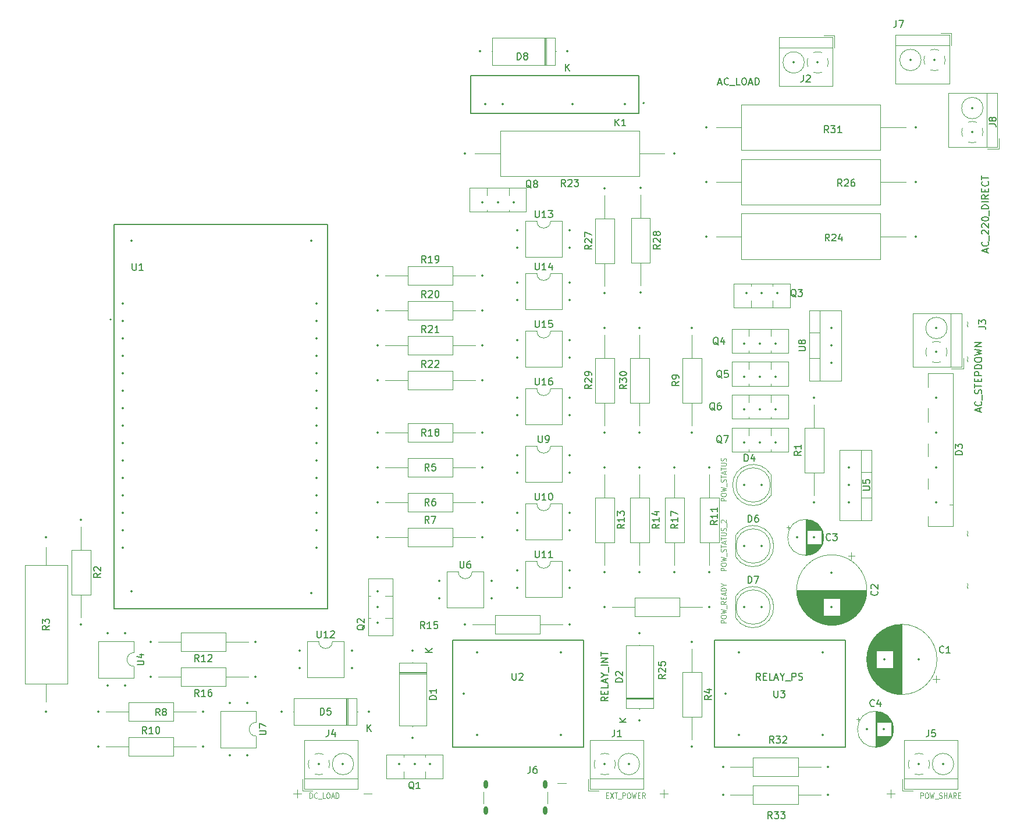
<source format=gbr>
%TF.GenerationSoftware,KiCad,Pcbnew,8.0.3*%
%TF.CreationDate,2024-06-28T23:57:54+05:30*%
%TF.ProjectId,new kicad,6e657720-6b69-4636-9164-2e6b69636164,rev?*%
%TF.SameCoordinates,Original*%
%TF.FileFunction,Legend,Top*%
%TF.FilePolarity,Positive*%
%FSLAX46Y46*%
G04 Gerber Fmt 4.6, Leading zero omitted, Abs format (unit mm)*
G04 Created by KiCad (PCBNEW 8.0.3) date 2024-06-28 23:57:54*
%MOMM*%
%LPD*%
G01*
G04 APERTURE LIST*
%ADD10C,0.150000*%
%ADD11C,0.100000*%
%ADD12C,0.120000*%
%ADD13C,0.127000*%
%ADD14C,0.200000*%
%ADD15C,0.350000*%
%ADD16O,0.600000X1.200000*%
G04 APERTURE END LIST*
D10*
X214584104Y-93460839D02*
X214584104Y-92984649D01*
X214869819Y-93556077D02*
X213869819Y-93222744D01*
X213869819Y-93222744D02*
X214869819Y-92889411D01*
X214774580Y-91984649D02*
X214822200Y-92032268D01*
X214822200Y-92032268D02*
X214869819Y-92175125D01*
X214869819Y-92175125D02*
X214869819Y-92270363D01*
X214869819Y-92270363D02*
X214822200Y-92413220D01*
X214822200Y-92413220D02*
X214726961Y-92508458D01*
X214726961Y-92508458D02*
X214631723Y-92556077D01*
X214631723Y-92556077D02*
X214441247Y-92603696D01*
X214441247Y-92603696D02*
X214298390Y-92603696D01*
X214298390Y-92603696D02*
X214107914Y-92556077D01*
X214107914Y-92556077D02*
X214012676Y-92508458D01*
X214012676Y-92508458D02*
X213917438Y-92413220D01*
X213917438Y-92413220D02*
X213869819Y-92270363D01*
X213869819Y-92270363D02*
X213869819Y-92175125D01*
X213869819Y-92175125D02*
X213917438Y-92032268D01*
X213917438Y-92032268D02*
X213965057Y-91984649D01*
X214965057Y-91794173D02*
X214965057Y-91032268D01*
X214822200Y-90841791D02*
X214869819Y-90698934D01*
X214869819Y-90698934D02*
X214869819Y-90460839D01*
X214869819Y-90460839D02*
X214822200Y-90365601D01*
X214822200Y-90365601D02*
X214774580Y-90317982D01*
X214774580Y-90317982D02*
X214679342Y-90270363D01*
X214679342Y-90270363D02*
X214584104Y-90270363D01*
X214584104Y-90270363D02*
X214488866Y-90317982D01*
X214488866Y-90317982D02*
X214441247Y-90365601D01*
X214441247Y-90365601D02*
X214393628Y-90460839D01*
X214393628Y-90460839D02*
X214346009Y-90651315D01*
X214346009Y-90651315D02*
X214298390Y-90746553D01*
X214298390Y-90746553D02*
X214250771Y-90794172D01*
X214250771Y-90794172D02*
X214155533Y-90841791D01*
X214155533Y-90841791D02*
X214060295Y-90841791D01*
X214060295Y-90841791D02*
X213965057Y-90794172D01*
X213965057Y-90794172D02*
X213917438Y-90746553D01*
X213917438Y-90746553D02*
X213869819Y-90651315D01*
X213869819Y-90651315D02*
X213869819Y-90413220D01*
X213869819Y-90413220D02*
X213917438Y-90270363D01*
X213869819Y-89984648D02*
X213869819Y-89413220D01*
X214869819Y-89698934D02*
X213869819Y-89698934D01*
X214346009Y-89079886D02*
X214346009Y-88746553D01*
X214869819Y-88603696D02*
X214869819Y-89079886D01*
X214869819Y-89079886D02*
X213869819Y-89079886D01*
X213869819Y-89079886D02*
X213869819Y-88603696D01*
X214869819Y-88175124D02*
X213869819Y-88175124D01*
X213869819Y-88175124D02*
X213869819Y-87794172D01*
X213869819Y-87794172D02*
X213917438Y-87698934D01*
X213917438Y-87698934D02*
X213965057Y-87651315D01*
X213965057Y-87651315D02*
X214060295Y-87603696D01*
X214060295Y-87603696D02*
X214203152Y-87603696D01*
X214203152Y-87603696D02*
X214298390Y-87651315D01*
X214298390Y-87651315D02*
X214346009Y-87698934D01*
X214346009Y-87698934D02*
X214393628Y-87794172D01*
X214393628Y-87794172D02*
X214393628Y-88175124D01*
X214869819Y-87175124D02*
X213869819Y-87175124D01*
X213869819Y-87175124D02*
X213869819Y-86937029D01*
X213869819Y-86937029D02*
X213917438Y-86794172D01*
X213917438Y-86794172D02*
X214012676Y-86698934D01*
X214012676Y-86698934D02*
X214107914Y-86651315D01*
X214107914Y-86651315D02*
X214298390Y-86603696D01*
X214298390Y-86603696D02*
X214441247Y-86603696D01*
X214441247Y-86603696D02*
X214631723Y-86651315D01*
X214631723Y-86651315D02*
X214726961Y-86698934D01*
X214726961Y-86698934D02*
X214822200Y-86794172D01*
X214822200Y-86794172D02*
X214869819Y-86937029D01*
X214869819Y-86937029D02*
X214869819Y-87175124D01*
X213869819Y-85984648D02*
X213869819Y-85794172D01*
X213869819Y-85794172D02*
X213917438Y-85698934D01*
X213917438Y-85698934D02*
X214012676Y-85603696D01*
X214012676Y-85603696D02*
X214203152Y-85556077D01*
X214203152Y-85556077D02*
X214536485Y-85556077D01*
X214536485Y-85556077D02*
X214726961Y-85603696D01*
X214726961Y-85603696D02*
X214822200Y-85698934D01*
X214822200Y-85698934D02*
X214869819Y-85794172D01*
X214869819Y-85794172D02*
X214869819Y-85984648D01*
X214869819Y-85984648D02*
X214822200Y-86079886D01*
X214822200Y-86079886D02*
X214726961Y-86175124D01*
X214726961Y-86175124D02*
X214536485Y-86222743D01*
X214536485Y-86222743D02*
X214203152Y-86222743D01*
X214203152Y-86222743D02*
X214012676Y-86175124D01*
X214012676Y-86175124D02*
X213917438Y-86079886D01*
X213917438Y-86079886D02*
X213869819Y-85984648D01*
X213869819Y-85222743D02*
X214869819Y-84984648D01*
X214869819Y-84984648D02*
X214155533Y-84794172D01*
X214155533Y-84794172D02*
X214869819Y-84603696D01*
X214869819Y-84603696D02*
X213869819Y-84365601D01*
X214869819Y-83984648D02*
X213869819Y-83984648D01*
X213869819Y-83984648D02*
X214869819Y-83413220D01*
X214869819Y-83413220D02*
X213869819Y-83413220D01*
X215584104Y-70210839D02*
X215584104Y-69734649D01*
X215869819Y-70306077D02*
X214869819Y-69972744D01*
X214869819Y-69972744D02*
X215869819Y-69639411D01*
X215774580Y-68734649D02*
X215822200Y-68782268D01*
X215822200Y-68782268D02*
X215869819Y-68925125D01*
X215869819Y-68925125D02*
X215869819Y-69020363D01*
X215869819Y-69020363D02*
X215822200Y-69163220D01*
X215822200Y-69163220D02*
X215726961Y-69258458D01*
X215726961Y-69258458D02*
X215631723Y-69306077D01*
X215631723Y-69306077D02*
X215441247Y-69353696D01*
X215441247Y-69353696D02*
X215298390Y-69353696D01*
X215298390Y-69353696D02*
X215107914Y-69306077D01*
X215107914Y-69306077D02*
X215012676Y-69258458D01*
X215012676Y-69258458D02*
X214917438Y-69163220D01*
X214917438Y-69163220D02*
X214869819Y-69020363D01*
X214869819Y-69020363D02*
X214869819Y-68925125D01*
X214869819Y-68925125D02*
X214917438Y-68782268D01*
X214917438Y-68782268D02*
X214965057Y-68734649D01*
X215965057Y-68544173D02*
X215965057Y-67782268D01*
X214965057Y-67591791D02*
X214917438Y-67544172D01*
X214917438Y-67544172D02*
X214869819Y-67448934D01*
X214869819Y-67448934D02*
X214869819Y-67210839D01*
X214869819Y-67210839D02*
X214917438Y-67115601D01*
X214917438Y-67115601D02*
X214965057Y-67067982D01*
X214965057Y-67067982D02*
X215060295Y-67020363D01*
X215060295Y-67020363D02*
X215155533Y-67020363D01*
X215155533Y-67020363D02*
X215298390Y-67067982D01*
X215298390Y-67067982D02*
X215869819Y-67639410D01*
X215869819Y-67639410D02*
X215869819Y-67020363D01*
X214965057Y-66639410D02*
X214917438Y-66591791D01*
X214917438Y-66591791D02*
X214869819Y-66496553D01*
X214869819Y-66496553D02*
X214869819Y-66258458D01*
X214869819Y-66258458D02*
X214917438Y-66163220D01*
X214917438Y-66163220D02*
X214965057Y-66115601D01*
X214965057Y-66115601D02*
X215060295Y-66067982D01*
X215060295Y-66067982D02*
X215155533Y-66067982D01*
X215155533Y-66067982D02*
X215298390Y-66115601D01*
X215298390Y-66115601D02*
X215869819Y-66687029D01*
X215869819Y-66687029D02*
X215869819Y-66067982D01*
X214869819Y-65448934D02*
X214869819Y-65353696D01*
X214869819Y-65353696D02*
X214917438Y-65258458D01*
X214917438Y-65258458D02*
X214965057Y-65210839D01*
X214965057Y-65210839D02*
X215060295Y-65163220D01*
X215060295Y-65163220D02*
X215250771Y-65115601D01*
X215250771Y-65115601D02*
X215488866Y-65115601D01*
X215488866Y-65115601D02*
X215679342Y-65163220D01*
X215679342Y-65163220D02*
X215774580Y-65210839D01*
X215774580Y-65210839D02*
X215822200Y-65258458D01*
X215822200Y-65258458D02*
X215869819Y-65353696D01*
X215869819Y-65353696D02*
X215869819Y-65448934D01*
X215869819Y-65448934D02*
X215822200Y-65544172D01*
X215822200Y-65544172D02*
X215774580Y-65591791D01*
X215774580Y-65591791D02*
X215679342Y-65639410D01*
X215679342Y-65639410D02*
X215488866Y-65687029D01*
X215488866Y-65687029D02*
X215250771Y-65687029D01*
X215250771Y-65687029D02*
X215060295Y-65639410D01*
X215060295Y-65639410D02*
X214965057Y-65591791D01*
X214965057Y-65591791D02*
X214917438Y-65544172D01*
X214917438Y-65544172D02*
X214869819Y-65448934D01*
X215965057Y-64925125D02*
X215965057Y-64163220D01*
X215869819Y-63925124D02*
X214869819Y-63925124D01*
X214869819Y-63925124D02*
X214869819Y-63687029D01*
X214869819Y-63687029D02*
X214917438Y-63544172D01*
X214917438Y-63544172D02*
X215012676Y-63448934D01*
X215012676Y-63448934D02*
X215107914Y-63401315D01*
X215107914Y-63401315D02*
X215298390Y-63353696D01*
X215298390Y-63353696D02*
X215441247Y-63353696D01*
X215441247Y-63353696D02*
X215631723Y-63401315D01*
X215631723Y-63401315D02*
X215726961Y-63448934D01*
X215726961Y-63448934D02*
X215822200Y-63544172D01*
X215822200Y-63544172D02*
X215869819Y-63687029D01*
X215869819Y-63687029D02*
X215869819Y-63925124D01*
X215869819Y-62925124D02*
X214869819Y-62925124D01*
X215869819Y-61877506D02*
X215393628Y-62210839D01*
X215869819Y-62448934D02*
X214869819Y-62448934D01*
X214869819Y-62448934D02*
X214869819Y-62067982D01*
X214869819Y-62067982D02*
X214917438Y-61972744D01*
X214917438Y-61972744D02*
X214965057Y-61925125D01*
X214965057Y-61925125D02*
X215060295Y-61877506D01*
X215060295Y-61877506D02*
X215203152Y-61877506D01*
X215203152Y-61877506D02*
X215298390Y-61925125D01*
X215298390Y-61925125D02*
X215346009Y-61972744D01*
X215346009Y-61972744D02*
X215393628Y-62067982D01*
X215393628Y-62067982D02*
X215393628Y-62448934D01*
X215346009Y-61448934D02*
X215346009Y-61115601D01*
X215869819Y-60972744D02*
X215869819Y-61448934D01*
X215869819Y-61448934D02*
X214869819Y-61448934D01*
X214869819Y-61448934D02*
X214869819Y-60972744D01*
X215774580Y-59972744D02*
X215822200Y-60020363D01*
X215822200Y-60020363D02*
X215869819Y-60163220D01*
X215869819Y-60163220D02*
X215869819Y-60258458D01*
X215869819Y-60258458D02*
X215822200Y-60401315D01*
X215822200Y-60401315D02*
X215726961Y-60496553D01*
X215726961Y-60496553D02*
X215631723Y-60544172D01*
X215631723Y-60544172D02*
X215441247Y-60591791D01*
X215441247Y-60591791D02*
X215298390Y-60591791D01*
X215298390Y-60591791D02*
X215107914Y-60544172D01*
X215107914Y-60544172D02*
X215012676Y-60496553D01*
X215012676Y-60496553D02*
X214917438Y-60401315D01*
X214917438Y-60401315D02*
X214869819Y-60258458D01*
X214869819Y-60258458D02*
X214869819Y-60163220D01*
X214869819Y-60163220D02*
X214917438Y-60020363D01*
X214917438Y-60020363D02*
X214965057Y-59972744D01*
X214869819Y-59687029D02*
X214869819Y-59115601D01*
X215869819Y-59401315D02*
X214869819Y-59401315D01*
X176539160Y-45584104D02*
X177015350Y-45584104D01*
X176443922Y-45869819D02*
X176777255Y-44869819D01*
X176777255Y-44869819D02*
X177110588Y-45869819D01*
X178015350Y-45774580D02*
X177967731Y-45822200D01*
X177967731Y-45822200D02*
X177824874Y-45869819D01*
X177824874Y-45869819D02*
X177729636Y-45869819D01*
X177729636Y-45869819D02*
X177586779Y-45822200D01*
X177586779Y-45822200D02*
X177491541Y-45726961D01*
X177491541Y-45726961D02*
X177443922Y-45631723D01*
X177443922Y-45631723D02*
X177396303Y-45441247D01*
X177396303Y-45441247D02*
X177396303Y-45298390D01*
X177396303Y-45298390D02*
X177443922Y-45107914D01*
X177443922Y-45107914D02*
X177491541Y-45012676D01*
X177491541Y-45012676D02*
X177586779Y-44917438D01*
X177586779Y-44917438D02*
X177729636Y-44869819D01*
X177729636Y-44869819D02*
X177824874Y-44869819D01*
X177824874Y-44869819D02*
X177967731Y-44917438D01*
X177967731Y-44917438D02*
X178015350Y-44965057D01*
X178205827Y-45965057D02*
X178967731Y-45965057D01*
X179682017Y-45869819D02*
X179205827Y-45869819D01*
X179205827Y-45869819D02*
X179205827Y-44869819D01*
X180205827Y-44869819D02*
X180396303Y-44869819D01*
X180396303Y-44869819D02*
X180491541Y-44917438D01*
X180491541Y-44917438D02*
X180586779Y-45012676D01*
X180586779Y-45012676D02*
X180634398Y-45203152D01*
X180634398Y-45203152D02*
X180634398Y-45536485D01*
X180634398Y-45536485D02*
X180586779Y-45726961D01*
X180586779Y-45726961D02*
X180491541Y-45822200D01*
X180491541Y-45822200D02*
X180396303Y-45869819D01*
X180396303Y-45869819D02*
X180205827Y-45869819D01*
X180205827Y-45869819D02*
X180110589Y-45822200D01*
X180110589Y-45822200D02*
X180015351Y-45726961D01*
X180015351Y-45726961D02*
X179967732Y-45536485D01*
X179967732Y-45536485D02*
X179967732Y-45203152D01*
X179967732Y-45203152D02*
X180015351Y-45012676D01*
X180015351Y-45012676D02*
X180110589Y-44917438D01*
X180110589Y-44917438D02*
X180205827Y-44869819D01*
X181015351Y-45584104D02*
X181491541Y-45584104D01*
X180920113Y-45869819D02*
X181253446Y-44869819D01*
X181253446Y-44869819D02*
X181586779Y-45869819D01*
X181920113Y-45869819D02*
X181920113Y-44869819D01*
X181920113Y-44869819D02*
X182158208Y-44869819D01*
X182158208Y-44869819D02*
X182301065Y-44917438D01*
X182301065Y-44917438D02*
X182396303Y-45012676D01*
X182396303Y-45012676D02*
X182443922Y-45107914D01*
X182443922Y-45107914D02*
X182491541Y-45298390D01*
X182491541Y-45298390D02*
X182491541Y-45441247D01*
X182491541Y-45441247D02*
X182443922Y-45631723D01*
X182443922Y-45631723D02*
X182396303Y-45726961D01*
X182396303Y-45726961D02*
X182301065Y-45822200D01*
X182301065Y-45822200D02*
X182158208Y-45869819D01*
X182158208Y-45869819D02*
X181920113Y-45869819D01*
D11*
X117072455Y-149756895D02*
X117072455Y-148956895D01*
X117072455Y-148956895D02*
X117239122Y-148956895D01*
X117239122Y-148956895D02*
X117339122Y-148994990D01*
X117339122Y-148994990D02*
X117405789Y-149071180D01*
X117405789Y-149071180D02*
X117439122Y-149147371D01*
X117439122Y-149147371D02*
X117472455Y-149299752D01*
X117472455Y-149299752D02*
X117472455Y-149414038D01*
X117472455Y-149414038D02*
X117439122Y-149566419D01*
X117439122Y-149566419D02*
X117405789Y-149642609D01*
X117405789Y-149642609D02*
X117339122Y-149718800D01*
X117339122Y-149718800D02*
X117239122Y-149756895D01*
X117239122Y-149756895D02*
X117072455Y-149756895D01*
X118172455Y-149680704D02*
X118139122Y-149718800D01*
X118139122Y-149718800D02*
X118039122Y-149756895D01*
X118039122Y-149756895D02*
X117972455Y-149756895D01*
X117972455Y-149756895D02*
X117872455Y-149718800D01*
X117872455Y-149718800D02*
X117805789Y-149642609D01*
X117805789Y-149642609D02*
X117772455Y-149566419D01*
X117772455Y-149566419D02*
X117739122Y-149414038D01*
X117739122Y-149414038D02*
X117739122Y-149299752D01*
X117739122Y-149299752D02*
X117772455Y-149147371D01*
X117772455Y-149147371D02*
X117805789Y-149071180D01*
X117805789Y-149071180D02*
X117872455Y-148994990D01*
X117872455Y-148994990D02*
X117972455Y-148956895D01*
X117972455Y-148956895D02*
X118039122Y-148956895D01*
X118039122Y-148956895D02*
X118139122Y-148994990D01*
X118139122Y-148994990D02*
X118172455Y-149033085D01*
X118305789Y-149833085D02*
X118839122Y-149833085D01*
X119339122Y-149756895D02*
X119005788Y-149756895D01*
X119005788Y-149756895D02*
X119005788Y-148956895D01*
X119705789Y-148956895D02*
X119839122Y-148956895D01*
X119839122Y-148956895D02*
X119905789Y-148994990D01*
X119905789Y-148994990D02*
X119972455Y-149071180D01*
X119972455Y-149071180D02*
X120005789Y-149223561D01*
X120005789Y-149223561D02*
X120005789Y-149490228D01*
X120005789Y-149490228D02*
X119972455Y-149642609D01*
X119972455Y-149642609D02*
X119905789Y-149718800D01*
X119905789Y-149718800D02*
X119839122Y-149756895D01*
X119839122Y-149756895D02*
X119705789Y-149756895D01*
X119705789Y-149756895D02*
X119639122Y-149718800D01*
X119639122Y-149718800D02*
X119572455Y-149642609D01*
X119572455Y-149642609D02*
X119539122Y-149490228D01*
X119539122Y-149490228D02*
X119539122Y-149223561D01*
X119539122Y-149223561D02*
X119572455Y-149071180D01*
X119572455Y-149071180D02*
X119639122Y-148994990D01*
X119639122Y-148994990D02*
X119705789Y-148956895D01*
X120272455Y-149528323D02*
X120605788Y-149528323D01*
X120205788Y-149756895D02*
X120439122Y-148956895D01*
X120439122Y-148956895D02*
X120672455Y-149756895D01*
X120905788Y-149756895D02*
X120905788Y-148956895D01*
X120905788Y-148956895D02*
X121072455Y-148956895D01*
X121072455Y-148956895D02*
X121172455Y-148994990D01*
X121172455Y-148994990D02*
X121239122Y-149071180D01*
X121239122Y-149071180D02*
X121272455Y-149147371D01*
X121272455Y-149147371D02*
X121305788Y-149299752D01*
X121305788Y-149299752D02*
X121305788Y-149414038D01*
X121305788Y-149414038D02*
X121272455Y-149566419D01*
X121272455Y-149566419D02*
X121239122Y-149642609D01*
X121239122Y-149642609D02*
X121172455Y-149718800D01*
X121172455Y-149718800D02*
X121072455Y-149756895D01*
X121072455Y-149756895D02*
X120905788Y-149756895D01*
X212851466Y-86151353D02*
X212803847Y-86079925D01*
X212803847Y-86079925D02*
X212756228Y-85937068D01*
X212756228Y-85937068D02*
X212851466Y-85651353D01*
X212851466Y-85651353D02*
X212803847Y-85508496D01*
X212803847Y-85508496D02*
X212756228Y-85437068D01*
X212851466Y-111551353D02*
X212803847Y-111479925D01*
X212803847Y-111479925D02*
X212756228Y-111337068D01*
X212756228Y-111337068D02*
X212851466Y-111051353D01*
X212851466Y-111051353D02*
X212803847Y-110908496D01*
X212803847Y-110908496D02*
X212756228Y-110837068D01*
X177696895Y-116607544D02*
X176896895Y-116607544D01*
X176896895Y-116607544D02*
X176896895Y-116340877D01*
X176896895Y-116340877D02*
X176934990Y-116274211D01*
X176934990Y-116274211D02*
X176973085Y-116240877D01*
X176973085Y-116240877D02*
X177049276Y-116207544D01*
X177049276Y-116207544D02*
X177163561Y-116207544D01*
X177163561Y-116207544D02*
X177239752Y-116240877D01*
X177239752Y-116240877D02*
X177277847Y-116274211D01*
X177277847Y-116274211D02*
X177315942Y-116340877D01*
X177315942Y-116340877D02*
X177315942Y-116607544D01*
X176896895Y-115774211D02*
X176896895Y-115640877D01*
X176896895Y-115640877D02*
X176934990Y-115574211D01*
X176934990Y-115574211D02*
X177011180Y-115507544D01*
X177011180Y-115507544D02*
X177163561Y-115474211D01*
X177163561Y-115474211D02*
X177430228Y-115474211D01*
X177430228Y-115474211D02*
X177582609Y-115507544D01*
X177582609Y-115507544D02*
X177658800Y-115574211D01*
X177658800Y-115574211D02*
X177696895Y-115640877D01*
X177696895Y-115640877D02*
X177696895Y-115774211D01*
X177696895Y-115774211D02*
X177658800Y-115840877D01*
X177658800Y-115840877D02*
X177582609Y-115907544D01*
X177582609Y-115907544D02*
X177430228Y-115940877D01*
X177430228Y-115940877D02*
X177163561Y-115940877D01*
X177163561Y-115940877D02*
X177011180Y-115907544D01*
X177011180Y-115907544D02*
X176934990Y-115840877D01*
X176934990Y-115840877D02*
X176896895Y-115774211D01*
X176896895Y-115240878D02*
X177696895Y-115074211D01*
X177696895Y-115074211D02*
X177125466Y-114940878D01*
X177125466Y-114940878D02*
X177696895Y-114807544D01*
X177696895Y-114807544D02*
X176896895Y-114640878D01*
X177773085Y-114540878D02*
X177773085Y-114007544D01*
X177658800Y-113874211D02*
X177696895Y-113774211D01*
X177696895Y-113774211D02*
X177696895Y-113607545D01*
X177696895Y-113607545D02*
X177658800Y-113540878D01*
X177658800Y-113540878D02*
X177620704Y-113507545D01*
X177620704Y-113507545D02*
X177544514Y-113474211D01*
X177544514Y-113474211D02*
X177468323Y-113474211D01*
X177468323Y-113474211D02*
X177392133Y-113507545D01*
X177392133Y-113507545D02*
X177354038Y-113540878D01*
X177354038Y-113540878D02*
X177315942Y-113607545D01*
X177315942Y-113607545D02*
X177277847Y-113740878D01*
X177277847Y-113740878D02*
X177239752Y-113807545D01*
X177239752Y-113807545D02*
X177201657Y-113840878D01*
X177201657Y-113840878D02*
X177125466Y-113874211D01*
X177125466Y-113874211D02*
X177049276Y-113874211D01*
X177049276Y-113874211D02*
X176973085Y-113840878D01*
X176973085Y-113840878D02*
X176934990Y-113807545D01*
X176934990Y-113807545D02*
X176896895Y-113740878D01*
X176896895Y-113740878D02*
X176896895Y-113574211D01*
X176896895Y-113574211D02*
X176934990Y-113474211D01*
X176896895Y-113274211D02*
X176896895Y-112874211D01*
X177696895Y-113074211D02*
X176896895Y-113074211D01*
X177468323Y-112674211D02*
X177468323Y-112340878D01*
X177696895Y-112740878D02*
X176896895Y-112507545D01*
X176896895Y-112507545D02*
X177696895Y-112274211D01*
X176896895Y-112140878D02*
X176896895Y-111740878D01*
X177696895Y-111940878D02*
X176896895Y-111940878D01*
X176896895Y-111507545D02*
X177544514Y-111507545D01*
X177544514Y-111507545D02*
X177620704Y-111474212D01*
X177620704Y-111474212D02*
X177658800Y-111440878D01*
X177658800Y-111440878D02*
X177696895Y-111374212D01*
X177696895Y-111374212D02*
X177696895Y-111240878D01*
X177696895Y-111240878D02*
X177658800Y-111174212D01*
X177658800Y-111174212D02*
X177620704Y-111140878D01*
X177620704Y-111140878D02*
X177544514Y-111107545D01*
X177544514Y-111107545D02*
X176896895Y-111107545D01*
X177658800Y-110807545D02*
X177696895Y-110707545D01*
X177696895Y-110707545D02*
X177696895Y-110540879D01*
X177696895Y-110540879D02*
X177658800Y-110474212D01*
X177658800Y-110474212D02*
X177620704Y-110440879D01*
X177620704Y-110440879D02*
X177544514Y-110407545D01*
X177544514Y-110407545D02*
X177468323Y-110407545D01*
X177468323Y-110407545D02*
X177392133Y-110440879D01*
X177392133Y-110440879D02*
X177354038Y-110474212D01*
X177354038Y-110474212D02*
X177315942Y-110540879D01*
X177315942Y-110540879D02*
X177277847Y-110674212D01*
X177277847Y-110674212D02*
X177239752Y-110740879D01*
X177239752Y-110740879D02*
X177201657Y-110774212D01*
X177201657Y-110774212D02*
X177125466Y-110807545D01*
X177125466Y-110807545D02*
X177049276Y-110807545D01*
X177049276Y-110807545D02*
X176973085Y-110774212D01*
X176973085Y-110774212D02*
X176934990Y-110740879D01*
X176934990Y-110740879D02*
X176896895Y-110674212D01*
X176896895Y-110674212D02*
X176896895Y-110507545D01*
X176896895Y-110507545D02*
X176934990Y-110407545D01*
X177773085Y-110274212D02*
X177773085Y-109740878D01*
X176973085Y-109607545D02*
X176934990Y-109574212D01*
X176934990Y-109574212D02*
X176896895Y-109507545D01*
X176896895Y-109507545D02*
X176896895Y-109340879D01*
X176896895Y-109340879D02*
X176934990Y-109274212D01*
X176934990Y-109274212D02*
X176973085Y-109240879D01*
X176973085Y-109240879D02*
X177049276Y-109207545D01*
X177049276Y-109207545D02*
X177125466Y-109207545D01*
X177125466Y-109207545D02*
X177239752Y-109240879D01*
X177239752Y-109240879D02*
X177696895Y-109640879D01*
X177696895Y-109640879D02*
X177696895Y-109207545D01*
X153136741Y-147599466D02*
X154355789Y-147599466D01*
X177696895Y-124227544D02*
X176896895Y-124227544D01*
X176896895Y-124227544D02*
X176896895Y-123960877D01*
X176896895Y-123960877D02*
X176934990Y-123894211D01*
X176934990Y-123894211D02*
X176973085Y-123860877D01*
X176973085Y-123860877D02*
X177049276Y-123827544D01*
X177049276Y-123827544D02*
X177163561Y-123827544D01*
X177163561Y-123827544D02*
X177239752Y-123860877D01*
X177239752Y-123860877D02*
X177277847Y-123894211D01*
X177277847Y-123894211D02*
X177315942Y-123960877D01*
X177315942Y-123960877D02*
X177315942Y-124227544D01*
X176896895Y-123394211D02*
X176896895Y-123260877D01*
X176896895Y-123260877D02*
X176934990Y-123194211D01*
X176934990Y-123194211D02*
X177011180Y-123127544D01*
X177011180Y-123127544D02*
X177163561Y-123094211D01*
X177163561Y-123094211D02*
X177430228Y-123094211D01*
X177430228Y-123094211D02*
X177582609Y-123127544D01*
X177582609Y-123127544D02*
X177658800Y-123194211D01*
X177658800Y-123194211D02*
X177696895Y-123260877D01*
X177696895Y-123260877D02*
X177696895Y-123394211D01*
X177696895Y-123394211D02*
X177658800Y-123460877D01*
X177658800Y-123460877D02*
X177582609Y-123527544D01*
X177582609Y-123527544D02*
X177430228Y-123560877D01*
X177430228Y-123560877D02*
X177163561Y-123560877D01*
X177163561Y-123560877D02*
X177011180Y-123527544D01*
X177011180Y-123527544D02*
X176934990Y-123460877D01*
X176934990Y-123460877D02*
X176896895Y-123394211D01*
X176896895Y-122860878D02*
X177696895Y-122694211D01*
X177696895Y-122694211D02*
X177125466Y-122560878D01*
X177125466Y-122560878D02*
X177696895Y-122427544D01*
X177696895Y-122427544D02*
X176896895Y-122260878D01*
X177773085Y-122160878D02*
X177773085Y-121627544D01*
X177696895Y-121060878D02*
X177315942Y-121294211D01*
X177696895Y-121460878D02*
X176896895Y-121460878D01*
X176896895Y-121460878D02*
X176896895Y-121194211D01*
X176896895Y-121194211D02*
X176934990Y-121127545D01*
X176934990Y-121127545D02*
X176973085Y-121094211D01*
X176973085Y-121094211D02*
X177049276Y-121060878D01*
X177049276Y-121060878D02*
X177163561Y-121060878D01*
X177163561Y-121060878D02*
X177239752Y-121094211D01*
X177239752Y-121094211D02*
X177277847Y-121127545D01*
X177277847Y-121127545D02*
X177315942Y-121194211D01*
X177315942Y-121194211D02*
X177315942Y-121460878D01*
X177277847Y-120760878D02*
X177277847Y-120527545D01*
X177696895Y-120427545D02*
X177696895Y-120760878D01*
X177696895Y-120760878D02*
X176896895Y-120760878D01*
X176896895Y-120760878D02*
X176896895Y-120427545D01*
X177468323Y-120160878D02*
X177468323Y-119827545D01*
X177696895Y-120227545D02*
X176896895Y-119994212D01*
X176896895Y-119994212D02*
X177696895Y-119760878D01*
X177696895Y-119527545D02*
X176896895Y-119527545D01*
X176896895Y-119527545D02*
X176896895Y-119360878D01*
X176896895Y-119360878D02*
X176934990Y-119260878D01*
X176934990Y-119260878D02*
X177011180Y-119194212D01*
X177011180Y-119194212D02*
X177087371Y-119160878D01*
X177087371Y-119160878D02*
X177239752Y-119127545D01*
X177239752Y-119127545D02*
X177354038Y-119127545D01*
X177354038Y-119127545D02*
X177506419Y-119160878D01*
X177506419Y-119160878D02*
X177582609Y-119194212D01*
X177582609Y-119194212D02*
X177658800Y-119260878D01*
X177658800Y-119260878D02*
X177696895Y-119360878D01*
X177696895Y-119360878D02*
X177696895Y-119527545D01*
X177315942Y-118694212D02*
X177696895Y-118694212D01*
X176896895Y-118927545D02*
X177315942Y-118694212D01*
X177315942Y-118694212D02*
X176896895Y-118460878D01*
X201082931Y-149099800D02*
X202225789Y-149099800D01*
X201654360Y-149671228D02*
X201654360Y-148528371D01*
X124906741Y-149049466D02*
X126125789Y-149049466D01*
X212851466Y-119171353D02*
X212803847Y-119099925D01*
X212803847Y-119099925D02*
X212756228Y-118957068D01*
X212756228Y-118957068D02*
X212851466Y-118671353D01*
X212851466Y-118671353D02*
X212803847Y-118528496D01*
X212803847Y-118528496D02*
X212756228Y-118457068D01*
X205972455Y-149756895D02*
X205972455Y-148956895D01*
X205972455Y-148956895D02*
X206239122Y-148956895D01*
X206239122Y-148956895D02*
X206305789Y-148994990D01*
X206305789Y-148994990D02*
X206339122Y-149033085D01*
X206339122Y-149033085D02*
X206372455Y-149109276D01*
X206372455Y-149109276D02*
X206372455Y-149223561D01*
X206372455Y-149223561D02*
X206339122Y-149299752D01*
X206339122Y-149299752D02*
X206305789Y-149337847D01*
X206305789Y-149337847D02*
X206239122Y-149375942D01*
X206239122Y-149375942D02*
X205972455Y-149375942D01*
X206805789Y-148956895D02*
X206939122Y-148956895D01*
X206939122Y-148956895D02*
X207005789Y-148994990D01*
X207005789Y-148994990D02*
X207072455Y-149071180D01*
X207072455Y-149071180D02*
X207105789Y-149223561D01*
X207105789Y-149223561D02*
X207105789Y-149490228D01*
X207105789Y-149490228D02*
X207072455Y-149642609D01*
X207072455Y-149642609D02*
X207005789Y-149718800D01*
X207005789Y-149718800D02*
X206939122Y-149756895D01*
X206939122Y-149756895D02*
X206805789Y-149756895D01*
X206805789Y-149756895D02*
X206739122Y-149718800D01*
X206739122Y-149718800D02*
X206672455Y-149642609D01*
X206672455Y-149642609D02*
X206639122Y-149490228D01*
X206639122Y-149490228D02*
X206639122Y-149223561D01*
X206639122Y-149223561D02*
X206672455Y-149071180D01*
X206672455Y-149071180D02*
X206739122Y-148994990D01*
X206739122Y-148994990D02*
X206805789Y-148956895D01*
X207339122Y-148956895D02*
X207505788Y-149756895D01*
X207505788Y-149756895D02*
X207639122Y-149185466D01*
X207639122Y-149185466D02*
X207772455Y-149756895D01*
X207772455Y-149756895D02*
X207939122Y-148956895D01*
X208039122Y-149833085D02*
X208572455Y-149833085D01*
X208705788Y-149718800D02*
X208805788Y-149756895D01*
X208805788Y-149756895D02*
X208972455Y-149756895D01*
X208972455Y-149756895D02*
X209039121Y-149718800D01*
X209039121Y-149718800D02*
X209072455Y-149680704D01*
X209072455Y-149680704D02*
X209105788Y-149604514D01*
X209105788Y-149604514D02*
X209105788Y-149528323D01*
X209105788Y-149528323D02*
X209072455Y-149452133D01*
X209072455Y-149452133D02*
X209039121Y-149414038D01*
X209039121Y-149414038D02*
X208972455Y-149375942D01*
X208972455Y-149375942D02*
X208839121Y-149337847D01*
X208839121Y-149337847D02*
X208772455Y-149299752D01*
X208772455Y-149299752D02*
X208739121Y-149261657D01*
X208739121Y-149261657D02*
X208705788Y-149185466D01*
X208705788Y-149185466D02*
X208705788Y-149109276D01*
X208705788Y-149109276D02*
X208739121Y-149033085D01*
X208739121Y-149033085D02*
X208772455Y-148994990D01*
X208772455Y-148994990D02*
X208839121Y-148956895D01*
X208839121Y-148956895D02*
X209005788Y-148956895D01*
X209005788Y-148956895D02*
X209105788Y-148994990D01*
X209405788Y-149756895D02*
X209405788Y-148956895D01*
X209405788Y-149337847D02*
X209805788Y-149337847D01*
X209805788Y-149756895D02*
X209805788Y-148956895D01*
X210105788Y-149528323D02*
X210439121Y-149528323D01*
X210039121Y-149756895D02*
X210272455Y-148956895D01*
X210272455Y-148956895D02*
X210505788Y-149756895D01*
X211139121Y-149756895D02*
X210905788Y-149375942D01*
X210739121Y-149756895D02*
X210739121Y-148956895D01*
X210739121Y-148956895D02*
X211005788Y-148956895D01*
X211005788Y-148956895D02*
X211072455Y-148994990D01*
X211072455Y-148994990D02*
X211105788Y-149033085D01*
X211105788Y-149033085D02*
X211139121Y-149109276D01*
X211139121Y-149109276D02*
X211139121Y-149223561D01*
X211139121Y-149223561D02*
X211105788Y-149299752D01*
X211105788Y-149299752D02*
X211072455Y-149337847D01*
X211072455Y-149337847D02*
X211005788Y-149375942D01*
X211005788Y-149375942D02*
X210739121Y-149375942D01*
X211439121Y-149337847D02*
X211672455Y-149337847D01*
X211772455Y-149756895D02*
X211439121Y-149756895D01*
X211439121Y-149756895D02*
X211439121Y-148956895D01*
X211439121Y-148956895D02*
X211772455Y-148956895D01*
X177696895Y-106447544D02*
X176896895Y-106447544D01*
X176896895Y-106447544D02*
X176896895Y-106180877D01*
X176896895Y-106180877D02*
X176934990Y-106114211D01*
X176934990Y-106114211D02*
X176973085Y-106080877D01*
X176973085Y-106080877D02*
X177049276Y-106047544D01*
X177049276Y-106047544D02*
X177163561Y-106047544D01*
X177163561Y-106047544D02*
X177239752Y-106080877D01*
X177239752Y-106080877D02*
X177277847Y-106114211D01*
X177277847Y-106114211D02*
X177315942Y-106180877D01*
X177315942Y-106180877D02*
X177315942Y-106447544D01*
X176896895Y-105614211D02*
X176896895Y-105480877D01*
X176896895Y-105480877D02*
X176934990Y-105414211D01*
X176934990Y-105414211D02*
X177011180Y-105347544D01*
X177011180Y-105347544D02*
X177163561Y-105314211D01*
X177163561Y-105314211D02*
X177430228Y-105314211D01*
X177430228Y-105314211D02*
X177582609Y-105347544D01*
X177582609Y-105347544D02*
X177658800Y-105414211D01*
X177658800Y-105414211D02*
X177696895Y-105480877D01*
X177696895Y-105480877D02*
X177696895Y-105614211D01*
X177696895Y-105614211D02*
X177658800Y-105680877D01*
X177658800Y-105680877D02*
X177582609Y-105747544D01*
X177582609Y-105747544D02*
X177430228Y-105780877D01*
X177430228Y-105780877D02*
X177163561Y-105780877D01*
X177163561Y-105780877D02*
X177011180Y-105747544D01*
X177011180Y-105747544D02*
X176934990Y-105680877D01*
X176934990Y-105680877D02*
X176896895Y-105614211D01*
X176896895Y-105080878D02*
X177696895Y-104914211D01*
X177696895Y-104914211D02*
X177125466Y-104780878D01*
X177125466Y-104780878D02*
X177696895Y-104647544D01*
X177696895Y-104647544D02*
X176896895Y-104480878D01*
X177773085Y-104380878D02*
X177773085Y-103847544D01*
X177658800Y-103714211D02*
X177696895Y-103614211D01*
X177696895Y-103614211D02*
X177696895Y-103447545D01*
X177696895Y-103447545D02*
X177658800Y-103380878D01*
X177658800Y-103380878D02*
X177620704Y-103347545D01*
X177620704Y-103347545D02*
X177544514Y-103314211D01*
X177544514Y-103314211D02*
X177468323Y-103314211D01*
X177468323Y-103314211D02*
X177392133Y-103347545D01*
X177392133Y-103347545D02*
X177354038Y-103380878D01*
X177354038Y-103380878D02*
X177315942Y-103447545D01*
X177315942Y-103447545D02*
X177277847Y-103580878D01*
X177277847Y-103580878D02*
X177239752Y-103647545D01*
X177239752Y-103647545D02*
X177201657Y-103680878D01*
X177201657Y-103680878D02*
X177125466Y-103714211D01*
X177125466Y-103714211D02*
X177049276Y-103714211D01*
X177049276Y-103714211D02*
X176973085Y-103680878D01*
X176973085Y-103680878D02*
X176934990Y-103647545D01*
X176934990Y-103647545D02*
X176896895Y-103580878D01*
X176896895Y-103580878D02*
X176896895Y-103414211D01*
X176896895Y-103414211D02*
X176934990Y-103314211D01*
X176896895Y-103114211D02*
X176896895Y-102714211D01*
X177696895Y-102914211D02*
X176896895Y-102914211D01*
X177468323Y-102514211D02*
X177468323Y-102180878D01*
X177696895Y-102580878D02*
X176896895Y-102347545D01*
X176896895Y-102347545D02*
X177696895Y-102114211D01*
X176896895Y-101980878D02*
X176896895Y-101580878D01*
X177696895Y-101780878D02*
X176896895Y-101780878D01*
X176896895Y-101347545D02*
X177544514Y-101347545D01*
X177544514Y-101347545D02*
X177620704Y-101314212D01*
X177620704Y-101314212D02*
X177658800Y-101280878D01*
X177658800Y-101280878D02*
X177696895Y-101214212D01*
X177696895Y-101214212D02*
X177696895Y-101080878D01*
X177696895Y-101080878D02*
X177658800Y-101014212D01*
X177658800Y-101014212D02*
X177620704Y-100980878D01*
X177620704Y-100980878D02*
X177544514Y-100947545D01*
X177544514Y-100947545D02*
X176896895Y-100947545D01*
X177658800Y-100647545D02*
X177696895Y-100547545D01*
X177696895Y-100547545D02*
X177696895Y-100380879D01*
X177696895Y-100380879D02*
X177658800Y-100314212D01*
X177658800Y-100314212D02*
X177620704Y-100280879D01*
X177620704Y-100280879D02*
X177544514Y-100247545D01*
X177544514Y-100247545D02*
X177468323Y-100247545D01*
X177468323Y-100247545D02*
X177392133Y-100280879D01*
X177392133Y-100280879D02*
X177354038Y-100314212D01*
X177354038Y-100314212D02*
X177315942Y-100380879D01*
X177315942Y-100380879D02*
X177277847Y-100514212D01*
X177277847Y-100514212D02*
X177239752Y-100580879D01*
X177239752Y-100580879D02*
X177201657Y-100614212D01*
X177201657Y-100614212D02*
X177125466Y-100647545D01*
X177125466Y-100647545D02*
X177049276Y-100647545D01*
X177049276Y-100647545D02*
X176973085Y-100614212D01*
X176973085Y-100614212D02*
X176934990Y-100580879D01*
X176934990Y-100580879D02*
X176896895Y-100514212D01*
X176896895Y-100514212D02*
X176896895Y-100347545D01*
X176896895Y-100347545D02*
X176934990Y-100247545D01*
X160252455Y-149337847D02*
X160485789Y-149337847D01*
X160585789Y-149756895D02*
X160252455Y-149756895D01*
X160252455Y-149756895D02*
X160252455Y-148956895D01*
X160252455Y-148956895D02*
X160585789Y-148956895D01*
X160819122Y-148956895D02*
X161285788Y-149756895D01*
X161285788Y-148956895D02*
X160819122Y-149756895D01*
X161452455Y-148956895D02*
X161852455Y-148956895D01*
X161652455Y-149756895D02*
X161652455Y-148956895D01*
X161919122Y-149833085D02*
X162452455Y-149833085D01*
X162619121Y-149756895D02*
X162619121Y-148956895D01*
X162619121Y-148956895D02*
X162885788Y-148956895D01*
X162885788Y-148956895D02*
X162952455Y-148994990D01*
X162952455Y-148994990D02*
X162985788Y-149033085D01*
X162985788Y-149033085D02*
X163019121Y-149109276D01*
X163019121Y-149109276D02*
X163019121Y-149223561D01*
X163019121Y-149223561D02*
X162985788Y-149299752D01*
X162985788Y-149299752D02*
X162952455Y-149337847D01*
X162952455Y-149337847D02*
X162885788Y-149375942D01*
X162885788Y-149375942D02*
X162619121Y-149375942D01*
X163452455Y-148956895D02*
X163585788Y-148956895D01*
X163585788Y-148956895D02*
X163652455Y-148994990D01*
X163652455Y-148994990D02*
X163719121Y-149071180D01*
X163719121Y-149071180D02*
X163752455Y-149223561D01*
X163752455Y-149223561D02*
X163752455Y-149490228D01*
X163752455Y-149490228D02*
X163719121Y-149642609D01*
X163719121Y-149642609D02*
X163652455Y-149718800D01*
X163652455Y-149718800D02*
X163585788Y-149756895D01*
X163585788Y-149756895D02*
X163452455Y-149756895D01*
X163452455Y-149756895D02*
X163385788Y-149718800D01*
X163385788Y-149718800D02*
X163319121Y-149642609D01*
X163319121Y-149642609D02*
X163285788Y-149490228D01*
X163285788Y-149490228D02*
X163285788Y-149223561D01*
X163285788Y-149223561D02*
X163319121Y-149071180D01*
X163319121Y-149071180D02*
X163385788Y-148994990D01*
X163385788Y-148994990D02*
X163452455Y-148956895D01*
X163985788Y-148956895D02*
X164152454Y-149756895D01*
X164152454Y-149756895D02*
X164285788Y-149185466D01*
X164285788Y-149185466D02*
X164419121Y-149756895D01*
X164419121Y-149756895D02*
X164585788Y-148956895D01*
X164852454Y-149337847D02*
X165085788Y-149337847D01*
X165185788Y-149756895D02*
X164852454Y-149756895D01*
X164852454Y-149756895D02*
X164852454Y-148956895D01*
X164852454Y-148956895D02*
X165185788Y-148956895D01*
X165885787Y-149756895D02*
X165652454Y-149375942D01*
X165485787Y-149756895D02*
X165485787Y-148956895D01*
X165485787Y-148956895D02*
X165752454Y-148956895D01*
X165752454Y-148956895D02*
X165819121Y-148994990D01*
X165819121Y-148994990D02*
X165852454Y-149033085D01*
X165852454Y-149033085D02*
X165885787Y-149109276D01*
X165885787Y-149109276D02*
X165885787Y-149223561D01*
X165885787Y-149223561D02*
X165852454Y-149299752D01*
X165852454Y-149299752D02*
X165819121Y-149337847D01*
X165819121Y-149337847D02*
X165752454Y-149375942D01*
X165752454Y-149375942D02*
X165485787Y-149375942D01*
X168062931Y-149099800D02*
X169205789Y-149099800D01*
X168634360Y-149671228D02*
X168634360Y-148528371D01*
X114722931Y-149099800D02*
X115865789Y-149099800D01*
X115294360Y-149671228D02*
X115294360Y-148528371D01*
X212851466Y-81071353D02*
X212803847Y-80999925D01*
X212803847Y-80999925D02*
X212756228Y-80857068D01*
X212756228Y-80857068D02*
X212851466Y-80571353D01*
X212851466Y-80571353D02*
X212803847Y-80428496D01*
X212803847Y-80428496D02*
X212756228Y-80357068D01*
D10*
X149314761Y-60900057D02*
X149219523Y-60852438D01*
X149219523Y-60852438D02*
X149124285Y-60757200D01*
X149124285Y-60757200D02*
X148981428Y-60614342D01*
X148981428Y-60614342D02*
X148886190Y-60566723D01*
X148886190Y-60566723D02*
X148790952Y-60566723D01*
X148838571Y-60804819D02*
X148743333Y-60757200D01*
X148743333Y-60757200D02*
X148648095Y-60661961D01*
X148648095Y-60661961D02*
X148600476Y-60471485D01*
X148600476Y-60471485D02*
X148600476Y-60138152D01*
X148600476Y-60138152D02*
X148648095Y-59947676D01*
X148648095Y-59947676D02*
X148743333Y-59852438D01*
X148743333Y-59852438D02*
X148838571Y-59804819D01*
X148838571Y-59804819D02*
X149029047Y-59804819D01*
X149029047Y-59804819D02*
X149124285Y-59852438D01*
X149124285Y-59852438D02*
X149219523Y-59947676D01*
X149219523Y-59947676D02*
X149267142Y-60138152D01*
X149267142Y-60138152D02*
X149267142Y-60471485D01*
X149267142Y-60471485D02*
X149219523Y-60661961D01*
X149219523Y-60661961D02*
X149124285Y-60757200D01*
X149124285Y-60757200D02*
X149029047Y-60804819D01*
X149029047Y-60804819D02*
X148838571Y-60804819D01*
X149838571Y-60233390D02*
X149743333Y-60185771D01*
X149743333Y-60185771D02*
X149695714Y-60138152D01*
X149695714Y-60138152D02*
X149648095Y-60042914D01*
X149648095Y-60042914D02*
X149648095Y-59995295D01*
X149648095Y-59995295D02*
X149695714Y-59900057D01*
X149695714Y-59900057D02*
X149743333Y-59852438D01*
X149743333Y-59852438D02*
X149838571Y-59804819D01*
X149838571Y-59804819D02*
X150029047Y-59804819D01*
X150029047Y-59804819D02*
X150124285Y-59852438D01*
X150124285Y-59852438D02*
X150171904Y-59900057D01*
X150171904Y-59900057D02*
X150219523Y-59995295D01*
X150219523Y-59995295D02*
X150219523Y-60042914D01*
X150219523Y-60042914D02*
X150171904Y-60138152D01*
X150171904Y-60138152D02*
X150124285Y-60185771D01*
X150124285Y-60185771D02*
X150029047Y-60233390D01*
X150029047Y-60233390D02*
X149838571Y-60233390D01*
X149838571Y-60233390D02*
X149743333Y-60281009D01*
X149743333Y-60281009D02*
X149695714Y-60328628D01*
X149695714Y-60328628D02*
X149648095Y-60423866D01*
X149648095Y-60423866D02*
X149648095Y-60614342D01*
X149648095Y-60614342D02*
X149695714Y-60709580D01*
X149695714Y-60709580D02*
X149743333Y-60757200D01*
X149743333Y-60757200D02*
X149838571Y-60804819D01*
X149838571Y-60804819D02*
X150029047Y-60804819D01*
X150029047Y-60804819D02*
X150124285Y-60757200D01*
X150124285Y-60757200D02*
X150171904Y-60709580D01*
X150171904Y-60709580D02*
X150219523Y-60614342D01*
X150219523Y-60614342D02*
X150219523Y-60423866D01*
X150219523Y-60423866D02*
X150171904Y-60328628D01*
X150171904Y-60328628D02*
X150124285Y-60281009D01*
X150124285Y-60281009D02*
X150029047Y-60233390D01*
X161536905Y-51839819D02*
X161536905Y-50839819D01*
X162108333Y-51839819D02*
X161679762Y-51268390D01*
X162108333Y-50839819D02*
X161536905Y-51411247D01*
X163060714Y-51839819D02*
X162489286Y-51839819D01*
X162775000Y-51839819D02*
X162775000Y-50839819D01*
X162775000Y-50839819D02*
X162679762Y-50982676D01*
X162679762Y-50982676D02*
X162584524Y-51077914D01*
X162584524Y-51077914D02*
X162489286Y-51125533D01*
X202416666Y-36454819D02*
X202416666Y-37169104D01*
X202416666Y-37169104D02*
X202369047Y-37311961D01*
X202369047Y-37311961D02*
X202273809Y-37407200D01*
X202273809Y-37407200D02*
X202130952Y-37454819D01*
X202130952Y-37454819D02*
X202035714Y-37454819D01*
X202797619Y-36454819D02*
X203464285Y-36454819D01*
X203464285Y-36454819D02*
X203035714Y-37454819D01*
X188916666Y-44454819D02*
X188916666Y-45169104D01*
X188916666Y-45169104D02*
X188869047Y-45311961D01*
X188869047Y-45311961D02*
X188773809Y-45407200D01*
X188773809Y-45407200D02*
X188630952Y-45454819D01*
X188630952Y-45454819D02*
X188535714Y-45454819D01*
X189345238Y-44550057D02*
X189392857Y-44502438D01*
X189392857Y-44502438D02*
X189488095Y-44454819D01*
X189488095Y-44454819D02*
X189726190Y-44454819D01*
X189726190Y-44454819D02*
X189821428Y-44502438D01*
X189821428Y-44502438D02*
X189869047Y-44550057D01*
X189869047Y-44550057D02*
X189916666Y-44645295D01*
X189916666Y-44645295D02*
X189916666Y-44740533D01*
X189916666Y-44740533D02*
X189869047Y-44883390D01*
X189869047Y-44883390D02*
X189297619Y-45454819D01*
X189297619Y-45454819D02*
X189916666Y-45454819D01*
X147261905Y-42204819D02*
X147261905Y-41204819D01*
X147261905Y-41204819D02*
X147500000Y-41204819D01*
X147500000Y-41204819D02*
X147642857Y-41252438D01*
X147642857Y-41252438D02*
X147738095Y-41347676D01*
X147738095Y-41347676D02*
X147785714Y-41442914D01*
X147785714Y-41442914D02*
X147833333Y-41633390D01*
X147833333Y-41633390D02*
X147833333Y-41776247D01*
X147833333Y-41776247D02*
X147785714Y-41966723D01*
X147785714Y-41966723D02*
X147738095Y-42061961D01*
X147738095Y-42061961D02*
X147642857Y-42157200D01*
X147642857Y-42157200D02*
X147500000Y-42204819D01*
X147500000Y-42204819D02*
X147261905Y-42204819D01*
X148404762Y-41633390D02*
X148309524Y-41585771D01*
X148309524Y-41585771D02*
X148261905Y-41538152D01*
X148261905Y-41538152D02*
X148214286Y-41442914D01*
X148214286Y-41442914D02*
X148214286Y-41395295D01*
X148214286Y-41395295D02*
X148261905Y-41300057D01*
X148261905Y-41300057D02*
X148309524Y-41252438D01*
X148309524Y-41252438D02*
X148404762Y-41204819D01*
X148404762Y-41204819D02*
X148595238Y-41204819D01*
X148595238Y-41204819D02*
X148690476Y-41252438D01*
X148690476Y-41252438D02*
X148738095Y-41300057D01*
X148738095Y-41300057D02*
X148785714Y-41395295D01*
X148785714Y-41395295D02*
X148785714Y-41442914D01*
X148785714Y-41442914D02*
X148738095Y-41538152D01*
X148738095Y-41538152D02*
X148690476Y-41585771D01*
X148690476Y-41585771D02*
X148595238Y-41633390D01*
X148595238Y-41633390D02*
X148404762Y-41633390D01*
X148404762Y-41633390D02*
X148309524Y-41681009D01*
X148309524Y-41681009D02*
X148261905Y-41728628D01*
X148261905Y-41728628D02*
X148214286Y-41823866D01*
X148214286Y-41823866D02*
X148214286Y-42014342D01*
X148214286Y-42014342D02*
X148261905Y-42109580D01*
X148261905Y-42109580D02*
X148309524Y-42157200D01*
X148309524Y-42157200D02*
X148404762Y-42204819D01*
X148404762Y-42204819D02*
X148595238Y-42204819D01*
X148595238Y-42204819D02*
X148690476Y-42157200D01*
X148690476Y-42157200D02*
X148738095Y-42109580D01*
X148738095Y-42109580D02*
X148785714Y-42014342D01*
X148785714Y-42014342D02*
X148785714Y-41823866D01*
X148785714Y-41823866D02*
X148738095Y-41728628D01*
X148738095Y-41728628D02*
X148690476Y-41681009D01*
X148690476Y-41681009D02*
X148595238Y-41633390D01*
X154338095Y-43854819D02*
X154338095Y-42854819D01*
X154909523Y-43854819D02*
X154480952Y-43283390D01*
X154909523Y-42854819D02*
X154338095Y-43426247D01*
X100957142Y-134904819D02*
X100623809Y-134428628D01*
X100385714Y-134904819D02*
X100385714Y-133904819D01*
X100385714Y-133904819D02*
X100766666Y-133904819D01*
X100766666Y-133904819D02*
X100861904Y-133952438D01*
X100861904Y-133952438D02*
X100909523Y-134000057D01*
X100909523Y-134000057D02*
X100957142Y-134095295D01*
X100957142Y-134095295D02*
X100957142Y-134238152D01*
X100957142Y-134238152D02*
X100909523Y-134333390D01*
X100909523Y-134333390D02*
X100861904Y-134381009D01*
X100861904Y-134381009D02*
X100766666Y-134428628D01*
X100766666Y-134428628D02*
X100385714Y-134428628D01*
X101909523Y-134904819D02*
X101338095Y-134904819D01*
X101623809Y-134904819D02*
X101623809Y-133904819D01*
X101623809Y-133904819D02*
X101528571Y-134047676D01*
X101528571Y-134047676D02*
X101433333Y-134142914D01*
X101433333Y-134142914D02*
X101338095Y-134190533D01*
X102766666Y-133904819D02*
X102576190Y-133904819D01*
X102576190Y-133904819D02*
X102480952Y-133952438D01*
X102480952Y-133952438D02*
X102433333Y-134000057D01*
X102433333Y-134000057D02*
X102338095Y-134142914D01*
X102338095Y-134142914D02*
X102290476Y-134333390D01*
X102290476Y-134333390D02*
X102290476Y-134714342D01*
X102290476Y-134714342D02*
X102338095Y-134809580D01*
X102338095Y-134809580D02*
X102385714Y-134857200D01*
X102385714Y-134857200D02*
X102480952Y-134904819D01*
X102480952Y-134904819D02*
X102671428Y-134904819D01*
X102671428Y-134904819D02*
X102766666Y-134857200D01*
X102766666Y-134857200D02*
X102814285Y-134809580D01*
X102814285Y-134809580D02*
X102861904Y-134714342D01*
X102861904Y-134714342D02*
X102861904Y-134476247D01*
X102861904Y-134476247D02*
X102814285Y-134381009D01*
X102814285Y-134381009D02*
X102766666Y-134333390D01*
X102766666Y-134333390D02*
X102671428Y-134285771D01*
X102671428Y-134285771D02*
X102480952Y-134285771D01*
X102480952Y-134285771D02*
X102385714Y-134333390D01*
X102385714Y-134333390D02*
X102338095Y-134381009D01*
X102338095Y-134381009D02*
X102290476Y-134476247D01*
X100957142Y-129824819D02*
X100623809Y-129348628D01*
X100385714Y-129824819D02*
X100385714Y-128824819D01*
X100385714Y-128824819D02*
X100766666Y-128824819D01*
X100766666Y-128824819D02*
X100861904Y-128872438D01*
X100861904Y-128872438D02*
X100909523Y-128920057D01*
X100909523Y-128920057D02*
X100957142Y-129015295D01*
X100957142Y-129015295D02*
X100957142Y-129158152D01*
X100957142Y-129158152D02*
X100909523Y-129253390D01*
X100909523Y-129253390D02*
X100861904Y-129301009D01*
X100861904Y-129301009D02*
X100766666Y-129348628D01*
X100766666Y-129348628D02*
X100385714Y-129348628D01*
X101909523Y-129824819D02*
X101338095Y-129824819D01*
X101623809Y-129824819D02*
X101623809Y-128824819D01*
X101623809Y-128824819D02*
X101528571Y-128967676D01*
X101528571Y-128967676D02*
X101433333Y-129062914D01*
X101433333Y-129062914D02*
X101338095Y-129110533D01*
X102290476Y-128920057D02*
X102338095Y-128872438D01*
X102338095Y-128872438D02*
X102433333Y-128824819D01*
X102433333Y-128824819D02*
X102671428Y-128824819D01*
X102671428Y-128824819D02*
X102766666Y-128872438D01*
X102766666Y-128872438D02*
X102814285Y-128920057D01*
X102814285Y-128920057D02*
X102861904Y-129015295D01*
X102861904Y-129015295D02*
X102861904Y-129110533D01*
X102861904Y-129110533D02*
X102814285Y-129253390D01*
X102814285Y-129253390D02*
X102242857Y-129824819D01*
X102242857Y-129824819D02*
X102861904Y-129824819D01*
X162844819Y-109862857D02*
X162368628Y-110196190D01*
X162844819Y-110434285D02*
X161844819Y-110434285D01*
X161844819Y-110434285D02*
X161844819Y-110053333D01*
X161844819Y-110053333D02*
X161892438Y-109958095D01*
X161892438Y-109958095D02*
X161940057Y-109910476D01*
X161940057Y-109910476D02*
X162035295Y-109862857D01*
X162035295Y-109862857D02*
X162178152Y-109862857D01*
X162178152Y-109862857D02*
X162273390Y-109910476D01*
X162273390Y-109910476D02*
X162321009Y-109958095D01*
X162321009Y-109958095D02*
X162368628Y-110053333D01*
X162368628Y-110053333D02*
X162368628Y-110434285D01*
X162844819Y-108910476D02*
X162844819Y-109481904D01*
X162844819Y-109196190D02*
X161844819Y-109196190D01*
X161844819Y-109196190D02*
X161987676Y-109291428D01*
X161987676Y-109291428D02*
X162082914Y-109386666D01*
X162082914Y-109386666D02*
X162130533Y-109481904D01*
X161844819Y-108577142D02*
X161844819Y-107958095D01*
X161844819Y-107958095D02*
X162225771Y-108291428D01*
X162225771Y-108291428D02*
X162225771Y-108148571D01*
X162225771Y-108148571D02*
X162273390Y-108053333D01*
X162273390Y-108053333D02*
X162321009Y-108005714D01*
X162321009Y-108005714D02*
X162416247Y-107958095D01*
X162416247Y-107958095D02*
X162654342Y-107958095D01*
X162654342Y-107958095D02*
X162749580Y-108005714D01*
X162749580Y-108005714D02*
X162797200Y-108053333D01*
X162797200Y-108053333D02*
X162844819Y-108148571D01*
X162844819Y-108148571D02*
X162844819Y-108434285D01*
X162844819Y-108434285D02*
X162797200Y-108529523D01*
X162797200Y-108529523D02*
X162749580Y-108577142D01*
X119836666Y-139774819D02*
X119836666Y-140489104D01*
X119836666Y-140489104D02*
X119789047Y-140631961D01*
X119789047Y-140631961D02*
X119693809Y-140727200D01*
X119693809Y-140727200D02*
X119550952Y-140774819D01*
X119550952Y-140774819D02*
X119455714Y-140774819D01*
X120741428Y-140108152D02*
X120741428Y-140774819D01*
X120503333Y-139727200D02*
X120265238Y-140441485D01*
X120265238Y-140441485D02*
X120884285Y-140441485D01*
X133977142Y-86984819D02*
X133643809Y-86508628D01*
X133405714Y-86984819D02*
X133405714Y-85984819D01*
X133405714Y-85984819D02*
X133786666Y-85984819D01*
X133786666Y-85984819D02*
X133881904Y-86032438D01*
X133881904Y-86032438D02*
X133929523Y-86080057D01*
X133929523Y-86080057D02*
X133977142Y-86175295D01*
X133977142Y-86175295D02*
X133977142Y-86318152D01*
X133977142Y-86318152D02*
X133929523Y-86413390D01*
X133929523Y-86413390D02*
X133881904Y-86461009D01*
X133881904Y-86461009D02*
X133786666Y-86508628D01*
X133786666Y-86508628D02*
X133405714Y-86508628D01*
X134358095Y-86080057D02*
X134405714Y-86032438D01*
X134405714Y-86032438D02*
X134500952Y-85984819D01*
X134500952Y-85984819D02*
X134739047Y-85984819D01*
X134739047Y-85984819D02*
X134834285Y-86032438D01*
X134834285Y-86032438D02*
X134881904Y-86080057D01*
X134881904Y-86080057D02*
X134929523Y-86175295D01*
X134929523Y-86175295D02*
X134929523Y-86270533D01*
X134929523Y-86270533D02*
X134881904Y-86413390D01*
X134881904Y-86413390D02*
X134310476Y-86984819D01*
X134310476Y-86984819D02*
X134929523Y-86984819D01*
X135310476Y-86080057D02*
X135358095Y-86032438D01*
X135358095Y-86032438D02*
X135453333Y-85984819D01*
X135453333Y-85984819D02*
X135691428Y-85984819D01*
X135691428Y-85984819D02*
X135786666Y-86032438D01*
X135786666Y-86032438D02*
X135834285Y-86080057D01*
X135834285Y-86080057D02*
X135881904Y-86175295D01*
X135881904Y-86175295D02*
X135881904Y-86270533D01*
X135881904Y-86270533D02*
X135834285Y-86413390D01*
X135834285Y-86413390D02*
X135262857Y-86984819D01*
X135262857Y-86984819D02*
X135881904Y-86984819D01*
X118151905Y-125389819D02*
X118151905Y-126199342D01*
X118151905Y-126199342D02*
X118199524Y-126294580D01*
X118199524Y-126294580D02*
X118247143Y-126342200D01*
X118247143Y-126342200D02*
X118342381Y-126389819D01*
X118342381Y-126389819D02*
X118532857Y-126389819D01*
X118532857Y-126389819D02*
X118628095Y-126342200D01*
X118628095Y-126342200D02*
X118675714Y-126294580D01*
X118675714Y-126294580D02*
X118723333Y-126199342D01*
X118723333Y-126199342D02*
X118723333Y-125389819D01*
X119723333Y-126389819D02*
X119151905Y-126389819D01*
X119437619Y-126389819D02*
X119437619Y-125389819D01*
X119437619Y-125389819D02*
X119342381Y-125532676D01*
X119342381Y-125532676D02*
X119247143Y-125627914D01*
X119247143Y-125627914D02*
X119151905Y-125675533D01*
X120104286Y-125485057D02*
X120151905Y-125437438D01*
X120151905Y-125437438D02*
X120247143Y-125389819D01*
X120247143Y-125389819D02*
X120485238Y-125389819D01*
X120485238Y-125389819D02*
X120580476Y-125437438D01*
X120580476Y-125437438D02*
X120628095Y-125485057D01*
X120628095Y-125485057D02*
X120675714Y-125580295D01*
X120675714Y-125580295D02*
X120675714Y-125675533D01*
X120675714Y-125675533D02*
X120628095Y-125818390D01*
X120628095Y-125818390D02*
X120056667Y-126389819D01*
X120056667Y-126389819D02*
X120675714Y-126389819D01*
X175544819Y-134786666D02*
X175068628Y-135119999D01*
X175544819Y-135358094D02*
X174544819Y-135358094D01*
X174544819Y-135358094D02*
X174544819Y-134977142D01*
X174544819Y-134977142D02*
X174592438Y-134881904D01*
X174592438Y-134881904D02*
X174640057Y-134834285D01*
X174640057Y-134834285D02*
X174735295Y-134786666D01*
X174735295Y-134786666D02*
X174878152Y-134786666D01*
X174878152Y-134786666D02*
X174973390Y-134834285D01*
X174973390Y-134834285D02*
X175021009Y-134881904D01*
X175021009Y-134881904D02*
X175068628Y-134977142D01*
X175068628Y-134977142D02*
X175068628Y-135358094D01*
X174878152Y-133929523D02*
X175544819Y-133929523D01*
X174497200Y-134167618D02*
X175211485Y-134405713D01*
X175211485Y-134405713D02*
X175211485Y-133786666D01*
X177044361Y-98060657D02*
X176949123Y-98013038D01*
X176949123Y-98013038D02*
X176853885Y-97917800D01*
X176853885Y-97917800D02*
X176711028Y-97774942D01*
X176711028Y-97774942D02*
X176615790Y-97727323D01*
X176615790Y-97727323D02*
X176520552Y-97727323D01*
X176568171Y-97965419D02*
X176472933Y-97917800D01*
X176472933Y-97917800D02*
X176377695Y-97822561D01*
X176377695Y-97822561D02*
X176330076Y-97632085D01*
X176330076Y-97632085D02*
X176330076Y-97298752D01*
X176330076Y-97298752D02*
X176377695Y-97108276D01*
X176377695Y-97108276D02*
X176472933Y-97013038D01*
X176472933Y-97013038D02*
X176568171Y-96965419D01*
X176568171Y-96965419D02*
X176758647Y-96965419D01*
X176758647Y-96965419D02*
X176853885Y-97013038D01*
X176853885Y-97013038D02*
X176949123Y-97108276D01*
X176949123Y-97108276D02*
X176996742Y-97298752D01*
X176996742Y-97298752D02*
X176996742Y-97632085D01*
X176996742Y-97632085D02*
X176949123Y-97822561D01*
X176949123Y-97822561D02*
X176853885Y-97917800D01*
X176853885Y-97917800D02*
X176758647Y-97965419D01*
X176758647Y-97965419D02*
X176568171Y-97965419D01*
X177330076Y-96965419D02*
X177996742Y-96965419D01*
X177996742Y-96965419D02*
X177568171Y-97965419D01*
X134453333Y-102054819D02*
X134120000Y-101578628D01*
X133881905Y-102054819D02*
X133881905Y-101054819D01*
X133881905Y-101054819D02*
X134262857Y-101054819D01*
X134262857Y-101054819D02*
X134358095Y-101102438D01*
X134358095Y-101102438D02*
X134405714Y-101150057D01*
X134405714Y-101150057D02*
X134453333Y-101245295D01*
X134453333Y-101245295D02*
X134453333Y-101388152D01*
X134453333Y-101388152D02*
X134405714Y-101483390D01*
X134405714Y-101483390D02*
X134358095Y-101531009D01*
X134358095Y-101531009D02*
X134262857Y-101578628D01*
X134262857Y-101578628D02*
X133881905Y-101578628D01*
X135358095Y-101054819D02*
X134881905Y-101054819D01*
X134881905Y-101054819D02*
X134834286Y-101531009D01*
X134834286Y-101531009D02*
X134881905Y-101483390D01*
X134881905Y-101483390D02*
X134977143Y-101435771D01*
X134977143Y-101435771D02*
X135215238Y-101435771D01*
X135215238Y-101435771D02*
X135310476Y-101483390D01*
X135310476Y-101483390D02*
X135358095Y-101531009D01*
X135358095Y-101531009D02*
X135405714Y-101626247D01*
X135405714Y-101626247D02*
X135405714Y-101864342D01*
X135405714Y-101864342D02*
X135358095Y-101959580D01*
X135358095Y-101959580D02*
X135310476Y-102007200D01*
X135310476Y-102007200D02*
X135215238Y-102054819D01*
X135215238Y-102054819D02*
X134977143Y-102054819D01*
X134977143Y-102054819D02*
X134881905Y-102007200D01*
X134881905Y-102007200D02*
X134834286Y-101959580D01*
X212034819Y-99718094D02*
X211034819Y-99718094D01*
X211034819Y-99718094D02*
X211034819Y-99479999D01*
X211034819Y-99479999D02*
X211082438Y-99337142D01*
X211082438Y-99337142D02*
X211177676Y-99241904D01*
X211177676Y-99241904D02*
X211272914Y-99194285D01*
X211272914Y-99194285D02*
X211463390Y-99146666D01*
X211463390Y-99146666D02*
X211606247Y-99146666D01*
X211606247Y-99146666D02*
X211796723Y-99194285D01*
X211796723Y-99194285D02*
X211891961Y-99241904D01*
X211891961Y-99241904D02*
X211987200Y-99337142D01*
X211987200Y-99337142D02*
X212034819Y-99479999D01*
X212034819Y-99479999D02*
X212034819Y-99718094D01*
X211034819Y-98813332D02*
X211034819Y-98194285D01*
X211034819Y-98194285D02*
X211415771Y-98527618D01*
X211415771Y-98527618D02*
X211415771Y-98384761D01*
X211415771Y-98384761D02*
X211463390Y-98289523D01*
X211463390Y-98289523D02*
X211511009Y-98241904D01*
X211511009Y-98241904D02*
X211606247Y-98194285D01*
X211606247Y-98194285D02*
X211844342Y-98194285D01*
X211844342Y-98194285D02*
X211939580Y-98241904D01*
X211939580Y-98241904D02*
X211987200Y-98289523D01*
X211987200Y-98289523D02*
X212034819Y-98384761D01*
X212034819Y-98384761D02*
X212034819Y-98670475D01*
X212034819Y-98670475D02*
X211987200Y-98765713D01*
X211987200Y-98765713D02*
X211939580Y-98813332D01*
X170634819Y-109862857D02*
X170158628Y-110196190D01*
X170634819Y-110434285D02*
X169634819Y-110434285D01*
X169634819Y-110434285D02*
X169634819Y-110053333D01*
X169634819Y-110053333D02*
X169682438Y-109958095D01*
X169682438Y-109958095D02*
X169730057Y-109910476D01*
X169730057Y-109910476D02*
X169825295Y-109862857D01*
X169825295Y-109862857D02*
X169968152Y-109862857D01*
X169968152Y-109862857D02*
X170063390Y-109910476D01*
X170063390Y-109910476D02*
X170111009Y-109958095D01*
X170111009Y-109958095D02*
X170158628Y-110053333D01*
X170158628Y-110053333D02*
X170158628Y-110434285D01*
X170634819Y-108910476D02*
X170634819Y-109481904D01*
X170634819Y-109196190D02*
X169634819Y-109196190D01*
X169634819Y-109196190D02*
X169777676Y-109291428D01*
X169777676Y-109291428D02*
X169872914Y-109386666D01*
X169872914Y-109386666D02*
X169920533Y-109481904D01*
X169634819Y-108577142D02*
X169634819Y-107910476D01*
X169634819Y-107910476D02*
X170634819Y-108339047D01*
X167924819Y-109862857D02*
X167448628Y-110196190D01*
X167924819Y-110434285D02*
X166924819Y-110434285D01*
X166924819Y-110434285D02*
X166924819Y-110053333D01*
X166924819Y-110053333D02*
X166972438Y-109958095D01*
X166972438Y-109958095D02*
X167020057Y-109910476D01*
X167020057Y-109910476D02*
X167115295Y-109862857D01*
X167115295Y-109862857D02*
X167258152Y-109862857D01*
X167258152Y-109862857D02*
X167353390Y-109910476D01*
X167353390Y-109910476D02*
X167401009Y-109958095D01*
X167401009Y-109958095D02*
X167448628Y-110053333D01*
X167448628Y-110053333D02*
X167448628Y-110434285D01*
X167924819Y-108910476D02*
X167924819Y-109481904D01*
X167924819Y-109196190D02*
X166924819Y-109196190D01*
X166924819Y-109196190D02*
X167067676Y-109291428D01*
X167067676Y-109291428D02*
X167162914Y-109386666D01*
X167162914Y-109386666D02*
X167210533Y-109481904D01*
X167258152Y-108053333D02*
X167924819Y-108053333D01*
X166877200Y-108291428D02*
X167591485Y-108529523D01*
X167591485Y-108529523D02*
X167591485Y-107910476D01*
X134453333Y-107134819D02*
X134120000Y-106658628D01*
X133881905Y-107134819D02*
X133881905Y-106134819D01*
X133881905Y-106134819D02*
X134262857Y-106134819D01*
X134262857Y-106134819D02*
X134358095Y-106182438D01*
X134358095Y-106182438D02*
X134405714Y-106230057D01*
X134405714Y-106230057D02*
X134453333Y-106325295D01*
X134453333Y-106325295D02*
X134453333Y-106468152D01*
X134453333Y-106468152D02*
X134405714Y-106563390D01*
X134405714Y-106563390D02*
X134358095Y-106611009D01*
X134358095Y-106611009D02*
X134262857Y-106658628D01*
X134262857Y-106658628D02*
X133881905Y-106658628D01*
X135310476Y-106134819D02*
X135120000Y-106134819D01*
X135120000Y-106134819D02*
X135024762Y-106182438D01*
X135024762Y-106182438D02*
X134977143Y-106230057D01*
X134977143Y-106230057D02*
X134881905Y-106372914D01*
X134881905Y-106372914D02*
X134834286Y-106563390D01*
X134834286Y-106563390D02*
X134834286Y-106944342D01*
X134834286Y-106944342D02*
X134881905Y-107039580D01*
X134881905Y-107039580D02*
X134929524Y-107087200D01*
X134929524Y-107087200D02*
X135024762Y-107134819D01*
X135024762Y-107134819D02*
X135215238Y-107134819D01*
X135215238Y-107134819D02*
X135310476Y-107087200D01*
X135310476Y-107087200D02*
X135358095Y-107039580D01*
X135358095Y-107039580D02*
X135405714Y-106944342D01*
X135405714Y-106944342D02*
X135405714Y-106706247D01*
X135405714Y-106706247D02*
X135358095Y-106611009D01*
X135358095Y-106611009D02*
X135310476Y-106563390D01*
X135310476Y-106563390D02*
X135215238Y-106515771D01*
X135215238Y-106515771D02*
X135024762Y-106515771D01*
X135024762Y-106515771D02*
X134929524Y-106563390D01*
X134929524Y-106563390D02*
X134881905Y-106611009D01*
X134881905Y-106611009D02*
X134834286Y-106706247D01*
X133977142Y-96974819D02*
X133643809Y-96498628D01*
X133405714Y-96974819D02*
X133405714Y-95974819D01*
X133405714Y-95974819D02*
X133786666Y-95974819D01*
X133786666Y-95974819D02*
X133881904Y-96022438D01*
X133881904Y-96022438D02*
X133929523Y-96070057D01*
X133929523Y-96070057D02*
X133977142Y-96165295D01*
X133977142Y-96165295D02*
X133977142Y-96308152D01*
X133977142Y-96308152D02*
X133929523Y-96403390D01*
X133929523Y-96403390D02*
X133881904Y-96451009D01*
X133881904Y-96451009D02*
X133786666Y-96498628D01*
X133786666Y-96498628D02*
X133405714Y-96498628D01*
X134929523Y-96974819D02*
X134358095Y-96974819D01*
X134643809Y-96974819D02*
X134643809Y-95974819D01*
X134643809Y-95974819D02*
X134548571Y-96117676D01*
X134548571Y-96117676D02*
X134453333Y-96212914D01*
X134453333Y-96212914D02*
X134358095Y-96260533D01*
X135500952Y-96403390D02*
X135405714Y-96355771D01*
X135405714Y-96355771D02*
X135358095Y-96308152D01*
X135358095Y-96308152D02*
X135310476Y-96212914D01*
X135310476Y-96212914D02*
X135310476Y-96165295D01*
X135310476Y-96165295D02*
X135358095Y-96070057D01*
X135358095Y-96070057D02*
X135405714Y-96022438D01*
X135405714Y-96022438D02*
X135500952Y-95974819D01*
X135500952Y-95974819D02*
X135691428Y-95974819D01*
X135691428Y-95974819D02*
X135786666Y-96022438D01*
X135786666Y-96022438D02*
X135834285Y-96070057D01*
X135834285Y-96070057D02*
X135881904Y-96165295D01*
X135881904Y-96165295D02*
X135881904Y-96212914D01*
X135881904Y-96212914D02*
X135834285Y-96308152D01*
X135834285Y-96308152D02*
X135786666Y-96355771D01*
X135786666Y-96355771D02*
X135691428Y-96403390D01*
X135691428Y-96403390D02*
X135500952Y-96403390D01*
X135500952Y-96403390D02*
X135405714Y-96451009D01*
X135405714Y-96451009D02*
X135358095Y-96498628D01*
X135358095Y-96498628D02*
X135310476Y-96593866D01*
X135310476Y-96593866D02*
X135310476Y-96784342D01*
X135310476Y-96784342D02*
X135358095Y-96879580D01*
X135358095Y-96879580D02*
X135405714Y-96927200D01*
X135405714Y-96927200D02*
X135500952Y-96974819D01*
X135500952Y-96974819D02*
X135691428Y-96974819D01*
X135691428Y-96974819D02*
X135786666Y-96927200D01*
X135786666Y-96927200D02*
X135834285Y-96879580D01*
X135834285Y-96879580D02*
X135881904Y-96784342D01*
X135881904Y-96784342D02*
X135881904Y-96593866D01*
X135881904Y-96593866D02*
X135834285Y-96498628D01*
X135834285Y-96498628D02*
X135786666Y-96451009D01*
X135786666Y-96451009D02*
X135691428Y-96403390D01*
X133977142Y-76824819D02*
X133643809Y-76348628D01*
X133405714Y-76824819D02*
X133405714Y-75824819D01*
X133405714Y-75824819D02*
X133786666Y-75824819D01*
X133786666Y-75824819D02*
X133881904Y-75872438D01*
X133881904Y-75872438D02*
X133929523Y-75920057D01*
X133929523Y-75920057D02*
X133977142Y-76015295D01*
X133977142Y-76015295D02*
X133977142Y-76158152D01*
X133977142Y-76158152D02*
X133929523Y-76253390D01*
X133929523Y-76253390D02*
X133881904Y-76301009D01*
X133881904Y-76301009D02*
X133786666Y-76348628D01*
X133786666Y-76348628D02*
X133405714Y-76348628D01*
X134358095Y-75920057D02*
X134405714Y-75872438D01*
X134405714Y-75872438D02*
X134500952Y-75824819D01*
X134500952Y-75824819D02*
X134739047Y-75824819D01*
X134739047Y-75824819D02*
X134834285Y-75872438D01*
X134834285Y-75872438D02*
X134881904Y-75920057D01*
X134881904Y-75920057D02*
X134929523Y-76015295D01*
X134929523Y-76015295D02*
X134929523Y-76110533D01*
X134929523Y-76110533D02*
X134881904Y-76253390D01*
X134881904Y-76253390D02*
X134310476Y-76824819D01*
X134310476Y-76824819D02*
X134929523Y-76824819D01*
X135548571Y-75824819D02*
X135643809Y-75824819D01*
X135643809Y-75824819D02*
X135739047Y-75872438D01*
X135739047Y-75872438D02*
X135786666Y-75920057D01*
X135786666Y-75920057D02*
X135834285Y-76015295D01*
X135834285Y-76015295D02*
X135881904Y-76205771D01*
X135881904Y-76205771D02*
X135881904Y-76443866D01*
X135881904Y-76443866D02*
X135834285Y-76634342D01*
X135834285Y-76634342D02*
X135786666Y-76729580D01*
X135786666Y-76729580D02*
X135739047Y-76777200D01*
X135739047Y-76777200D02*
X135643809Y-76824819D01*
X135643809Y-76824819D02*
X135548571Y-76824819D01*
X135548571Y-76824819D02*
X135453333Y-76777200D01*
X135453333Y-76777200D02*
X135405714Y-76729580D01*
X135405714Y-76729580D02*
X135358095Y-76634342D01*
X135358095Y-76634342D02*
X135310476Y-76443866D01*
X135310476Y-76443866D02*
X135310476Y-76205771D01*
X135310476Y-76205771D02*
X135358095Y-76015295D01*
X135358095Y-76015295D02*
X135405714Y-75920057D01*
X135405714Y-75920057D02*
X135453333Y-75872438D01*
X135453333Y-75872438D02*
X135548571Y-75824819D01*
X177069761Y-88561057D02*
X176974523Y-88513438D01*
X176974523Y-88513438D02*
X176879285Y-88418200D01*
X176879285Y-88418200D02*
X176736428Y-88275342D01*
X176736428Y-88275342D02*
X176641190Y-88227723D01*
X176641190Y-88227723D02*
X176545952Y-88227723D01*
X176593571Y-88465819D02*
X176498333Y-88418200D01*
X176498333Y-88418200D02*
X176403095Y-88322961D01*
X176403095Y-88322961D02*
X176355476Y-88132485D01*
X176355476Y-88132485D02*
X176355476Y-87799152D01*
X176355476Y-87799152D02*
X176403095Y-87608676D01*
X176403095Y-87608676D02*
X176498333Y-87513438D01*
X176498333Y-87513438D02*
X176593571Y-87465819D01*
X176593571Y-87465819D02*
X176784047Y-87465819D01*
X176784047Y-87465819D02*
X176879285Y-87513438D01*
X176879285Y-87513438D02*
X176974523Y-87608676D01*
X176974523Y-87608676D02*
X177022142Y-87799152D01*
X177022142Y-87799152D02*
X177022142Y-88132485D01*
X177022142Y-88132485D02*
X176974523Y-88322961D01*
X176974523Y-88322961D02*
X176879285Y-88418200D01*
X176879285Y-88418200D02*
X176784047Y-88465819D01*
X176784047Y-88465819D02*
X176593571Y-88465819D01*
X177926904Y-87465819D02*
X177450714Y-87465819D01*
X177450714Y-87465819D02*
X177403095Y-87942009D01*
X177403095Y-87942009D02*
X177450714Y-87894390D01*
X177450714Y-87894390D02*
X177545952Y-87846771D01*
X177545952Y-87846771D02*
X177784047Y-87846771D01*
X177784047Y-87846771D02*
X177879285Y-87894390D01*
X177879285Y-87894390D02*
X177926904Y-87942009D01*
X177926904Y-87942009D02*
X177974523Y-88037247D01*
X177974523Y-88037247D02*
X177974523Y-88275342D01*
X177974523Y-88275342D02*
X177926904Y-88370580D01*
X177926904Y-88370580D02*
X177879285Y-88418200D01*
X177879285Y-88418200D02*
X177784047Y-88465819D01*
X177784047Y-88465819D02*
X177545952Y-88465819D01*
X177545952Y-88465819D02*
X177450714Y-88418200D01*
X177450714Y-88418200D02*
X177403095Y-88370580D01*
X170804819Y-89066666D02*
X170328628Y-89399999D01*
X170804819Y-89638094D02*
X169804819Y-89638094D01*
X169804819Y-89638094D02*
X169804819Y-89257142D01*
X169804819Y-89257142D02*
X169852438Y-89161904D01*
X169852438Y-89161904D02*
X169900057Y-89114285D01*
X169900057Y-89114285D02*
X169995295Y-89066666D01*
X169995295Y-89066666D02*
X170138152Y-89066666D01*
X170138152Y-89066666D02*
X170233390Y-89114285D01*
X170233390Y-89114285D02*
X170281009Y-89161904D01*
X170281009Y-89161904D02*
X170328628Y-89257142D01*
X170328628Y-89257142D02*
X170328628Y-89638094D01*
X170804819Y-88590475D02*
X170804819Y-88399999D01*
X170804819Y-88399999D02*
X170757200Y-88304761D01*
X170757200Y-88304761D02*
X170709580Y-88257142D01*
X170709580Y-88257142D02*
X170566723Y-88161904D01*
X170566723Y-88161904D02*
X170376247Y-88114285D01*
X170376247Y-88114285D02*
X169995295Y-88114285D01*
X169995295Y-88114285D02*
X169900057Y-88161904D01*
X169900057Y-88161904D02*
X169852438Y-88209523D01*
X169852438Y-88209523D02*
X169804819Y-88304761D01*
X169804819Y-88304761D02*
X169804819Y-88495237D01*
X169804819Y-88495237D02*
X169852438Y-88590475D01*
X169852438Y-88590475D02*
X169900057Y-88638094D01*
X169900057Y-88638094D02*
X169995295Y-88685713D01*
X169995295Y-88685713D02*
X170233390Y-88685713D01*
X170233390Y-88685713D02*
X170328628Y-88638094D01*
X170328628Y-88638094D02*
X170376247Y-88590475D01*
X170376247Y-88590475D02*
X170423866Y-88495237D01*
X170423866Y-88495237D02*
X170423866Y-88304761D01*
X170423866Y-88304761D02*
X170376247Y-88209523D01*
X170376247Y-88209523D02*
X170328628Y-88161904D01*
X170328628Y-88161904D02*
X170233390Y-88114285D01*
X168831419Y-131757657D02*
X168355228Y-132090990D01*
X168831419Y-132329085D02*
X167831419Y-132329085D01*
X167831419Y-132329085D02*
X167831419Y-131948133D01*
X167831419Y-131948133D02*
X167879038Y-131852895D01*
X167879038Y-131852895D02*
X167926657Y-131805276D01*
X167926657Y-131805276D02*
X168021895Y-131757657D01*
X168021895Y-131757657D02*
X168164752Y-131757657D01*
X168164752Y-131757657D02*
X168259990Y-131805276D01*
X168259990Y-131805276D02*
X168307609Y-131852895D01*
X168307609Y-131852895D02*
X168355228Y-131948133D01*
X168355228Y-131948133D02*
X168355228Y-132329085D01*
X167926657Y-131376704D02*
X167879038Y-131329085D01*
X167879038Y-131329085D02*
X167831419Y-131233847D01*
X167831419Y-131233847D02*
X167831419Y-130995752D01*
X167831419Y-130995752D02*
X167879038Y-130900514D01*
X167879038Y-130900514D02*
X167926657Y-130852895D01*
X167926657Y-130852895D02*
X168021895Y-130805276D01*
X168021895Y-130805276D02*
X168117133Y-130805276D01*
X168117133Y-130805276D02*
X168259990Y-130852895D01*
X168259990Y-130852895D02*
X168831419Y-131424323D01*
X168831419Y-131424323D02*
X168831419Y-130805276D01*
X167831419Y-129900514D02*
X167831419Y-130376704D01*
X167831419Y-130376704D02*
X168307609Y-130424323D01*
X168307609Y-130424323D02*
X168259990Y-130376704D01*
X168259990Y-130376704D02*
X168212371Y-130281466D01*
X168212371Y-130281466D02*
X168212371Y-130043371D01*
X168212371Y-130043371D02*
X168259990Y-129948133D01*
X168259990Y-129948133D02*
X168307609Y-129900514D01*
X168307609Y-129900514D02*
X168402847Y-129852895D01*
X168402847Y-129852895D02*
X168640942Y-129852895D01*
X168640942Y-129852895D02*
X168736180Y-129900514D01*
X168736180Y-129900514D02*
X168783800Y-129948133D01*
X168783800Y-129948133D02*
X168831419Y-130043371D01*
X168831419Y-130043371D02*
X168831419Y-130281466D01*
X168831419Y-130281466D02*
X168783800Y-130376704D01*
X168783800Y-130376704D02*
X168736180Y-130424323D01*
X194523342Y-60632619D02*
X194190009Y-60156428D01*
X193951914Y-60632619D02*
X193951914Y-59632619D01*
X193951914Y-59632619D02*
X194332866Y-59632619D01*
X194332866Y-59632619D02*
X194428104Y-59680238D01*
X194428104Y-59680238D02*
X194475723Y-59727857D01*
X194475723Y-59727857D02*
X194523342Y-59823095D01*
X194523342Y-59823095D02*
X194523342Y-59965952D01*
X194523342Y-59965952D02*
X194475723Y-60061190D01*
X194475723Y-60061190D02*
X194428104Y-60108809D01*
X194428104Y-60108809D02*
X194332866Y-60156428D01*
X194332866Y-60156428D02*
X193951914Y-60156428D01*
X194904295Y-59727857D02*
X194951914Y-59680238D01*
X194951914Y-59680238D02*
X195047152Y-59632619D01*
X195047152Y-59632619D02*
X195285247Y-59632619D01*
X195285247Y-59632619D02*
X195380485Y-59680238D01*
X195380485Y-59680238D02*
X195428104Y-59727857D01*
X195428104Y-59727857D02*
X195475723Y-59823095D01*
X195475723Y-59823095D02*
X195475723Y-59918333D01*
X195475723Y-59918333D02*
X195428104Y-60061190D01*
X195428104Y-60061190D02*
X194856676Y-60632619D01*
X194856676Y-60632619D02*
X195475723Y-60632619D01*
X196332866Y-59632619D02*
X196142390Y-59632619D01*
X196142390Y-59632619D02*
X196047152Y-59680238D01*
X196047152Y-59680238D02*
X195999533Y-59727857D01*
X195999533Y-59727857D02*
X195904295Y-59870714D01*
X195904295Y-59870714D02*
X195856676Y-60061190D01*
X195856676Y-60061190D02*
X195856676Y-60442142D01*
X195856676Y-60442142D02*
X195904295Y-60537380D01*
X195904295Y-60537380D02*
X195951914Y-60585000D01*
X195951914Y-60585000D02*
X196047152Y-60632619D01*
X196047152Y-60632619D02*
X196237628Y-60632619D01*
X196237628Y-60632619D02*
X196332866Y-60585000D01*
X196332866Y-60585000D02*
X196380485Y-60537380D01*
X196380485Y-60537380D02*
X196428104Y-60442142D01*
X196428104Y-60442142D02*
X196428104Y-60204047D01*
X196428104Y-60204047D02*
X196380485Y-60108809D01*
X196380485Y-60108809D02*
X196332866Y-60061190D01*
X196332866Y-60061190D02*
X196237628Y-60013571D01*
X196237628Y-60013571D02*
X196047152Y-60013571D01*
X196047152Y-60013571D02*
X195951914Y-60061190D01*
X195951914Y-60061190D02*
X195904295Y-60108809D01*
X195904295Y-60108809D02*
X195856676Y-60204047D01*
X149891905Y-71798819D02*
X149891905Y-72608342D01*
X149891905Y-72608342D02*
X149939524Y-72703580D01*
X149939524Y-72703580D02*
X149987143Y-72751200D01*
X149987143Y-72751200D02*
X150082381Y-72798819D01*
X150082381Y-72798819D02*
X150272857Y-72798819D01*
X150272857Y-72798819D02*
X150368095Y-72751200D01*
X150368095Y-72751200D02*
X150415714Y-72703580D01*
X150415714Y-72703580D02*
X150463333Y-72608342D01*
X150463333Y-72608342D02*
X150463333Y-71798819D01*
X151463333Y-72798819D02*
X150891905Y-72798819D01*
X151177619Y-72798819D02*
X151177619Y-71798819D01*
X151177619Y-71798819D02*
X151082381Y-71941676D01*
X151082381Y-71941676D02*
X150987143Y-72036914D01*
X150987143Y-72036914D02*
X150891905Y-72084533D01*
X152320476Y-72132152D02*
X152320476Y-72798819D01*
X152082381Y-71751200D02*
X151844286Y-72465485D01*
X151844286Y-72465485D02*
X152463333Y-72465485D01*
X176400619Y-109329457D02*
X175924428Y-109662790D01*
X176400619Y-109900885D02*
X175400619Y-109900885D01*
X175400619Y-109900885D02*
X175400619Y-109519933D01*
X175400619Y-109519933D02*
X175448238Y-109424695D01*
X175448238Y-109424695D02*
X175495857Y-109377076D01*
X175495857Y-109377076D02*
X175591095Y-109329457D01*
X175591095Y-109329457D02*
X175733952Y-109329457D01*
X175733952Y-109329457D02*
X175829190Y-109377076D01*
X175829190Y-109377076D02*
X175876809Y-109424695D01*
X175876809Y-109424695D02*
X175924428Y-109519933D01*
X175924428Y-109519933D02*
X175924428Y-109900885D01*
X176400619Y-108377076D02*
X176400619Y-108948504D01*
X176400619Y-108662790D02*
X175400619Y-108662790D01*
X175400619Y-108662790D02*
X175543476Y-108758028D01*
X175543476Y-108758028D02*
X175638714Y-108853266D01*
X175638714Y-108853266D02*
X175686333Y-108948504D01*
X176400619Y-107424695D02*
X176400619Y-107996123D01*
X176400619Y-107710409D02*
X175400619Y-107710409D01*
X175400619Y-107710409D02*
X175543476Y-107805647D01*
X175543476Y-107805647D02*
X175638714Y-107900885D01*
X175638714Y-107900885D02*
X175686333Y-107996123D01*
X163184819Y-89542857D02*
X162708628Y-89876190D01*
X163184819Y-90114285D02*
X162184819Y-90114285D01*
X162184819Y-90114285D02*
X162184819Y-89733333D01*
X162184819Y-89733333D02*
X162232438Y-89638095D01*
X162232438Y-89638095D02*
X162280057Y-89590476D01*
X162280057Y-89590476D02*
X162375295Y-89542857D01*
X162375295Y-89542857D02*
X162518152Y-89542857D01*
X162518152Y-89542857D02*
X162613390Y-89590476D01*
X162613390Y-89590476D02*
X162661009Y-89638095D01*
X162661009Y-89638095D02*
X162708628Y-89733333D01*
X162708628Y-89733333D02*
X162708628Y-90114285D01*
X162184819Y-89209523D02*
X162184819Y-88590476D01*
X162184819Y-88590476D02*
X162565771Y-88923809D01*
X162565771Y-88923809D02*
X162565771Y-88780952D01*
X162565771Y-88780952D02*
X162613390Y-88685714D01*
X162613390Y-88685714D02*
X162661009Y-88638095D01*
X162661009Y-88638095D02*
X162756247Y-88590476D01*
X162756247Y-88590476D02*
X162994342Y-88590476D01*
X162994342Y-88590476D02*
X163089580Y-88638095D01*
X163089580Y-88638095D02*
X163137200Y-88685714D01*
X163137200Y-88685714D02*
X163184819Y-88780952D01*
X163184819Y-88780952D02*
X163184819Y-89066666D01*
X163184819Y-89066666D02*
X163137200Y-89161904D01*
X163137200Y-89161904D02*
X163089580Y-89209523D01*
X162184819Y-87971428D02*
X162184819Y-87876190D01*
X162184819Y-87876190D02*
X162232438Y-87780952D01*
X162232438Y-87780952D02*
X162280057Y-87733333D01*
X162280057Y-87733333D02*
X162375295Y-87685714D01*
X162375295Y-87685714D02*
X162565771Y-87638095D01*
X162565771Y-87638095D02*
X162803866Y-87638095D01*
X162803866Y-87638095D02*
X162994342Y-87685714D01*
X162994342Y-87685714D02*
X163089580Y-87733333D01*
X163089580Y-87733333D02*
X163137200Y-87780952D01*
X163137200Y-87780952D02*
X163184819Y-87876190D01*
X163184819Y-87876190D02*
X163184819Y-87971428D01*
X163184819Y-87971428D02*
X163137200Y-88066666D01*
X163137200Y-88066666D02*
X163089580Y-88114285D01*
X163089580Y-88114285D02*
X162994342Y-88161904D01*
X162994342Y-88161904D02*
X162803866Y-88209523D01*
X162803866Y-88209523D02*
X162565771Y-88209523D01*
X162565771Y-88209523D02*
X162375295Y-88161904D01*
X162375295Y-88161904D02*
X162280057Y-88114285D01*
X162280057Y-88114285D02*
X162232438Y-88066666D01*
X162232438Y-88066666D02*
X162184819Y-87971428D01*
X133977142Y-81904819D02*
X133643809Y-81428628D01*
X133405714Y-81904819D02*
X133405714Y-80904819D01*
X133405714Y-80904819D02*
X133786666Y-80904819D01*
X133786666Y-80904819D02*
X133881904Y-80952438D01*
X133881904Y-80952438D02*
X133929523Y-81000057D01*
X133929523Y-81000057D02*
X133977142Y-81095295D01*
X133977142Y-81095295D02*
X133977142Y-81238152D01*
X133977142Y-81238152D02*
X133929523Y-81333390D01*
X133929523Y-81333390D02*
X133881904Y-81381009D01*
X133881904Y-81381009D02*
X133786666Y-81428628D01*
X133786666Y-81428628D02*
X133405714Y-81428628D01*
X134358095Y-81000057D02*
X134405714Y-80952438D01*
X134405714Y-80952438D02*
X134500952Y-80904819D01*
X134500952Y-80904819D02*
X134739047Y-80904819D01*
X134739047Y-80904819D02*
X134834285Y-80952438D01*
X134834285Y-80952438D02*
X134881904Y-81000057D01*
X134881904Y-81000057D02*
X134929523Y-81095295D01*
X134929523Y-81095295D02*
X134929523Y-81190533D01*
X134929523Y-81190533D02*
X134881904Y-81333390D01*
X134881904Y-81333390D02*
X134310476Y-81904819D01*
X134310476Y-81904819D02*
X134929523Y-81904819D01*
X135881904Y-81904819D02*
X135310476Y-81904819D01*
X135596190Y-81904819D02*
X135596190Y-80904819D01*
X135596190Y-80904819D02*
X135500952Y-81047676D01*
X135500952Y-81047676D02*
X135405714Y-81142914D01*
X135405714Y-81142914D02*
X135310476Y-81190533D01*
X149891905Y-80181819D02*
X149891905Y-80991342D01*
X149891905Y-80991342D02*
X149939524Y-81086580D01*
X149939524Y-81086580D02*
X149987143Y-81134200D01*
X149987143Y-81134200D02*
X150082381Y-81181819D01*
X150082381Y-81181819D02*
X150272857Y-81181819D01*
X150272857Y-81181819D02*
X150368095Y-81134200D01*
X150368095Y-81134200D02*
X150415714Y-81086580D01*
X150415714Y-81086580D02*
X150463333Y-80991342D01*
X150463333Y-80991342D02*
X150463333Y-80181819D01*
X151463333Y-81181819D02*
X150891905Y-81181819D01*
X151177619Y-81181819D02*
X151177619Y-80181819D01*
X151177619Y-80181819D02*
X151082381Y-80324676D01*
X151082381Y-80324676D02*
X150987143Y-80419914D01*
X150987143Y-80419914D02*
X150891905Y-80467533D01*
X152368095Y-80181819D02*
X151891905Y-80181819D01*
X151891905Y-80181819D02*
X151844286Y-80658009D01*
X151844286Y-80658009D02*
X151891905Y-80610390D01*
X151891905Y-80610390D02*
X151987143Y-80562771D01*
X151987143Y-80562771D02*
X152225238Y-80562771D01*
X152225238Y-80562771D02*
X152320476Y-80610390D01*
X152320476Y-80610390D02*
X152368095Y-80658009D01*
X152368095Y-80658009D02*
X152415714Y-80753247D01*
X152415714Y-80753247D02*
X152415714Y-80991342D01*
X152415714Y-80991342D02*
X152368095Y-81086580D01*
X152368095Y-81086580D02*
X152320476Y-81134200D01*
X152320476Y-81134200D02*
X152225238Y-81181819D01*
X152225238Y-81181819D02*
X151987143Y-81181819D01*
X151987143Y-81181819D02*
X151891905Y-81134200D01*
X151891905Y-81134200D02*
X151844286Y-81086580D01*
X149891905Y-113713819D02*
X149891905Y-114523342D01*
X149891905Y-114523342D02*
X149939524Y-114618580D01*
X149939524Y-114618580D02*
X149987143Y-114666200D01*
X149987143Y-114666200D02*
X150082381Y-114713819D01*
X150082381Y-114713819D02*
X150272857Y-114713819D01*
X150272857Y-114713819D02*
X150368095Y-114666200D01*
X150368095Y-114666200D02*
X150415714Y-114618580D01*
X150415714Y-114618580D02*
X150463333Y-114523342D01*
X150463333Y-114523342D02*
X150463333Y-113713819D01*
X151463333Y-114713819D02*
X150891905Y-114713819D01*
X151177619Y-114713819D02*
X151177619Y-113713819D01*
X151177619Y-113713819D02*
X151082381Y-113856676D01*
X151082381Y-113856676D02*
X150987143Y-113951914D01*
X150987143Y-113951914D02*
X150891905Y-113999533D01*
X152415714Y-114713819D02*
X151844286Y-114713819D01*
X152130000Y-114713819D02*
X152130000Y-113713819D01*
X152130000Y-113713819D02*
X152034762Y-113856676D01*
X152034762Y-113856676D02*
X151939524Y-113951914D01*
X151939524Y-113951914D02*
X151844286Y-113999533D01*
X149891905Y-64178819D02*
X149891905Y-64988342D01*
X149891905Y-64988342D02*
X149939524Y-65083580D01*
X149939524Y-65083580D02*
X149987143Y-65131200D01*
X149987143Y-65131200D02*
X150082381Y-65178819D01*
X150082381Y-65178819D02*
X150272857Y-65178819D01*
X150272857Y-65178819D02*
X150368095Y-65131200D01*
X150368095Y-65131200D02*
X150415714Y-65083580D01*
X150415714Y-65083580D02*
X150463333Y-64988342D01*
X150463333Y-64988342D02*
X150463333Y-64178819D01*
X151463333Y-65178819D02*
X150891905Y-65178819D01*
X151177619Y-65178819D02*
X151177619Y-64178819D01*
X151177619Y-64178819D02*
X151082381Y-64321676D01*
X151082381Y-64321676D02*
X150987143Y-64416914D01*
X150987143Y-64416914D02*
X150891905Y-64464533D01*
X151796667Y-64178819D02*
X152415714Y-64178819D01*
X152415714Y-64178819D02*
X152082381Y-64559771D01*
X152082381Y-64559771D02*
X152225238Y-64559771D01*
X152225238Y-64559771D02*
X152320476Y-64607390D01*
X152320476Y-64607390D02*
X152368095Y-64655009D01*
X152368095Y-64655009D02*
X152415714Y-64750247D01*
X152415714Y-64750247D02*
X152415714Y-64988342D01*
X152415714Y-64988342D02*
X152368095Y-65083580D01*
X152368095Y-65083580D02*
X152320476Y-65131200D01*
X152320476Y-65131200D02*
X152225238Y-65178819D01*
X152225238Y-65178819D02*
X151939524Y-65178819D01*
X151939524Y-65178819D02*
X151844286Y-65131200D01*
X151844286Y-65131200D02*
X151796667Y-65083580D01*
X188584819Y-99226666D02*
X188108628Y-99559999D01*
X188584819Y-99798094D02*
X187584819Y-99798094D01*
X187584819Y-99798094D02*
X187584819Y-99417142D01*
X187584819Y-99417142D02*
X187632438Y-99321904D01*
X187632438Y-99321904D02*
X187680057Y-99274285D01*
X187680057Y-99274285D02*
X187775295Y-99226666D01*
X187775295Y-99226666D02*
X187918152Y-99226666D01*
X187918152Y-99226666D02*
X188013390Y-99274285D01*
X188013390Y-99274285D02*
X188061009Y-99321904D01*
X188061009Y-99321904D02*
X188108628Y-99417142D01*
X188108628Y-99417142D02*
X188108628Y-99798094D01*
X188584819Y-98274285D02*
X188584819Y-98845713D01*
X188584819Y-98559999D02*
X187584819Y-98559999D01*
X187584819Y-98559999D02*
X187727676Y-98655237D01*
X187727676Y-98655237D02*
X187822914Y-98750475D01*
X187822914Y-98750475D02*
X187870533Y-98845713D01*
X184607142Y-141704819D02*
X184273809Y-141228628D01*
X184035714Y-141704819D02*
X184035714Y-140704819D01*
X184035714Y-140704819D02*
X184416666Y-140704819D01*
X184416666Y-140704819D02*
X184511904Y-140752438D01*
X184511904Y-140752438D02*
X184559523Y-140800057D01*
X184559523Y-140800057D02*
X184607142Y-140895295D01*
X184607142Y-140895295D02*
X184607142Y-141038152D01*
X184607142Y-141038152D02*
X184559523Y-141133390D01*
X184559523Y-141133390D02*
X184511904Y-141181009D01*
X184511904Y-141181009D02*
X184416666Y-141228628D01*
X184416666Y-141228628D02*
X184035714Y-141228628D01*
X184940476Y-140704819D02*
X185559523Y-140704819D01*
X185559523Y-140704819D02*
X185226190Y-141085771D01*
X185226190Y-141085771D02*
X185369047Y-141085771D01*
X185369047Y-141085771D02*
X185464285Y-141133390D01*
X185464285Y-141133390D02*
X185511904Y-141181009D01*
X185511904Y-141181009D02*
X185559523Y-141276247D01*
X185559523Y-141276247D02*
X185559523Y-141514342D01*
X185559523Y-141514342D02*
X185511904Y-141609580D01*
X185511904Y-141609580D02*
X185464285Y-141657200D01*
X185464285Y-141657200D02*
X185369047Y-141704819D01*
X185369047Y-141704819D02*
X185083333Y-141704819D01*
X185083333Y-141704819D02*
X184988095Y-141657200D01*
X184988095Y-141657200D02*
X184940476Y-141609580D01*
X185940476Y-140800057D02*
X185988095Y-140752438D01*
X185988095Y-140752438D02*
X186083333Y-140704819D01*
X186083333Y-140704819D02*
X186321428Y-140704819D01*
X186321428Y-140704819D02*
X186416666Y-140752438D01*
X186416666Y-140752438D02*
X186464285Y-140800057D01*
X186464285Y-140800057D02*
X186511904Y-140895295D01*
X186511904Y-140895295D02*
X186511904Y-140990533D01*
X186511904Y-140990533D02*
X186464285Y-141133390D01*
X186464285Y-141133390D02*
X185892857Y-141704819D01*
X185892857Y-141704819D02*
X186511904Y-141704819D01*
X86644819Y-117006666D02*
X86168628Y-117339999D01*
X86644819Y-117578094D02*
X85644819Y-117578094D01*
X85644819Y-117578094D02*
X85644819Y-117197142D01*
X85644819Y-117197142D02*
X85692438Y-117101904D01*
X85692438Y-117101904D02*
X85740057Y-117054285D01*
X85740057Y-117054285D02*
X85835295Y-117006666D01*
X85835295Y-117006666D02*
X85978152Y-117006666D01*
X85978152Y-117006666D02*
X86073390Y-117054285D01*
X86073390Y-117054285D02*
X86121009Y-117101904D01*
X86121009Y-117101904D02*
X86168628Y-117197142D01*
X86168628Y-117197142D02*
X86168628Y-117578094D01*
X85740057Y-116625713D02*
X85692438Y-116578094D01*
X85692438Y-116578094D02*
X85644819Y-116482856D01*
X85644819Y-116482856D02*
X85644819Y-116244761D01*
X85644819Y-116244761D02*
X85692438Y-116149523D01*
X85692438Y-116149523D02*
X85740057Y-116101904D01*
X85740057Y-116101904D02*
X85835295Y-116054285D01*
X85835295Y-116054285D02*
X85930533Y-116054285D01*
X85930533Y-116054285D02*
X86073390Y-116101904D01*
X86073390Y-116101904D02*
X86644819Y-116673332D01*
X86644819Y-116673332D02*
X86644819Y-116054285D01*
X192873333Y-112119580D02*
X192825714Y-112167200D01*
X192825714Y-112167200D02*
X192682857Y-112214819D01*
X192682857Y-112214819D02*
X192587619Y-112214819D01*
X192587619Y-112214819D02*
X192444762Y-112167200D01*
X192444762Y-112167200D02*
X192349524Y-112071961D01*
X192349524Y-112071961D02*
X192301905Y-111976723D01*
X192301905Y-111976723D02*
X192254286Y-111786247D01*
X192254286Y-111786247D02*
X192254286Y-111643390D01*
X192254286Y-111643390D02*
X192301905Y-111452914D01*
X192301905Y-111452914D02*
X192349524Y-111357676D01*
X192349524Y-111357676D02*
X192444762Y-111262438D01*
X192444762Y-111262438D02*
X192587619Y-111214819D01*
X192587619Y-111214819D02*
X192682857Y-111214819D01*
X192682857Y-111214819D02*
X192825714Y-111262438D01*
X192825714Y-111262438D02*
X192873333Y-111310057D01*
X193206667Y-111214819D02*
X193825714Y-111214819D01*
X193825714Y-111214819D02*
X193492381Y-111595771D01*
X193492381Y-111595771D02*
X193635238Y-111595771D01*
X193635238Y-111595771D02*
X193730476Y-111643390D01*
X193730476Y-111643390D02*
X193778095Y-111691009D01*
X193778095Y-111691009D02*
X193825714Y-111786247D01*
X193825714Y-111786247D02*
X193825714Y-112024342D01*
X193825714Y-112024342D02*
X193778095Y-112119580D01*
X193778095Y-112119580D02*
X193730476Y-112167200D01*
X193730476Y-112167200D02*
X193635238Y-112214819D01*
X193635238Y-112214819D02*
X193349524Y-112214819D01*
X193349524Y-112214819D02*
X193254286Y-112167200D01*
X193254286Y-112167200D02*
X193206667Y-112119580D01*
X176053761Y-93260057D02*
X175958523Y-93212438D01*
X175958523Y-93212438D02*
X175863285Y-93117200D01*
X175863285Y-93117200D02*
X175720428Y-92974342D01*
X175720428Y-92974342D02*
X175625190Y-92926723D01*
X175625190Y-92926723D02*
X175529952Y-92926723D01*
X175577571Y-93164819D02*
X175482333Y-93117200D01*
X175482333Y-93117200D02*
X175387095Y-93021961D01*
X175387095Y-93021961D02*
X175339476Y-92831485D01*
X175339476Y-92831485D02*
X175339476Y-92498152D01*
X175339476Y-92498152D02*
X175387095Y-92307676D01*
X175387095Y-92307676D02*
X175482333Y-92212438D01*
X175482333Y-92212438D02*
X175577571Y-92164819D01*
X175577571Y-92164819D02*
X175768047Y-92164819D01*
X175768047Y-92164819D02*
X175863285Y-92212438D01*
X175863285Y-92212438D02*
X175958523Y-92307676D01*
X175958523Y-92307676D02*
X176006142Y-92498152D01*
X176006142Y-92498152D02*
X176006142Y-92831485D01*
X176006142Y-92831485D02*
X175958523Y-93021961D01*
X175958523Y-93021961D02*
X175863285Y-93117200D01*
X175863285Y-93117200D02*
X175768047Y-93164819D01*
X175768047Y-93164819D02*
X175577571Y-93164819D01*
X176863285Y-92164819D02*
X176672809Y-92164819D01*
X176672809Y-92164819D02*
X176577571Y-92212438D01*
X176577571Y-92212438D02*
X176529952Y-92260057D01*
X176529952Y-92260057D02*
X176434714Y-92402914D01*
X176434714Y-92402914D02*
X176387095Y-92593390D01*
X176387095Y-92593390D02*
X176387095Y-92974342D01*
X176387095Y-92974342D02*
X176434714Y-93069580D01*
X176434714Y-93069580D02*
X176482333Y-93117200D01*
X176482333Y-93117200D02*
X176577571Y-93164819D01*
X176577571Y-93164819D02*
X176768047Y-93164819D01*
X176768047Y-93164819D02*
X176863285Y-93117200D01*
X176863285Y-93117200D02*
X176910904Y-93069580D01*
X176910904Y-93069580D02*
X176958523Y-92974342D01*
X176958523Y-92974342D02*
X176958523Y-92736247D01*
X176958523Y-92736247D02*
X176910904Y-92641009D01*
X176910904Y-92641009D02*
X176863285Y-92593390D01*
X176863285Y-92593390D02*
X176768047Y-92545771D01*
X176768047Y-92545771D02*
X176577571Y-92545771D01*
X176577571Y-92545771D02*
X176482333Y-92593390D01*
X176482333Y-92593390D02*
X176434714Y-92641009D01*
X176434714Y-92641009D02*
X176387095Y-92736247D01*
X149891905Y-88564819D02*
X149891905Y-89374342D01*
X149891905Y-89374342D02*
X149939524Y-89469580D01*
X149939524Y-89469580D02*
X149987143Y-89517200D01*
X149987143Y-89517200D02*
X150082381Y-89564819D01*
X150082381Y-89564819D02*
X150272857Y-89564819D01*
X150272857Y-89564819D02*
X150368095Y-89517200D01*
X150368095Y-89517200D02*
X150415714Y-89469580D01*
X150415714Y-89469580D02*
X150463333Y-89374342D01*
X150463333Y-89374342D02*
X150463333Y-88564819D01*
X151463333Y-89564819D02*
X150891905Y-89564819D01*
X151177619Y-89564819D02*
X151177619Y-88564819D01*
X151177619Y-88564819D02*
X151082381Y-88707676D01*
X151082381Y-88707676D02*
X150987143Y-88802914D01*
X150987143Y-88802914D02*
X150891905Y-88850533D01*
X152320476Y-88564819D02*
X152130000Y-88564819D01*
X152130000Y-88564819D02*
X152034762Y-88612438D01*
X152034762Y-88612438D02*
X151987143Y-88660057D01*
X151987143Y-88660057D02*
X151891905Y-88802914D01*
X151891905Y-88802914D02*
X151844286Y-88993390D01*
X151844286Y-88993390D02*
X151844286Y-89374342D01*
X151844286Y-89374342D02*
X151891905Y-89469580D01*
X151891905Y-89469580D02*
X151939524Y-89517200D01*
X151939524Y-89517200D02*
X152034762Y-89564819D01*
X152034762Y-89564819D02*
X152225238Y-89564819D01*
X152225238Y-89564819D02*
X152320476Y-89517200D01*
X152320476Y-89517200D02*
X152368095Y-89469580D01*
X152368095Y-89469580D02*
X152415714Y-89374342D01*
X152415714Y-89374342D02*
X152415714Y-89136247D01*
X152415714Y-89136247D02*
X152368095Y-89041009D01*
X152368095Y-89041009D02*
X152320476Y-88993390D01*
X152320476Y-88993390D02*
X152225238Y-88945771D01*
X152225238Y-88945771D02*
X152034762Y-88945771D01*
X152034762Y-88945771D02*
X151939524Y-88993390D01*
X151939524Y-88993390D02*
X151891905Y-89041009D01*
X151891905Y-89041009D02*
X151844286Y-89136247D01*
X133799342Y-125041819D02*
X133466009Y-124565628D01*
X133227914Y-125041819D02*
X133227914Y-124041819D01*
X133227914Y-124041819D02*
X133608866Y-124041819D01*
X133608866Y-124041819D02*
X133704104Y-124089438D01*
X133704104Y-124089438D02*
X133751723Y-124137057D01*
X133751723Y-124137057D02*
X133799342Y-124232295D01*
X133799342Y-124232295D02*
X133799342Y-124375152D01*
X133799342Y-124375152D02*
X133751723Y-124470390D01*
X133751723Y-124470390D02*
X133704104Y-124518009D01*
X133704104Y-124518009D02*
X133608866Y-124565628D01*
X133608866Y-124565628D02*
X133227914Y-124565628D01*
X134751723Y-125041819D02*
X134180295Y-125041819D01*
X134466009Y-125041819D02*
X134466009Y-124041819D01*
X134466009Y-124041819D02*
X134370771Y-124184676D01*
X134370771Y-124184676D02*
X134275533Y-124279914D01*
X134275533Y-124279914D02*
X134180295Y-124327533D01*
X135656485Y-124041819D02*
X135180295Y-124041819D01*
X135180295Y-124041819D02*
X135132676Y-124518009D01*
X135132676Y-124518009D02*
X135180295Y-124470390D01*
X135180295Y-124470390D02*
X135275533Y-124422771D01*
X135275533Y-124422771D02*
X135513628Y-124422771D01*
X135513628Y-124422771D02*
X135608866Y-124470390D01*
X135608866Y-124470390D02*
X135656485Y-124518009D01*
X135656485Y-124518009D02*
X135704104Y-124613247D01*
X135704104Y-124613247D02*
X135704104Y-124851342D01*
X135704104Y-124851342D02*
X135656485Y-124946580D01*
X135656485Y-124946580D02*
X135608866Y-124994200D01*
X135608866Y-124994200D02*
X135513628Y-125041819D01*
X135513628Y-125041819D02*
X135275533Y-125041819D01*
X135275533Y-125041819D02*
X135180295Y-124994200D01*
X135180295Y-124994200D02*
X135132676Y-124946580D01*
X184658095Y-134074819D02*
X184658095Y-134884342D01*
X184658095Y-134884342D02*
X184705714Y-134979580D01*
X184705714Y-134979580D02*
X184753333Y-135027200D01*
X184753333Y-135027200D02*
X184848571Y-135074819D01*
X184848571Y-135074819D02*
X185039047Y-135074819D01*
X185039047Y-135074819D02*
X185134285Y-135027200D01*
X185134285Y-135027200D02*
X185181904Y-134979580D01*
X185181904Y-134979580D02*
X185229523Y-134884342D01*
X185229523Y-134884342D02*
X185229523Y-134074819D01*
X185610476Y-134074819D02*
X186229523Y-134074819D01*
X186229523Y-134074819D02*
X185896190Y-134455771D01*
X185896190Y-134455771D02*
X186039047Y-134455771D01*
X186039047Y-134455771D02*
X186134285Y-134503390D01*
X186134285Y-134503390D02*
X186181904Y-134551009D01*
X186181904Y-134551009D02*
X186229523Y-134646247D01*
X186229523Y-134646247D02*
X186229523Y-134884342D01*
X186229523Y-134884342D02*
X186181904Y-134979580D01*
X186181904Y-134979580D02*
X186134285Y-135027200D01*
X186134285Y-135027200D02*
X186039047Y-135074819D01*
X186039047Y-135074819D02*
X185753333Y-135074819D01*
X185753333Y-135074819D02*
X185658095Y-135027200D01*
X185658095Y-135027200D02*
X185610476Y-134979580D01*
X182658094Y-132534819D02*
X182324761Y-132058628D01*
X182086666Y-132534819D02*
X182086666Y-131534819D01*
X182086666Y-131534819D02*
X182467618Y-131534819D01*
X182467618Y-131534819D02*
X182562856Y-131582438D01*
X182562856Y-131582438D02*
X182610475Y-131630057D01*
X182610475Y-131630057D02*
X182658094Y-131725295D01*
X182658094Y-131725295D02*
X182658094Y-131868152D01*
X182658094Y-131868152D02*
X182610475Y-131963390D01*
X182610475Y-131963390D02*
X182562856Y-132011009D01*
X182562856Y-132011009D02*
X182467618Y-132058628D01*
X182467618Y-132058628D02*
X182086666Y-132058628D01*
X183086666Y-132011009D02*
X183419999Y-132011009D01*
X183562856Y-132534819D02*
X183086666Y-132534819D01*
X183086666Y-132534819D02*
X183086666Y-131534819D01*
X183086666Y-131534819D02*
X183562856Y-131534819D01*
X184467618Y-132534819D02*
X183991428Y-132534819D01*
X183991428Y-132534819D02*
X183991428Y-131534819D01*
X184753333Y-132249104D02*
X185229523Y-132249104D01*
X184658095Y-132534819D02*
X184991428Y-131534819D01*
X184991428Y-131534819D02*
X185324761Y-132534819D01*
X185848571Y-132058628D02*
X185848571Y-132534819D01*
X185515238Y-131534819D02*
X185848571Y-132058628D01*
X185848571Y-132058628D02*
X186181904Y-131534819D01*
X186277143Y-132630057D02*
X187039047Y-132630057D01*
X187277143Y-132534819D02*
X187277143Y-131534819D01*
X187277143Y-131534819D02*
X187658095Y-131534819D01*
X187658095Y-131534819D02*
X187753333Y-131582438D01*
X187753333Y-131582438D02*
X187800952Y-131630057D01*
X187800952Y-131630057D02*
X187848571Y-131725295D01*
X187848571Y-131725295D02*
X187848571Y-131868152D01*
X187848571Y-131868152D02*
X187800952Y-131963390D01*
X187800952Y-131963390D02*
X187753333Y-132011009D01*
X187753333Y-132011009D02*
X187658095Y-132058628D01*
X187658095Y-132058628D02*
X187277143Y-132058628D01*
X188229524Y-132487200D02*
X188372381Y-132534819D01*
X188372381Y-132534819D02*
X188610476Y-132534819D01*
X188610476Y-132534819D02*
X188705714Y-132487200D01*
X188705714Y-132487200D02*
X188753333Y-132439580D01*
X188753333Y-132439580D02*
X188800952Y-132344342D01*
X188800952Y-132344342D02*
X188800952Y-132249104D01*
X188800952Y-132249104D02*
X188753333Y-132153866D01*
X188753333Y-132153866D02*
X188705714Y-132106247D01*
X188705714Y-132106247D02*
X188610476Y-132058628D01*
X188610476Y-132058628D02*
X188420000Y-132011009D01*
X188420000Y-132011009D02*
X188324762Y-131963390D01*
X188324762Y-131963390D02*
X188277143Y-131915771D01*
X188277143Y-131915771D02*
X188229524Y-131820533D01*
X188229524Y-131820533D02*
X188229524Y-131725295D01*
X188229524Y-131725295D02*
X188277143Y-131630057D01*
X188277143Y-131630057D02*
X188324762Y-131582438D01*
X188324762Y-131582438D02*
X188420000Y-131534819D01*
X188420000Y-131534819D02*
X188658095Y-131534819D01*
X188658095Y-131534819D02*
X188800952Y-131582438D01*
X180871905Y-118414819D02*
X180871905Y-117414819D01*
X180871905Y-117414819D02*
X181110000Y-117414819D01*
X181110000Y-117414819D02*
X181252857Y-117462438D01*
X181252857Y-117462438D02*
X181348095Y-117557676D01*
X181348095Y-117557676D02*
X181395714Y-117652914D01*
X181395714Y-117652914D02*
X181443333Y-117843390D01*
X181443333Y-117843390D02*
X181443333Y-117986247D01*
X181443333Y-117986247D02*
X181395714Y-118176723D01*
X181395714Y-118176723D02*
X181348095Y-118271961D01*
X181348095Y-118271961D02*
X181252857Y-118367200D01*
X181252857Y-118367200D02*
X181110000Y-118414819D01*
X181110000Y-118414819D02*
X180871905Y-118414819D01*
X181776667Y-117414819D02*
X182443333Y-117414819D01*
X182443333Y-117414819D02*
X182014762Y-118414819D01*
X176561761Y-83760457D02*
X176466523Y-83712838D01*
X176466523Y-83712838D02*
X176371285Y-83617600D01*
X176371285Y-83617600D02*
X176228428Y-83474742D01*
X176228428Y-83474742D02*
X176133190Y-83427123D01*
X176133190Y-83427123D02*
X176037952Y-83427123D01*
X176085571Y-83665219D02*
X175990333Y-83617600D01*
X175990333Y-83617600D02*
X175895095Y-83522361D01*
X175895095Y-83522361D02*
X175847476Y-83331885D01*
X175847476Y-83331885D02*
X175847476Y-82998552D01*
X175847476Y-82998552D02*
X175895095Y-82808076D01*
X175895095Y-82808076D02*
X175990333Y-82712838D01*
X175990333Y-82712838D02*
X176085571Y-82665219D01*
X176085571Y-82665219D02*
X176276047Y-82665219D01*
X176276047Y-82665219D02*
X176371285Y-82712838D01*
X176371285Y-82712838D02*
X176466523Y-82808076D01*
X176466523Y-82808076D02*
X176514142Y-82998552D01*
X176514142Y-82998552D02*
X176514142Y-83331885D01*
X176514142Y-83331885D02*
X176466523Y-83522361D01*
X176466523Y-83522361D02*
X176371285Y-83617600D01*
X176371285Y-83617600D02*
X176276047Y-83665219D01*
X176276047Y-83665219D02*
X176085571Y-83665219D01*
X177371285Y-82998552D02*
X177371285Y-83665219D01*
X177133190Y-82617600D02*
X176895095Y-83331885D01*
X176895095Y-83331885D02*
X177514142Y-83331885D01*
X109739819Y-140471904D02*
X110549342Y-140471904D01*
X110549342Y-140471904D02*
X110644580Y-140424285D01*
X110644580Y-140424285D02*
X110692200Y-140376666D01*
X110692200Y-140376666D02*
X110739819Y-140281428D01*
X110739819Y-140281428D02*
X110739819Y-140090952D01*
X110739819Y-140090952D02*
X110692200Y-139995714D01*
X110692200Y-139995714D02*
X110644580Y-139948095D01*
X110644580Y-139948095D02*
X110549342Y-139900476D01*
X110549342Y-139900476D02*
X109739819Y-139900476D01*
X109739819Y-139519523D02*
X109739819Y-138852857D01*
X109739819Y-138852857D02*
X110739819Y-139281428D01*
X168074819Y-69142857D02*
X167598628Y-69476190D01*
X168074819Y-69714285D02*
X167074819Y-69714285D01*
X167074819Y-69714285D02*
X167074819Y-69333333D01*
X167074819Y-69333333D02*
X167122438Y-69238095D01*
X167122438Y-69238095D02*
X167170057Y-69190476D01*
X167170057Y-69190476D02*
X167265295Y-69142857D01*
X167265295Y-69142857D02*
X167408152Y-69142857D01*
X167408152Y-69142857D02*
X167503390Y-69190476D01*
X167503390Y-69190476D02*
X167551009Y-69238095D01*
X167551009Y-69238095D02*
X167598628Y-69333333D01*
X167598628Y-69333333D02*
X167598628Y-69714285D01*
X167170057Y-68761904D02*
X167122438Y-68714285D01*
X167122438Y-68714285D02*
X167074819Y-68619047D01*
X167074819Y-68619047D02*
X167074819Y-68380952D01*
X167074819Y-68380952D02*
X167122438Y-68285714D01*
X167122438Y-68285714D02*
X167170057Y-68238095D01*
X167170057Y-68238095D02*
X167265295Y-68190476D01*
X167265295Y-68190476D02*
X167360533Y-68190476D01*
X167360533Y-68190476D02*
X167503390Y-68238095D01*
X167503390Y-68238095D02*
X168074819Y-68809523D01*
X168074819Y-68809523D02*
X168074819Y-68190476D01*
X167503390Y-67619047D02*
X167455771Y-67714285D01*
X167455771Y-67714285D02*
X167408152Y-67761904D01*
X167408152Y-67761904D02*
X167312914Y-67809523D01*
X167312914Y-67809523D02*
X167265295Y-67809523D01*
X167265295Y-67809523D02*
X167170057Y-67761904D01*
X167170057Y-67761904D02*
X167122438Y-67714285D01*
X167122438Y-67714285D02*
X167074819Y-67619047D01*
X167074819Y-67619047D02*
X167074819Y-67428571D01*
X167074819Y-67428571D02*
X167122438Y-67333333D01*
X167122438Y-67333333D02*
X167170057Y-67285714D01*
X167170057Y-67285714D02*
X167265295Y-67238095D01*
X167265295Y-67238095D02*
X167312914Y-67238095D01*
X167312914Y-67238095D02*
X167408152Y-67285714D01*
X167408152Y-67285714D02*
X167455771Y-67333333D01*
X167455771Y-67333333D02*
X167503390Y-67428571D01*
X167503390Y-67428571D02*
X167503390Y-67619047D01*
X167503390Y-67619047D02*
X167551009Y-67714285D01*
X167551009Y-67714285D02*
X167598628Y-67761904D01*
X167598628Y-67761904D02*
X167693866Y-67809523D01*
X167693866Y-67809523D02*
X167884342Y-67809523D01*
X167884342Y-67809523D02*
X167979580Y-67761904D01*
X167979580Y-67761904D02*
X168027200Y-67714285D01*
X168027200Y-67714285D02*
X168074819Y-67619047D01*
X168074819Y-67619047D02*
X168074819Y-67428571D01*
X168074819Y-67428571D02*
X168027200Y-67333333D01*
X168027200Y-67333333D02*
X167979580Y-67285714D01*
X167979580Y-67285714D02*
X167884342Y-67238095D01*
X167884342Y-67238095D02*
X167693866Y-67238095D01*
X167693866Y-67238095D02*
X167598628Y-67285714D01*
X167598628Y-67285714D02*
X167551009Y-67333333D01*
X167551009Y-67333333D02*
X167503390Y-67428571D01*
X135504819Y-135358094D02*
X134504819Y-135358094D01*
X134504819Y-135358094D02*
X134504819Y-135119999D01*
X134504819Y-135119999D02*
X134552438Y-134977142D01*
X134552438Y-134977142D02*
X134647676Y-134881904D01*
X134647676Y-134881904D02*
X134742914Y-134834285D01*
X134742914Y-134834285D02*
X134933390Y-134786666D01*
X134933390Y-134786666D02*
X135076247Y-134786666D01*
X135076247Y-134786666D02*
X135266723Y-134834285D01*
X135266723Y-134834285D02*
X135361961Y-134881904D01*
X135361961Y-134881904D02*
X135457200Y-134977142D01*
X135457200Y-134977142D02*
X135504819Y-135119999D01*
X135504819Y-135119999D02*
X135504819Y-135358094D01*
X135504819Y-133834285D02*
X135504819Y-134405713D01*
X135504819Y-134119999D02*
X134504819Y-134119999D01*
X134504819Y-134119999D02*
X134647676Y-134215237D01*
X134647676Y-134215237D02*
X134742914Y-134310475D01*
X134742914Y-134310475D02*
X134790533Y-134405713D01*
X134934819Y-128531904D02*
X133934819Y-128531904D01*
X134934819Y-127960476D02*
X134363390Y-128389047D01*
X133934819Y-127960476D02*
X134506247Y-128531904D01*
X187864761Y-76750057D02*
X187769523Y-76702438D01*
X187769523Y-76702438D02*
X187674285Y-76607200D01*
X187674285Y-76607200D02*
X187531428Y-76464342D01*
X187531428Y-76464342D02*
X187436190Y-76416723D01*
X187436190Y-76416723D02*
X187340952Y-76416723D01*
X187388571Y-76654819D02*
X187293333Y-76607200D01*
X187293333Y-76607200D02*
X187198095Y-76511961D01*
X187198095Y-76511961D02*
X187150476Y-76321485D01*
X187150476Y-76321485D02*
X187150476Y-75988152D01*
X187150476Y-75988152D02*
X187198095Y-75797676D01*
X187198095Y-75797676D02*
X187293333Y-75702438D01*
X187293333Y-75702438D02*
X187388571Y-75654819D01*
X187388571Y-75654819D02*
X187579047Y-75654819D01*
X187579047Y-75654819D02*
X187674285Y-75702438D01*
X187674285Y-75702438D02*
X187769523Y-75797676D01*
X187769523Y-75797676D02*
X187817142Y-75988152D01*
X187817142Y-75988152D02*
X187817142Y-76321485D01*
X187817142Y-76321485D02*
X187769523Y-76511961D01*
X187769523Y-76511961D02*
X187674285Y-76607200D01*
X187674285Y-76607200D02*
X187579047Y-76654819D01*
X187579047Y-76654819D02*
X187388571Y-76654819D01*
X188150476Y-75654819D02*
X188769523Y-75654819D01*
X188769523Y-75654819D02*
X188436190Y-76035771D01*
X188436190Y-76035771D02*
X188579047Y-76035771D01*
X188579047Y-76035771D02*
X188674285Y-76083390D01*
X188674285Y-76083390D02*
X188721904Y-76131009D01*
X188721904Y-76131009D02*
X188769523Y-76226247D01*
X188769523Y-76226247D02*
X188769523Y-76464342D01*
X188769523Y-76464342D02*
X188721904Y-76559580D01*
X188721904Y-76559580D02*
X188674285Y-76607200D01*
X188674285Y-76607200D02*
X188579047Y-76654819D01*
X188579047Y-76654819D02*
X188293333Y-76654819D01*
X188293333Y-76654819D02*
X188198095Y-76607200D01*
X188198095Y-76607200D02*
X188150476Y-76559580D01*
X199649580Y-119586666D02*
X199697200Y-119634285D01*
X199697200Y-119634285D02*
X199744819Y-119777142D01*
X199744819Y-119777142D02*
X199744819Y-119872380D01*
X199744819Y-119872380D02*
X199697200Y-120015237D01*
X199697200Y-120015237D02*
X199601961Y-120110475D01*
X199601961Y-120110475D02*
X199506723Y-120158094D01*
X199506723Y-120158094D02*
X199316247Y-120205713D01*
X199316247Y-120205713D02*
X199173390Y-120205713D01*
X199173390Y-120205713D02*
X198982914Y-120158094D01*
X198982914Y-120158094D02*
X198887676Y-120110475D01*
X198887676Y-120110475D02*
X198792438Y-120015237D01*
X198792438Y-120015237D02*
X198744819Y-119872380D01*
X198744819Y-119872380D02*
X198744819Y-119777142D01*
X198744819Y-119777142D02*
X198792438Y-119634285D01*
X198792438Y-119634285D02*
X198840057Y-119586666D01*
X198840057Y-119205713D02*
X198792438Y-119158094D01*
X198792438Y-119158094D02*
X198744819Y-119062856D01*
X198744819Y-119062856D02*
X198744819Y-118824761D01*
X198744819Y-118824761D02*
X198792438Y-118729523D01*
X198792438Y-118729523D02*
X198840057Y-118681904D01*
X198840057Y-118681904D02*
X198935295Y-118634285D01*
X198935295Y-118634285D02*
X199030533Y-118634285D01*
X199030533Y-118634285D02*
X199173390Y-118681904D01*
X199173390Y-118681904D02*
X199744819Y-119253332D01*
X199744819Y-119253332D02*
X199744819Y-118634285D01*
X209332533Y-128502580D02*
X209284914Y-128550200D01*
X209284914Y-128550200D02*
X209142057Y-128597819D01*
X209142057Y-128597819D02*
X209046819Y-128597819D01*
X209046819Y-128597819D02*
X208903962Y-128550200D01*
X208903962Y-128550200D02*
X208808724Y-128454961D01*
X208808724Y-128454961D02*
X208761105Y-128359723D01*
X208761105Y-128359723D02*
X208713486Y-128169247D01*
X208713486Y-128169247D02*
X208713486Y-128026390D01*
X208713486Y-128026390D02*
X208761105Y-127835914D01*
X208761105Y-127835914D02*
X208808724Y-127740676D01*
X208808724Y-127740676D02*
X208903962Y-127645438D01*
X208903962Y-127645438D02*
X209046819Y-127597819D01*
X209046819Y-127597819D02*
X209142057Y-127597819D01*
X209142057Y-127597819D02*
X209284914Y-127645438D01*
X209284914Y-127645438D02*
X209332533Y-127693057D01*
X210284914Y-128597819D02*
X209713486Y-128597819D01*
X209999200Y-128597819D02*
X209999200Y-127597819D01*
X209999200Y-127597819D02*
X209903962Y-127740676D01*
X209903962Y-127740676D02*
X209808724Y-127835914D01*
X209808724Y-127835914D02*
X209713486Y-127883533D01*
X214454819Y-81083333D02*
X215169104Y-81083333D01*
X215169104Y-81083333D02*
X215311961Y-81130952D01*
X215311961Y-81130952D02*
X215407200Y-81226190D01*
X215407200Y-81226190D02*
X215454819Y-81369047D01*
X215454819Y-81369047D02*
X215454819Y-81464285D01*
X214454819Y-80702380D02*
X214454819Y-80083333D01*
X214454819Y-80083333D02*
X214835771Y-80416666D01*
X214835771Y-80416666D02*
X214835771Y-80273809D01*
X214835771Y-80273809D02*
X214883390Y-80178571D01*
X214883390Y-80178571D02*
X214931009Y-80130952D01*
X214931009Y-80130952D02*
X215026247Y-80083333D01*
X215026247Y-80083333D02*
X215264342Y-80083333D01*
X215264342Y-80083333D02*
X215359580Y-80130952D01*
X215359580Y-80130952D02*
X215407200Y-80178571D01*
X215407200Y-80178571D02*
X215454819Y-80273809D01*
X215454819Y-80273809D02*
X215454819Y-80559523D01*
X215454819Y-80559523D02*
X215407200Y-80654761D01*
X215407200Y-80654761D02*
X215359580Y-80702380D01*
X132244761Y-148450057D02*
X132149523Y-148402438D01*
X132149523Y-148402438D02*
X132054285Y-148307200D01*
X132054285Y-148307200D02*
X131911428Y-148164342D01*
X131911428Y-148164342D02*
X131816190Y-148116723D01*
X131816190Y-148116723D02*
X131720952Y-148116723D01*
X131768571Y-148354819D02*
X131673333Y-148307200D01*
X131673333Y-148307200D02*
X131578095Y-148211961D01*
X131578095Y-148211961D02*
X131530476Y-148021485D01*
X131530476Y-148021485D02*
X131530476Y-147688152D01*
X131530476Y-147688152D02*
X131578095Y-147497676D01*
X131578095Y-147497676D02*
X131673333Y-147402438D01*
X131673333Y-147402438D02*
X131768571Y-147354819D01*
X131768571Y-147354819D02*
X131959047Y-147354819D01*
X131959047Y-147354819D02*
X132054285Y-147402438D01*
X132054285Y-147402438D02*
X132149523Y-147497676D01*
X132149523Y-147497676D02*
X132197142Y-147688152D01*
X132197142Y-147688152D02*
X132197142Y-148021485D01*
X132197142Y-148021485D02*
X132149523Y-148211961D01*
X132149523Y-148211961D02*
X132054285Y-148307200D01*
X132054285Y-148307200D02*
X131959047Y-148354819D01*
X131959047Y-148354819D02*
X131768571Y-148354819D01*
X133149523Y-148354819D02*
X132578095Y-148354819D01*
X132863809Y-148354819D02*
X132863809Y-147354819D01*
X132863809Y-147354819D02*
X132768571Y-147497676D01*
X132768571Y-147497676D02*
X132673333Y-147592914D01*
X132673333Y-147592914D02*
X132578095Y-147640533D01*
X125086257Y-124504438D02*
X125038638Y-124599676D01*
X125038638Y-124599676D02*
X124943400Y-124694914D01*
X124943400Y-124694914D02*
X124800542Y-124837771D01*
X124800542Y-124837771D02*
X124752923Y-124933009D01*
X124752923Y-124933009D02*
X124752923Y-125028247D01*
X124991019Y-124980628D02*
X124943400Y-125075866D01*
X124943400Y-125075866D02*
X124848161Y-125171104D01*
X124848161Y-125171104D02*
X124657685Y-125218723D01*
X124657685Y-125218723D02*
X124324352Y-125218723D01*
X124324352Y-125218723D02*
X124133876Y-125171104D01*
X124133876Y-125171104D02*
X124038638Y-125075866D01*
X124038638Y-125075866D02*
X123991019Y-124980628D01*
X123991019Y-124980628D02*
X123991019Y-124790152D01*
X123991019Y-124790152D02*
X124038638Y-124694914D01*
X124038638Y-124694914D02*
X124133876Y-124599676D01*
X124133876Y-124599676D02*
X124324352Y-124552057D01*
X124324352Y-124552057D02*
X124657685Y-124552057D01*
X124657685Y-124552057D02*
X124848161Y-124599676D01*
X124848161Y-124599676D02*
X124943400Y-124694914D01*
X124943400Y-124694914D02*
X124991019Y-124790152D01*
X124991019Y-124790152D02*
X124991019Y-124980628D01*
X124086257Y-124171104D02*
X124038638Y-124123485D01*
X124038638Y-124123485D02*
X123991019Y-124028247D01*
X123991019Y-124028247D02*
X123991019Y-123790152D01*
X123991019Y-123790152D02*
X124038638Y-123694914D01*
X124038638Y-123694914D02*
X124086257Y-123647295D01*
X124086257Y-123647295D02*
X124181495Y-123599676D01*
X124181495Y-123599676D02*
X124276733Y-123599676D01*
X124276733Y-123599676D02*
X124419590Y-123647295D01*
X124419590Y-123647295D02*
X124991019Y-124218723D01*
X124991019Y-124218723D02*
X124991019Y-123599676D01*
X133977142Y-71744819D02*
X133643809Y-71268628D01*
X133405714Y-71744819D02*
X133405714Y-70744819D01*
X133405714Y-70744819D02*
X133786666Y-70744819D01*
X133786666Y-70744819D02*
X133881904Y-70792438D01*
X133881904Y-70792438D02*
X133929523Y-70840057D01*
X133929523Y-70840057D02*
X133977142Y-70935295D01*
X133977142Y-70935295D02*
X133977142Y-71078152D01*
X133977142Y-71078152D02*
X133929523Y-71173390D01*
X133929523Y-71173390D02*
X133881904Y-71221009D01*
X133881904Y-71221009D02*
X133786666Y-71268628D01*
X133786666Y-71268628D02*
X133405714Y-71268628D01*
X134929523Y-71744819D02*
X134358095Y-71744819D01*
X134643809Y-71744819D02*
X134643809Y-70744819D01*
X134643809Y-70744819D02*
X134548571Y-70887676D01*
X134548571Y-70887676D02*
X134453333Y-70982914D01*
X134453333Y-70982914D02*
X134358095Y-71030533D01*
X135405714Y-71744819D02*
X135596190Y-71744819D01*
X135596190Y-71744819D02*
X135691428Y-71697200D01*
X135691428Y-71697200D02*
X135739047Y-71649580D01*
X135739047Y-71649580D02*
X135834285Y-71506723D01*
X135834285Y-71506723D02*
X135881904Y-71316247D01*
X135881904Y-71316247D02*
X135881904Y-70935295D01*
X135881904Y-70935295D02*
X135834285Y-70840057D01*
X135834285Y-70840057D02*
X135786666Y-70792438D01*
X135786666Y-70792438D02*
X135691428Y-70744819D01*
X135691428Y-70744819D02*
X135500952Y-70744819D01*
X135500952Y-70744819D02*
X135405714Y-70792438D01*
X135405714Y-70792438D02*
X135358095Y-70840057D01*
X135358095Y-70840057D02*
X135310476Y-70935295D01*
X135310476Y-70935295D02*
X135310476Y-71173390D01*
X135310476Y-71173390D02*
X135358095Y-71268628D01*
X135358095Y-71268628D02*
X135405714Y-71316247D01*
X135405714Y-71316247D02*
X135500952Y-71363866D01*
X135500952Y-71363866D02*
X135691428Y-71363866D01*
X135691428Y-71363866D02*
X135786666Y-71316247D01*
X135786666Y-71316247D02*
X135834285Y-71268628D01*
X135834285Y-71268628D02*
X135881904Y-71173390D01*
X93337142Y-140324819D02*
X93003809Y-139848628D01*
X92765714Y-140324819D02*
X92765714Y-139324819D01*
X92765714Y-139324819D02*
X93146666Y-139324819D01*
X93146666Y-139324819D02*
X93241904Y-139372438D01*
X93241904Y-139372438D02*
X93289523Y-139420057D01*
X93289523Y-139420057D02*
X93337142Y-139515295D01*
X93337142Y-139515295D02*
X93337142Y-139658152D01*
X93337142Y-139658152D02*
X93289523Y-139753390D01*
X93289523Y-139753390D02*
X93241904Y-139801009D01*
X93241904Y-139801009D02*
X93146666Y-139848628D01*
X93146666Y-139848628D02*
X92765714Y-139848628D01*
X94289523Y-140324819D02*
X93718095Y-140324819D01*
X94003809Y-140324819D02*
X94003809Y-139324819D01*
X94003809Y-139324819D02*
X93908571Y-139467676D01*
X93908571Y-139467676D02*
X93813333Y-139562914D01*
X93813333Y-139562914D02*
X93718095Y-139610533D01*
X94908571Y-139324819D02*
X95003809Y-139324819D01*
X95003809Y-139324819D02*
X95099047Y-139372438D01*
X95099047Y-139372438D02*
X95146666Y-139420057D01*
X95146666Y-139420057D02*
X95194285Y-139515295D01*
X95194285Y-139515295D02*
X95241904Y-139705771D01*
X95241904Y-139705771D02*
X95241904Y-139943866D01*
X95241904Y-139943866D02*
X95194285Y-140134342D01*
X95194285Y-140134342D02*
X95146666Y-140229580D01*
X95146666Y-140229580D02*
X95099047Y-140277200D01*
X95099047Y-140277200D02*
X95003809Y-140324819D01*
X95003809Y-140324819D02*
X94908571Y-140324819D01*
X94908571Y-140324819D02*
X94813333Y-140277200D01*
X94813333Y-140277200D02*
X94765714Y-140229580D01*
X94765714Y-140229580D02*
X94718095Y-140134342D01*
X94718095Y-140134342D02*
X94670476Y-139943866D01*
X94670476Y-139943866D02*
X94670476Y-139705771D01*
X94670476Y-139705771D02*
X94718095Y-139515295D01*
X94718095Y-139515295D02*
X94765714Y-139420057D01*
X94765714Y-139420057D02*
X94813333Y-139372438D01*
X94813333Y-139372438D02*
X94908571Y-139324819D01*
X199243333Y-136309580D02*
X199195714Y-136357200D01*
X199195714Y-136357200D02*
X199052857Y-136404819D01*
X199052857Y-136404819D02*
X198957619Y-136404819D01*
X198957619Y-136404819D02*
X198814762Y-136357200D01*
X198814762Y-136357200D02*
X198719524Y-136261961D01*
X198719524Y-136261961D02*
X198671905Y-136166723D01*
X198671905Y-136166723D02*
X198624286Y-135976247D01*
X198624286Y-135976247D02*
X198624286Y-135833390D01*
X198624286Y-135833390D02*
X198671905Y-135642914D01*
X198671905Y-135642914D02*
X198719524Y-135547676D01*
X198719524Y-135547676D02*
X198814762Y-135452438D01*
X198814762Y-135452438D02*
X198957619Y-135404819D01*
X198957619Y-135404819D02*
X199052857Y-135404819D01*
X199052857Y-135404819D02*
X199195714Y-135452438D01*
X199195714Y-135452438D02*
X199243333Y-135500057D01*
X200100476Y-135738152D02*
X200100476Y-136404819D01*
X199862381Y-135357200D02*
X199624286Y-136071485D01*
X199624286Y-136071485D02*
X200243333Y-136071485D01*
X95261133Y-137691019D02*
X94927800Y-137214828D01*
X94689705Y-137691019D02*
X94689705Y-136691019D01*
X94689705Y-136691019D02*
X95070657Y-136691019D01*
X95070657Y-136691019D02*
X95165895Y-136738638D01*
X95165895Y-136738638D02*
X95213514Y-136786257D01*
X95213514Y-136786257D02*
X95261133Y-136881495D01*
X95261133Y-136881495D02*
X95261133Y-137024352D01*
X95261133Y-137024352D02*
X95213514Y-137119590D01*
X95213514Y-137119590D02*
X95165895Y-137167209D01*
X95165895Y-137167209D02*
X95070657Y-137214828D01*
X95070657Y-137214828D02*
X94689705Y-137214828D01*
X95832562Y-137119590D02*
X95737324Y-137071971D01*
X95737324Y-137071971D02*
X95689705Y-137024352D01*
X95689705Y-137024352D02*
X95642086Y-136929114D01*
X95642086Y-136929114D02*
X95642086Y-136881495D01*
X95642086Y-136881495D02*
X95689705Y-136786257D01*
X95689705Y-136786257D02*
X95737324Y-136738638D01*
X95737324Y-136738638D02*
X95832562Y-136691019D01*
X95832562Y-136691019D02*
X96023038Y-136691019D01*
X96023038Y-136691019D02*
X96118276Y-136738638D01*
X96118276Y-136738638D02*
X96165895Y-136786257D01*
X96165895Y-136786257D02*
X96213514Y-136881495D01*
X96213514Y-136881495D02*
X96213514Y-136929114D01*
X96213514Y-136929114D02*
X96165895Y-137024352D01*
X96165895Y-137024352D02*
X96118276Y-137071971D01*
X96118276Y-137071971D02*
X96023038Y-137119590D01*
X96023038Y-137119590D02*
X95832562Y-137119590D01*
X95832562Y-137119590D02*
X95737324Y-137167209D01*
X95737324Y-137167209D02*
X95689705Y-137214828D01*
X95689705Y-137214828D02*
X95642086Y-137310066D01*
X95642086Y-137310066D02*
X95642086Y-137500542D01*
X95642086Y-137500542D02*
X95689705Y-137595780D01*
X95689705Y-137595780D02*
X95737324Y-137643400D01*
X95737324Y-137643400D02*
X95832562Y-137691019D01*
X95832562Y-137691019D02*
X96023038Y-137691019D01*
X96023038Y-137691019D02*
X96118276Y-137643400D01*
X96118276Y-137643400D02*
X96165895Y-137595780D01*
X96165895Y-137595780D02*
X96213514Y-137500542D01*
X96213514Y-137500542D02*
X96213514Y-137310066D01*
X96213514Y-137310066D02*
X96165895Y-137214828D01*
X96165895Y-137214828D02*
X96118276Y-137167209D01*
X96118276Y-137167209D02*
X96023038Y-137119590D01*
X207156666Y-139774819D02*
X207156666Y-140489104D01*
X207156666Y-140489104D02*
X207109047Y-140631961D01*
X207109047Y-140631961D02*
X207013809Y-140727200D01*
X207013809Y-140727200D02*
X206870952Y-140774819D01*
X206870952Y-140774819D02*
X206775714Y-140774819D01*
X208109047Y-139774819D02*
X207632857Y-139774819D01*
X207632857Y-139774819D02*
X207585238Y-140251009D01*
X207585238Y-140251009D02*
X207632857Y-140203390D01*
X207632857Y-140203390D02*
X207728095Y-140155771D01*
X207728095Y-140155771D02*
X207966190Y-140155771D01*
X207966190Y-140155771D02*
X208061428Y-140203390D01*
X208061428Y-140203390D02*
X208109047Y-140251009D01*
X208109047Y-140251009D02*
X208156666Y-140346247D01*
X208156666Y-140346247D02*
X208156666Y-140584342D01*
X208156666Y-140584342D02*
X208109047Y-140679580D01*
X208109047Y-140679580D02*
X208061428Y-140727200D01*
X208061428Y-140727200D02*
X207966190Y-140774819D01*
X207966190Y-140774819D02*
X207728095Y-140774819D01*
X207728095Y-140774819D02*
X207632857Y-140727200D01*
X207632857Y-140727200D02*
X207585238Y-140679580D01*
X149891905Y-105330819D02*
X149891905Y-106140342D01*
X149891905Y-106140342D02*
X149939524Y-106235580D01*
X149939524Y-106235580D02*
X149987143Y-106283200D01*
X149987143Y-106283200D02*
X150082381Y-106330819D01*
X150082381Y-106330819D02*
X150272857Y-106330819D01*
X150272857Y-106330819D02*
X150368095Y-106283200D01*
X150368095Y-106283200D02*
X150415714Y-106235580D01*
X150415714Y-106235580D02*
X150463333Y-106140342D01*
X150463333Y-106140342D02*
X150463333Y-105330819D01*
X151463333Y-106330819D02*
X150891905Y-106330819D01*
X151177619Y-106330819D02*
X151177619Y-105330819D01*
X151177619Y-105330819D02*
X151082381Y-105473676D01*
X151082381Y-105473676D02*
X150987143Y-105568914D01*
X150987143Y-105568914D02*
X150891905Y-105616533D01*
X152082381Y-105330819D02*
X152177619Y-105330819D01*
X152177619Y-105330819D02*
X152272857Y-105378438D01*
X152272857Y-105378438D02*
X152320476Y-105426057D01*
X152320476Y-105426057D02*
X152368095Y-105521295D01*
X152368095Y-105521295D02*
X152415714Y-105711771D01*
X152415714Y-105711771D02*
X152415714Y-105949866D01*
X152415714Y-105949866D02*
X152368095Y-106140342D01*
X152368095Y-106140342D02*
X152320476Y-106235580D01*
X152320476Y-106235580D02*
X152272857Y-106283200D01*
X152272857Y-106283200D02*
X152177619Y-106330819D01*
X152177619Y-106330819D02*
X152082381Y-106330819D01*
X152082381Y-106330819D02*
X151987143Y-106283200D01*
X151987143Y-106283200D02*
X151939524Y-106235580D01*
X151939524Y-106235580D02*
X151891905Y-106140342D01*
X151891905Y-106140342D02*
X151844286Y-105949866D01*
X151844286Y-105949866D02*
X151844286Y-105711771D01*
X151844286Y-105711771D02*
X151891905Y-105521295D01*
X151891905Y-105521295D02*
X151939524Y-105426057D01*
X151939524Y-105426057D02*
X151987143Y-105378438D01*
X151987143Y-105378438D02*
X152082381Y-105330819D01*
X162584819Y-132818094D02*
X161584819Y-132818094D01*
X161584819Y-132818094D02*
X161584819Y-132579999D01*
X161584819Y-132579999D02*
X161632438Y-132437142D01*
X161632438Y-132437142D02*
X161727676Y-132341904D01*
X161727676Y-132341904D02*
X161822914Y-132294285D01*
X161822914Y-132294285D02*
X162013390Y-132246666D01*
X162013390Y-132246666D02*
X162156247Y-132246666D01*
X162156247Y-132246666D02*
X162346723Y-132294285D01*
X162346723Y-132294285D02*
X162441961Y-132341904D01*
X162441961Y-132341904D02*
X162537200Y-132437142D01*
X162537200Y-132437142D02*
X162584819Y-132579999D01*
X162584819Y-132579999D02*
X162584819Y-132818094D01*
X161680057Y-131865713D02*
X161632438Y-131818094D01*
X161632438Y-131818094D02*
X161584819Y-131722856D01*
X161584819Y-131722856D02*
X161584819Y-131484761D01*
X161584819Y-131484761D02*
X161632438Y-131389523D01*
X161632438Y-131389523D02*
X161680057Y-131341904D01*
X161680057Y-131341904D02*
X161775295Y-131294285D01*
X161775295Y-131294285D02*
X161870533Y-131294285D01*
X161870533Y-131294285D02*
X162013390Y-131341904D01*
X162013390Y-131341904D02*
X162584819Y-131913332D01*
X162584819Y-131913332D02*
X162584819Y-131294285D01*
X163154819Y-138691904D02*
X162154819Y-138691904D01*
X163154819Y-138120476D02*
X162583390Y-138549047D01*
X162154819Y-138120476D02*
X162726247Y-138691904D01*
X150368095Y-96947819D02*
X150368095Y-97757342D01*
X150368095Y-97757342D02*
X150415714Y-97852580D01*
X150415714Y-97852580D02*
X150463333Y-97900200D01*
X150463333Y-97900200D02*
X150558571Y-97947819D01*
X150558571Y-97947819D02*
X150749047Y-97947819D01*
X150749047Y-97947819D02*
X150844285Y-97900200D01*
X150844285Y-97900200D02*
X150891904Y-97852580D01*
X150891904Y-97852580D02*
X150939523Y-97757342D01*
X150939523Y-97757342D02*
X150939523Y-96947819D01*
X151463333Y-97947819D02*
X151653809Y-97947819D01*
X151653809Y-97947819D02*
X151749047Y-97900200D01*
X151749047Y-97900200D02*
X151796666Y-97852580D01*
X151796666Y-97852580D02*
X151891904Y-97709723D01*
X151891904Y-97709723D02*
X151939523Y-97519247D01*
X151939523Y-97519247D02*
X151939523Y-97138295D01*
X151939523Y-97138295D02*
X151891904Y-97043057D01*
X151891904Y-97043057D02*
X151844285Y-96995438D01*
X151844285Y-96995438D02*
X151749047Y-96947819D01*
X151749047Y-96947819D02*
X151558571Y-96947819D01*
X151558571Y-96947819D02*
X151463333Y-96995438D01*
X151463333Y-96995438D02*
X151415714Y-97043057D01*
X151415714Y-97043057D02*
X151368095Y-97138295D01*
X151368095Y-97138295D02*
X151368095Y-97376390D01*
X151368095Y-97376390D02*
X151415714Y-97471628D01*
X151415714Y-97471628D02*
X151463333Y-97519247D01*
X151463333Y-97519247D02*
X151558571Y-97566866D01*
X151558571Y-97566866D02*
X151749047Y-97566866D01*
X151749047Y-97566866D02*
X151844285Y-97519247D01*
X151844285Y-97519247D02*
X151891904Y-97471628D01*
X151891904Y-97471628D02*
X151939523Y-97376390D01*
X188224819Y-84581904D02*
X189034342Y-84581904D01*
X189034342Y-84581904D02*
X189129580Y-84534285D01*
X189129580Y-84534285D02*
X189177200Y-84486666D01*
X189177200Y-84486666D02*
X189224819Y-84391428D01*
X189224819Y-84391428D02*
X189224819Y-84200952D01*
X189224819Y-84200952D02*
X189177200Y-84105714D01*
X189177200Y-84105714D02*
X189129580Y-84058095D01*
X189129580Y-84058095D02*
X189034342Y-84010476D01*
X189034342Y-84010476D02*
X188224819Y-84010476D01*
X188653390Y-83391428D02*
X188605771Y-83486666D01*
X188605771Y-83486666D02*
X188558152Y-83534285D01*
X188558152Y-83534285D02*
X188462914Y-83581904D01*
X188462914Y-83581904D02*
X188415295Y-83581904D01*
X188415295Y-83581904D02*
X188320057Y-83534285D01*
X188320057Y-83534285D02*
X188272438Y-83486666D01*
X188272438Y-83486666D02*
X188224819Y-83391428D01*
X188224819Y-83391428D02*
X188224819Y-83200952D01*
X188224819Y-83200952D02*
X188272438Y-83105714D01*
X188272438Y-83105714D02*
X188320057Y-83058095D01*
X188320057Y-83058095D02*
X188415295Y-83010476D01*
X188415295Y-83010476D02*
X188462914Y-83010476D01*
X188462914Y-83010476D02*
X188558152Y-83058095D01*
X188558152Y-83058095D02*
X188605771Y-83105714D01*
X188605771Y-83105714D02*
X188653390Y-83200952D01*
X188653390Y-83200952D02*
X188653390Y-83391428D01*
X188653390Y-83391428D02*
X188701009Y-83486666D01*
X188701009Y-83486666D02*
X188748628Y-83534285D01*
X188748628Y-83534285D02*
X188843866Y-83581904D01*
X188843866Y-83581904D02*
X189034342Y-83581904D01*
X189034342Y-83581904D02*
X189129580Y-83534285D01*
X189129580Y-83534285D02*
X189177200Y-83486666D01*
X189177200Y-83486666D02*
X189224819Y-83391428D01*
X189224819Y-83391428D02*
X189224819Y-83200952D01*
X189224819Y-83200952D02*
X189177200Y-83105714D01*
X189177200Y-83105714D02*
X189129580Y-83058095D01*
X189129580Y-83058095D02*
X189034342Y-83010476D01*
X189034342Y-83010476D02*
X188843866Y-83010476D01*
X188843866Y-83010476D02*
X188748628Y-83058095D01*
X188748628Y-83058095D02*
X188701009Y-83105714D01*
X188701009Y-83105714D02*
X188653390Y-83200952D01*
X138948095Y-115229819D02*
X138948095Y-116039342D01*
X138948095Y-116039342D02*
X138995714Y-116134580D01*
X138995714Y-116134580D02*
X139043333Y-116182200D01*
X139043333Y-116182200D02*
X139138571Y-116229819D01*
X139138571Y-116229819D02*
X139329047Y-116229819D01*
X139329047Y-116229819D02*
X139424285Y-116182200D01*
X139424285Y-116182200D02*
X139471904Y-116134580D01*
X139471904Y-116134580D02*
X139519523Y-116039342D01*
X139519523Y-116039342D02*
X139519523Y-115229819D01*
X140424285Y-115229819D02*
X140233809Y-115229819D01*
X140233809Y-115229819D02*
X140138571Y-115277438D01*
X140138571Y-115277438D02*
X140090952Y-115325057D01*
X140090952Y-115325057D02*
X139995714Y-115467914D01*
X139995714Y-115467914D02*
X139948095Y-115658390D01*
X139948095Y-115658390D02*
X139948095Y-116039342D01*
X139948095Y-116039342D02*
X139995714Y-116134580D01*
X139995714Y-116134580D02*
X140043333Y-116182200D01*
X140043333Y-116182200D02*
X140138571Y-116229819D01*
X140138571Y-116229819D02*
X140329047Y-116229819D01*
X140329047Y-116229819D02*
X140424285Y-116182200D01*
X140424285Y-116182200D02*
X140471904Y-116134580D01*
X140471904Y-116134580D02*
X140519523Y-116039342D01*
X140519523Y-116039342D02*
X140519523Y-115801247D01*
X140519523Y-115801247D02*
X140471904Y-115706009D01*
X140471904Y-115706009D02*
X140424285Y-115658390D01*
X140424285Y-115658390D02*
X140329047Y-115610771D01*
X140329047Y-115610771D02*
X140138571Y-115610771D01*
X140138571Y-115610771D02*
X140043333Y-115658390D01*
X140043333Y-115658390D02*
X139995714Y-115706009D01*
X139995714Y-115706009D02*
X139948095Y-115801247D01*
X197574819Y-104901904D02*
X198384342Y-104901904D01*
X198384342Y-104901904D02*
X198479580Y-104854285D01*
X198479580Y-104854285D02*
X198527200Y-104806666D01*
X198527200Y-104806666D02*
X198574819Y-104711428D01*
X198574819Y-104711428D02*
X198574819Y-104520952D01*
X198574819Y-104520952D02*
X198527200Y-104425714D01*
X198527200Y-104425714D02*
X198479580Y-104378095D01*
X198479580Y-104378095D02*
X198384342Y-104330476D01*
X198384342Y-104330476D02*
X197574819Y-104330476D01*
X197574819Y-103378095D02*
X197574819Y-103854285D01*
X197574819Y-103854285D02*
X198051009Y-103901904D01*
X198051009Y-103901904D02*
X198003390Y-103854285D01*
X198003390Y-103854285D02*
X197955771Y-103759047D01*
X197955771Y-103759047D02*
X197955771Y-103520952D01*
X197955771Y-103520952D02*
X198003390Y-103425714D01*
X198003390Y-103425714D02*
X198051009Y-103378095D01*
X198051009Y-103378095D02*
X198146247Y-103330476D01*
X198146247Y-103330476D02*
X198384342Y-103330476D01*
X198384342Y-103330476D02*
X198479580Y-103378095D01*
X198479580Y-103378095D02*
X198527200Y-103425714D01*
X198527200Y-103425714D02*
X198574819Y-103520952D01*
X198574819Y-103520952D02*
X198574819Y-103759047D01*
X198574819Y-103759047D02*
X198527200Y-103854285D01*
X198527200Y-103854285D02*
X198479580Y-103901904D01*
X91959819Y-130311904D02*
X92769342Y-130311904D01*
X92769342Y-130311904D02*
X92864580Y-130264285D01*
X92864580Y-130264285D02*
X92912200Y-130216666D01*
X92912200Y-130216666D02*
X92959819Y-130121428D01*
X92959819Y-130121428D02*
X92959819Y-129930952D01*
X92959819Y-129930952D02*
X92912200Y-129835714D01*
X92912200Y-129835714D02*
X92864580Y-129788095D01*
X92864580Y-129788095D02*
X92769342Y-129740476D01*
X92769342Y-129740476D02*
X91959819Y-129740476D01*
X92293152Y-128835714D02*
X92959819Y-128835714D01*
X91912200Y-129073809D02*
X92626485Y-129311904D01*
X92626485Y-129311904D02*
X92626485Y-128692857D01*
X146558095Y-131534819D02*
X146558095Y-132344342D01*
X146558095Y-132344342D02*
X146605714Y-132439580D01*
X146605714Y-132439580D02*
X146653333Y-132487200D01*
X146653333Y-132487200D02*
X146748571Y-132534819D01*
X146748571Y-132534819D02*
X146939047Y-132534819D01*
X146939047Y-132534819D02*
X147034285Y-132487200D01*
X147034285Y-132487200D02*
X147081904Y-132439580D01*
X147081904Y-132439580D02*
X147129523Y-132344342D01*
X147129523Y-132344342D02*
X147129523Y-131534819D01*
X147558095Y-131630057D02*
X147605714Y-131582438D01*
X147605714Y-131582438D02*
X147700952Y-131534819D01*
X147700952Y-131534819D02*
X147939047Y-131534819D01*
X147939047Y-131534819D02*
X148034285Y-131582438D01*
X148034285Y-131582438D02*
X148081904Y-131630057D01*
X148081904Y-131630057D02*
X148129523Y-131725295D01*
X148129523Y-131725295D02*
X148129523Y-131820533D01*
X148129523Y-131820533D02*
X148081904Y-131963390D01*
X148081904Y-131963390D02*
X147510476Y-132534819D01*
X147510476Y-132534819D02*
X148129523Y-132534819D01*
X160474819Y-135008571D02*
X159998628Y-135341904D01*
X160474819Y-135579999D02*
X159474819Y-135579999D01*
X159474819Y-135579999D02*
X159474819Y-135199047D01*
X159474819Y-135199047D02*
X159522438Y-135103809D01*
X159522438Y-135103809D02*
X159570057Y-135056190D01*
X159570057Y-135056190D02*
X159665295Y-135008571D01*
X159665295Y-135008571D02*
X159808152Y-135008571D01*
X159808152Y-135008571D02*
X159903390Y-135056190D01*
X159903390Y-135056190D02*
X159951009Y-135103809D01*
X159951009Y-135103809D02*
X159998628Y-135199047D01*
X159998628Y-135199047D02*
X159998628Y-135579999D01*
X159951009Y-134579999D02*
X159951009Y-134246666D01*
X160474819Y-134103809D02*
X160474819Y-134579999D01*
X160474819Y-134579999D02*
X159474819Y-134579999D01*
X159474819Y-134579999D02*
X159474819Y-134103809D01*
X160474819Y-133199047D02*
X160474819Y-133675237D01*
X160474819Y-133675237D02*
X159474819Y-133675237D01*
X160189104Y-132913332D02*
X160189104Y-132437142D01*
X160474819Y-133008570D02*
X159474819Y-132675237D01*
X159474819Y-132675237D02*
X160474819Y-132341904D01*
X159998628Y-131818094D02*
X160474819Y-131818094D01*
X159474819Y-132151427D02*
X159998628Y-131818094D01*
X159998628Y-131818094D02*
X159474819Y-131484761D01*
X160570057Y-131389523D02*
X160570057Y-130627618D01*
X160474819Y-130389522D02*
X159474819Y-130389522D01*
X160474819Y-129913332D02*
X159474819Y-129913332D01*
X159474819Y-129913332D02*
X160474819Y-129341904D01*
X160474819Y-129341904D02*
X159474819Y-129341904D01*
X159474819Y-129008570D02*
X159474819Y-128437142D01*
X160474819Y-128722856D02*
X159474819Y-128722856D01*
X91259095Y-71863819D02*
X91259095Y-72673342D01*
X91259095Y-72673342D02*
X91306714Y-72768580D01*
X91306714Y-72768580D02*
X91354333Y-72816200D01*
X91354333Y-72816200D02*
X91449571Y-72863819D01*
X91449571Y-72863819D02*
X91640047Y-72863819D01*
X91640047Y-72863819D02*
X91735285Y-72816200D01*
X91735285Y-72816200D02*
X91782904Y-72768580D01*
X91782904Y-72768580D02*
X91830523Y-72673342D01*
X91830523Y-72673342D02*
X91830523Y-71863819D01*
X92830523Y-72863819D02*
X92259095Y-72863819D01*
X92544809Y-72863819D02*
X92544809Y-71863819D01*
X92544809Y-71863819D02*
X92449571Y-72006676D01*
X92449571Y-72006676D02*
X92354333Y-72101914D01*
X92354333Y-72101914D02*
X92259095Y-72149533D01*
X184357142Y-152704819D02*
X184023809Y-152228628D01*
X183785714Y-152704819D02*
X183785714Y-151704819D01*
X183785714Y-151704819D02*
X184166666Y-151704819D01*
X184166666Y-151704819D02*
X184261904Y-151752438D01*
X184261904Y-151752438D02*
X184309523Y-151800057D01*
X184309523Y-151800057D02*
X184357142Y-151895295D01*
X184357142Y-151895295D02*
X184357142Y-152038152D01*
X184357142Y-152038152D02*
X184309523Y-152133390D01*
X184309523Y-152133390D02*
X184261904Y-152181009D01*
X184261904Y-152181009D02*
X184166666Y-152228628D01*
X184166666Y-152228628D02*
X183785714Y-152228628D01*
X184690476Y-151704819D02*
X185309523Y-151704819D01*
X185309523Y-151704819D02*
X184976190Y-152085771D01*
X184976190Y-152085771D02*
X185119047Y-152085771D01*
X185119047Y-152085771D02*
X185214285Y-152133390D01*
X185214285Y-152133390D02*
X185261904Y-152181009D01*
X185261904Y-152181009D02*
X185309523Y-152276247D01*
X185309523Y-152276247D02*
X185309523Y-152514342D01*
X185309523Y-152514342D02*
X185261904Y-152609580D01*
X185261904Y-152609580D02*
X185214285Y-152657200D01*
X185214285Y-152657200D02*
X185119047Y-152704819D01*
X185119047Y-152704819D02*
X184833333Y-152704819D01*
X184833333Y-152704819D02*
X184738095Y-152657200D01*
X184738095Y-152657200D02*
X184690476Y-152609580D01*
X185642857Y-151704819D02*
X186261904Y-151704819D01*
X186261904Y-151704819D02*
X185928571Y-152085771D01*
X185928571Y-152085771D02*
X186071428Y-152085771D01*
X186071428Y-152085771D02*
X186166666Y-152133390D01*
X186166666Y-152133390D02*
X186214285Y-152181009D01*
X186214285Y-152181009D02*
X186261904Y-152276247D01*
X186261904Y-152276247D02*
X186261904Y-152514342D01*
X186261904Y-152514342D02*
X186214285Y-152609580D01*
X186214285Y-152609580D02*
X186166666Y-152657200D01*
X186166666Y-152657200D02*
X186071428Y-152704819D01*
X186071428Y-152704819D02*
X185785714Y-152704819D01*
X185785714Y-152704819D02*
X185690476Y-152657200D01*
X185690476Y-152657200D02*
X185642857Y-152609580D01*
X192592942Y-52834819D02*
X192259609Y-52358628D01*
X192021514Y-52834819D02*
X192021514Y-51834819D01*
X192021514Y-51834819D02*
X192402466Y-51834819D01*
X192402466Y-51834819D02*
X192497704Y-51882438D01*
X192497704Y-51882438D02*
X192545323Y-51930057D01*
X192545323Y-51930057D02*
X192592942Y-52025295D01*
X192592942Y-52025295D02*
X192592942Y-52168152D01*
X192592942Y-52168152D02*
X192545323Y-52263390D01*
X192545323Y-52263390D02*
X192497704Y-52311009D01*
X192497704Y-52311009D02*
X192402466Y-52358628D01*
X192402466Y-52358628D02*
X192021514Y-52358628D01*
X192926276Y-51834819D02*
X193545323Y-51834819D01*
X193545323Y-51834819D02*
X193211990Y-52215771D01*
X193211990Y-52215771D02*
X193354847Y-52215771D01*
X193354847Y-52215771D02*
X193450085Y-52263390D01*
X193450085Y-52263390D02*
X193497704Y-52311009D01*
X193497704Y-52311009D02*
X193545323Y-52406247D01*
X193545323Y-52406247D02*
X193545323Y-52644342D01*
X193545323Y-52644342D02*
X193497704Y-52739580D01*
X193497704Y-52739580D02*
X193450085Y-52787200D01*
X193450085Y-52787200D02*
X193354847Y-52834819D01*
X193354847Y-52834819D02*
X193069133Y-52834819D01*
X193069133Y-52834819D02*
X192973895Y-52787200D01*
X192973895Y-52787200D02*
X192926276Y-52739580D01*
X194497704Y-52834819D02*
X193926276Y-52834819D01*
X194211990Y-52834819D02*
X194211990Y-51834819D01*
X194211990Y-51834819D02*
X194116752Y-51977676D01*
X194116752Y-51977676D02*
X194021514Y-52072914D01*
X194021514Y-52072914D02*
X193926276Y-52120533D01*
X158104819Y-89542857D02*
X157628628Y-89876190D01*
X158104819Y-90114285D02*
X157104819Y-90114285D01*
X157104819Y-90114285D02*
X157104819Y-89733333D01*
X157104819Y-89733333D02*
X157152438Y-89638095D01*
X157152438Y-89638095D02*
X157200057Y-89590476D01*
X157200057Y-89590476D02*
X157295295Y-89542857D01*
X157295295Y-89542857D02*
X157438152Y-89542857D01*
X157438152Y-89542857D02*
X157533390Y-89590476D01*
X157533390Y-89590476D02*
X157581009Y-89638095D01*
X157581009Y-89638095D02*
X157628628Y-89733333D01*
X157628628Y-89733333D02*
X157628628Y-90114285D01*
X157200057Y-89161904D02*
X157152438Y-89114285D01*
X157152438Y-89114285D02*
X157104819Y-89019047D01*
X157104819Y-89019047D02*
X157104819Y-88780952D01*
X157104819Y-88780952D02*
X157152438Y-88685714D01*
X157152438Y-88685714D02*
X157200057Y-88638095D01*
X157200057Y-88638095D02*
X157295295Y-88590476D01*
X157295295Y-88590476D02*
X157390533Y-88590476D01*
X157390533Y-88590476D02*
X157533390Y-88638095D01*
X157533390Y-88638095D02*
X158104819Y-89209523D01*
X158104819Y-89209523D02*
X158104819Y-88590476D01*
X158104819Y-88114285D02*
X158104819Y-87923809D01*
X158104819Y-87923809D02*
X158057200Y-87828571D01*
X158057200Y-87828571D02*
X158009580Y-87780952D01*
X158009580Y-87780952D02*
X157866723Y-87685714D01*
X157866723Y-87685714D02*
X157676247Y-87638095D01*
X157676247Y-87638095D02*
X157295295Y-87638095D01*
X157295295Y-87638095D02*
X157200057Y-87685714D01*
X157200057Y-87685714D02*
X157152438Y-87733333D01*
X157152438Y-87733333D02*
X157104819Y-87828571D01*
X157104819Y-87828571D02*
X157104819Y-88019047D01*
X157104819Y-88019047D02*
X157152438Y-88114285D01*
X157152438Y-88114285D02*
X157200057Y-88161904D01*
X157200057Y-88161904D02*
X157295295Y-88209523D01*
X157295295Y-88209523D02*
X157533390Y-88209523D01*
X157533390Y-88209523D02*
X157628628Y-88161904D01*
X157628628Y-88161904D02*
X157676247Y-88114285D01*
X157676247Y-88114285D02*
X157723866Y-88019047D01*
X157723866Y-88019047D02*
X157723866Y-87828571D01*
X157723866Y-87828571D02*
X157676247Y-87733333D01*
X157676247Y-87733333D02*
X157628628Y-87685714D01*
X157628628Y-87685714D02*
X157533390Y-87638095D01*
X158104819Y-69222857D02*
X157628628Y-69556190D01*
X158104819Y-69794285D02*
X157104819Y-69794285D01*
X157104819Y-69794285D02*
X157104819Y-69413333D01*
X157104819Y-69413333D02*
X157152438Y-69318095D01*
X157152438Y-69318095D02*
X157200057Y-69270476D01*
X157200057Y-69270476D02*
X157295295Y-69222857D01*
X157295295Y-69222857D02*
X157438152Y-69222857D01*
X157438152Y-69222857D02*
X157533390Y-69270476D01*
X157533390Y-69270476D02*
X157581009Y-69318095D01*
X157581009Y-69318095D02*
X157628628Y-69413333D01*
X157628628Y-69413333D02*
X157628628Y-69794285D01*
X157200057Y-68841904D02*
X157152438Y-68794285D01*
X157152438Y-68794285D02*
X157104819Y-68699047D01*
X157104819Y-68699047D02*
X157104819Y-68460952D01*
X157104819Y-68460952D02*
X157152438Y-68365714D01*
X157152438Y-68365714D02*
X157200057Y-68318095D01*
X157200057Y-68318095D02*
X157295295Y-68270476D01*
X157295295Y-68270476D02*
X157390533Y-68270476D01*
X157390533Y-68270476D02*
X157533390Y-68318095D01*
X157533390Y-68318095D02*
X158104819Y-68889523D01*
X158104819Y-68889523D02*
X158104819Y-68270476D01*
X157104819Y-67937142D02*
X157104819Y-67270476D01*
X157104819Y-67270476D02*
X158104819Y-67699047D01*
X192694542Y-68608219D02*
X192361209Y-68132028D01*
X192123114Y-68608219D02*
X192123114Y-67608219D01*
X192123114Y-67608219D02*
X192504066Y-67608219D01*
X192504066Y-67608219D02*
X192599304Y-67655838D01*
X192599304Y-67655838D02*
X192646923Y-67703457D01*
X192646923Y-67703457D02*
X192694542Y-67798695D01*
X192694542Y-67798695D02*
X192694542Y-67941552D01*
X192694542Y-67941552D02*
X192646923Y-68036790D01*
X192646923Y-68036790D02*
X192599304Y-68084409D01*
X192599304Y-68084409D02*
X192504066Y-68132028D01*
X192504066Y-68132028D02*
X192123114Y-68132028D01*
X193075495Y-67703457D02*
X193123114Y-67655838D01*
X193123114Y-67655838D02*
X193218352Y-67608219D01*
X193218352Y-67608219D02*
X193456447Y-67608219D01*
X193456447Y-67608219D02*
X193551685Y-67655838D01*
X193551685Y-67655838D02*
X193599304Y-67703457D01*
X193599304Y-67703457D02*
X193646923Y-67798695D01*
X193646923Y-67798695D02*
X193646923Y-67893933D01*
X193646923Y-67893933D02*
X193599304Y-68036790D01*
X193599304Y-68036790D02*
X193027876Y-68608219D01*
X193027876Y-68608219D02*
X193646923Y-68608219D01*
X194504066Y-67941552D02*
X194504066Y-68608219D01*
X194265971Y-67560600D02*
X194027876Y-68274885D01*
X194027876Y-68274885D02*
X194646923Y-68274885D01*
X154297142Y-60654819D02*
X153963809Y-60178628D01*
X153725714Y-60654819D02*
X153725714Y-59654819D01*
X153725714Y-59654819D02*
X154106666Y-59654819D01*
X154106666Y-59654819D02*
X154201904Y-59702438D01*
X154201904Y-59702438D02*
X154249523Y-59750057D01*
X154249523Y-59750057D02*
X154297142Y-59845295D01*
X154297142Y-59845295D02*
X154297142Y-59988152D01*
X154297142Y-59988152D02*
X154249523Y-60083390D01*
X154249523Y-60083390D02*
X154201904Y-60131009D01*
X154201904Y-60131009D02*
X154106666Y-60178628D01*
X154106666Y-60178628D02*
X153725714Y-60178628D01*
X154678095Y-59750057D02*
X154725714Y-59702438D01*
X154725714Y-59702438D02*
X154820952Y-59654819D01*
X154820952Y-59654819D02*
X155059047Y-59654819D01*
X155059047Y-59654819D02*
X155154285Y-59702438D01*
X155154285Y-59702438D02*
X155201904Y-59750057D01*
X155201904Y-59750057D02*
X155249523Y-59845295D01*
X155249523Y-59845295D02*
X155249523Y-59940533D01*
X155249523Y-59940533D02*
X155201904Y-60083390D01*
X155201904Y-60083390D02*
X154630476Y-60654819D01*
X154630476Y-60654819D02*
X155249523Y-60654819D01*
X155582857Y-59654819D02*
X156201904Y-59654819D01*
X156201904Y-59654819D02*
X155868571Y-60035771D01*
X155868571Y-60035771D02*
X156011428Y-60035771D01*
X156011428Y-60035771D02*
X156106666Y-60083390D01*
X156106666Y-60083390D02*
X156154285Y-60131009D01*
X156154285Y-60131009D02*
X156201904Y-60226247D01*
X156201904Y-60226247D02*
X156201904Y-60464342D01*
X156201904Y-60464342D02*
X156154285Y-60559580D01*
X156154285Y-60559580D02*
X156106666Y-60607200D01*
X156106666Y-60607200D02*
X156011428Y-60654819D01*
X156011428Y-60654819D02*
X155725714Y-60654819D01*
X155725714Y-60654819D02*
X155630476Y-60607200D01*
X155630476Y-60607200D02*
X155582857Y-60559580D01*
X134453333Y-109674819D02*
X134120000Y-109198628D01*
X133881905Y-109674819D02*
X133881905Y-108674819D01*
X133881905Y-108674819D02*
X134262857Y-108674819D01*
X134262857Y-108674819D02*
X134358095Y-108722438D01*
X134358095Y-108722438D02*
X134405714Y-108770057D01*
X134405714Y-108770057D02*
X134453333Y-108865295D01*
X134453333Y-108865295D02*
X134453333Y-109008152D01*
X134453333Y-109008152D02*
X134405714Y-109103390D01*
X134405714Y-109103390D02*
X134358095Y-109151009D01*
X134358095Y-109151009D02*
X134262857Y-109198628D01*
X134262857Y-109198628D02*
X133881905Y-109198628D01*
X134786667Y-108674819D02*
X135453333Y-108674819D01*
X135453333Y-108674819D02*
X135024762Y-109674819D01*
X79194819Y-124626666D02*
X78718628Y-124959999D01*
X79194819Y-125198094D02*
X78194819Y-125198094D01*
X78194819Y-125198094D02*
X78194819Y-124817142D01*
X78194819Y-124817142D02*
X78242438Y-124721904D01*
X78242438Y-124721904D02*
X78290057Y-124674285D01*
X78290057Y-124674285D02*
X78385295Y-124626666D01*
X78385295Y-124626666D02*
X78528152Y-124626666D01*
X78528152Y-124626666D02*
X78623390Y-124674285D01*
X78623390Y-124674285D02*
X78671009Y-124721904D01*
X78671009Y-124721904D02*
X78718628Y-124817142D01*
X78718628Y-124817142D02*
X78718628Y-125198094D01*
X78194819Y-124293332D02*
X78194819Y-123674285D01*
X78194819Y-123674285D02*
X78575771Y-124007618D01*
X78575771Y-124007618D02*
X78575771Y-123864761D01*
X78575771Y-123864761D02*
X78623390Y-123769523D01*
X78623390Y-123769523D02*
X78671009Y-123721904D01*
X78671009Y-123721904D02*
X78766247Y-123674285D01*
X78766247Y-123674285D02*
X79004342Y-123674285D01*
X79004342Y-123674285D02*
X79099580Y-123721904D01*
X79099580Y-123721904D02*
X79147200Y-123769523D01*
X79147200Y-123769523D02*
X79194819Y-123864761D01*
X79194819Y-123864761D02*
X79194819Y-124150475D01*
X79194819Y-124150475D02*
X79147200Y-124245713D01*
X79147200Y-124245713D02*
X79099580Y-124293332D01*
X149166666Y-145104819D02*
X149166666Y-145819104D01*
X149166666Y-145819104D02*
X149119047Y-145961961D01*
X149119047Y-145961961D02*
X149023809Y-146057200D01*
X149023809Y-146057200D02*
X148880952Y-146104819D01*
X148880952Y-146104819D02*
X148785714Y-146104819D01*
X150071428Y-145104819D02*
X149880952Y-145104819D01*
X149880952Y-145104819D02*
X149785714Y-145152438D01*
X149785714Y-145152438D02*
X149738095Y-145200057D01*
X149738095Y-145200057D02*
X149642857Y-145342914D01*
X149642857Y-145342914D02*
X149595238Y-145533390D01*
X149595238Y-145533390D02*
X149595238Y-145914342D01*
X149595238Y-145914342D02*
X149642857Y-146009580D01*
X149642857Y-146009580D02*
X149690476Y-146057200D01*
X149690476Y-146057200D02*
X149785714Y-146104819D01*
X149785714Y-146104819D02*
X149976190Y-146104819D01*
X149976190Y-146104819D02*
X150071428Y-146057200D01*
X150071428Y-146057200D02*
X150119047Y-146009580D01*
X150119047Y-146009580D02*
X150166666Y-145914342D01*
X150166666Y-145914342D02*
X150166666Y-145676247D01*
X150166666Y-145676247D02*
X150119047Y-145581009D01*
X150119047Y-145581009D02*
X150071428Y-145533390D01*
X150071428Y-145533390D02*
X149976190Y-145485771D01*
X149976190Y-145485771D02*
X149785714Y-145485771D01*
X149785714Y-145485771D02*
X149690476Y-145533390D01*
X149690476Y-145533390D02*
X149642857Y-145581009D01*
X149642857Y-145581009D02*
X149595238Y-145676247D01*
X161436666Y-139774819D02*
X161436666Y-140489104D01*
X161436666Y-140489104D02*
X161389047Y-140631961D01*
X161389047Y-140631961D02*
X161293809Y-140727200D01*
X161293809Y-140727200D02*
X161150952Y-140774819D01*
X161150952Y-140774819D02*
X161055714Y-140774819D01*
X162436666Y-140774819D02*
X161865238Y-140774819D01*
X162150952Y-140774819D02*
X162150952Y-139774819D01*
X162150952Y-139774819D02*
X162055714Y-139917676D01*
X162055714Y-139917676D02*
X161960476Y-140012914D01*
X161960476Y-140012914D02*
X161865238Y-140060533D01*
X180871905Y-109524819D02*
X180871905Y-108524819D01*
X180871905Y-108524819D02*
X181110000Y-108524819D01*
X181110000Y-108524819D02*
X181252857Y-108572438D01*
X181252857Y-108572438D02*
X181348095Y-108667676D01*
X181348095Y-108667676D02*
X181395714Y-108762914D01*
X181395714Y-108762914D02*
X181443333Y-108953390D01*
X181443333Y-108953390D02*
X181443333Y-109096247D01*
X181443333Y-109096247D02*
X181395714Y-109286723D01*
X181395714Y-109286723D02*
X181348095Y-109381961D01*
X181348095Y-109381961D02*
X181252857Y-109477200D01*
X181252857Y-109477200D02*
X181110000Y-109524819D01*
X181110000Y-109524819D02*
X180871905Y-109524819D01*
X182300476Y-108524819D02*
X182110000Y-108524819D01*
X182110000Y-108524819D02*
X182014762Y-108572438D01*
X182014762Y-108572438D02*
X181967143Y-108620057D01*
X181967143Y-108620057D02*
X181871905Y-108762914D01*
X181871905Y-108762914D02*
X181824286Y-108953390D01*
X181824286Y-108953390D02*
X181824286Y-109334342D01*
X181824286Y-109334342D02*
X181871905Y-109429580D01*
X181871905Y-109429580D02*
X181919524Y-109477200D01*
X181919524Y-109477200D02*
X182014762Y-109524819D01*
X182014762Y-109524819D02*
X182205238Y-109524819D01*
X182205238Y-109524819D02*
X182300476Y-109477200D01*
X182300476Y-109477200D02*
X182348095Y-109429580D01*
X182348095Y-109429580D02*
X182395714Y-109334342D01*
X182395714Y-109334342D02*
X182395714Y-109096247D01*
X182395714Y-109096247D02*
X182348095Y-109001009D01*
X182348095Y-109001009D02*
X182300476Y-108953390D01*
X182300476Y-108953390D02*
X182205238Y-108905771D01*
X182205238Y-108905771D02*
X182014762Y-108905771D01*
X182014762Y-108905771D02*
X181919524Y-108953390D01*
X181919524Y-108953390D02*
X181871905Y-109001009D01*
X181871905Y-109001009D02*
X181824286Y-109096247D01*
X118641905Y-137614819D02*
X118641905Y-136614819D01*
X118641905Y-136614819D02*
X118880000Y-136614819D01*
X118880000Y-136614819D02*
X119022857Y-136662438D01*
X119022857Y-136662438D02*
X119118095Y-136757676D01*
X119118095Y-136757676D02*
X119165714Y-136852914D01*
X119165714Y-136852914D02*
X119213333Y-137043390D01*
X119213333Y-137043390D02*
X119213333Y-137186247D01*
X119213333Y-137186247D02*
X119165714Y-137376723D01*
X119165714Y-137376723D02*
X119118095Y-137471961D01*
X119118095Y-137471961D02*
X119022857Y-137567200D01*
X119022857Y-137567200D02*
X118880000Y-137614819D01*
X118880000Y-137614819D02*
X118641905Y-137614819D01*
X120118095Y-136614819D02*
X119641905Y-136614819D01*
X119641905Y-136614819D02*
X119594286Y-137091009D01*
X119594286Y-137091009D02*
X119641905Y-137043390D01*
X119641905Y-137043390D02*
X119737143Y-136995771D01*
X119737143Y-136995771D02*
X119975238Y-136995771D01*
X119975238Y-136995771D02*
X120070476Y-137043390D01*
X120070476Y-137043390D02*
X120118095Y-137091009D01*
X120118095Y-137091009D02*
X120165714Y-137186247D01*
X120165714Y-137186247D02*
X120165714Y-137424342D01*
X120165714Y-137424342D02*
X120118095Y-137519580D01*
X120118095Y-137519580D02*
X120070476Y-137567200D01*
X120070476Y-137567200D02*
X119975238Y-137614819D01*
X119975238Y-137614819D02*
X119737143Y-137614819D01*
X119737143Y-137614819D02*
X119641905Y-137567200D01*
X119641905Y-137567200D02*
X119594286Y-137519580D01*
X125468095Y-140014819D02*
X125468095Y-139014819D01*
X126039523Y-140014819D02*
X125610952Y-139443390D01*
X126039523Y-139014819D02*
X125468095Y-139586247D01*
X180338505Y-100683219D02*
X180338505Y-99683219D01*
X180338505Y-99683219D02*
X180576600Y-99683219D01*
X180576600Y-99683219D02*
X180719457Y-99730838D01*
X180719457Y-99730838D02*
X180814695Y-99826076D01*
X180814695Y-99826076D02*
X180862314Y-99921314D01*
X180862314Y-99921314D02*
X180909933Y-100111790D01*
X180909933Y-100111790D02*
X180909933Y-100254647D01*
X180909933Y-100254647D02*
X180862314Y-100445123D01*
X180862314Y-100445123D02*
X180814695Y-100540361D01*
X180814695Y-100540361D02*
X180719457Y-100635600D01*
X180719457Y-100635600D02*
X180576600Y-100683219D01*
X180576600Y-100683219D02*
X180338505Y-100683219D01*
X181767076Y-100016552D02*
X181767076Y-100683219D01*
X181528981Y-99635600D02*
X181290886Y-100349885D01*
X181290886Y-100349885D02*
X181909933Y-100349885D01*
X215954819Y-51583333D02*
X216669104Y-51583333D01*
X216669104Y-51583333D02*
X216811961Y-51630952D01*
X216811961Y-51630952D02*
X216907200Y-51726190D01*
X216907200Y-51726190D02*
X216954819Y-51869047D01*
X216954819Y-51869047D02*
X216954819Y-51964285D01*
X216383390Y-50964285D02*
X216335771Y-51059523D01*
X216335771Y-51059523D02*
X216288152Y-51107142D01*
X216288152Y-51107142D02*
X216192914Y-51154761D01*
X216192914Y-51154761D02*
X216145295Y-51154761D01*
X216145295Y-51154761D02*
X216050057Y-51107142D01*
X216050057Y-51107142D02*
X216002438Y-51059523D01*
X216002438Y-51059523D02*
X215954819Y-50964285D01*
X215954819Y-50964285D02*
X215954819Y-50773809D01*
X215954819Y-50773809D02*
X216002438Y-50678571D01*
X216002438Y-50678571D02*
X216050057Y-50630952D01*
X216050057Y-50630952D02*
X216145295Y-50583333D01*
X216145295Y-50583333D02*
X216192914Y-50583333D01*
X216192914Y-50583333D02*
X216288152Y-50630952D01*
X216288152Y-50630952D02*
X216335771Y-50678571D01*
X216335771Y-50678571D02*
X216383390Y-50773809D01*
X216383390Y-50773809D02*
X216383390Y-50964285D01*
X216383390Y-50964285D02*
X216431009Y-51059523D01*
X216431009Y-51059523D02*
X216478628Y-51107142D01*
X216478628Y-51107142D02*
X216573866Y-51154761D01*
X216573866Y-51154761D02*
X216764342Y-51154761D01*
X216764342Y-51154761D02*
X216859580Y-51107142D01*
X216859580Y-51107142D02*
X216907200Y-51059523D01*
X216907200Y-51059523D02*
X216954819Y-50964285D01*
X216954819Y-50964285D02*
X216954819Y-50773809D01*
X216954819Y-50773809D02*
X216907200Y-50678571D01*
X216907200Y-50678571D02*
X216859580Y-50630952D01*
X216859580Y-50630952D02*
X216764342Y-50583333D01*
X216764342Y-50583333D02*
X216573866Y-50583333D01*
X216573866Y-50583333D02*
X216478628Y-50630952D01*
X216478628Y-50630952D02*
X216431009Y-50678571D01*
X216431009Y-50678571D02*
X216383390Y-50773809D01*
D12*
%TO.C,Q8*%
X140349000Y-60880000D02*
X148590000Y-60880000D01*
X140349000Y-64370000D02*
X148590000Y-64370000D01*
X140349000Y-60880000D02*
X140349000Y-64370000D01*
X148590000Y-60880000D02*
X148590000Y-64370000D01*
X142870000Y-60880000D02*
X142870000Y-61950000D01*
X142870000Y-64050000D02*
X142870000Y-64370000D01*
X146070000Y-60880000D02*
X146070000Y-61950000D01*
X146070000Y-64050000D02*
X146070000Y-64370000D01*
D13*
%TO.C,K1*%
X165000000Y-50000000D02*
X165000000Y-44500000D01*
X165000000Y-44500000D02*
X140500000Y-44500000D01*
X140500000Y-50000000D02*
X165000000Y-50000000D01*
X140500000Y-44500000D02*
X140500000Y-50000000D01*
D14*
X165780000Y-48520000D02*
G75*
G02*
X165580000Y-48520000I-100000J0D01*
G01*
X165580000Y-48520000D02*
G75*
G02*
X165780000Y-48520000I100000J0D01*
G01*
D12*
%TO.C,J7*%
X210400000Y-40090000D02*
X210400000Y-38350000D01*
X210400000Y-38350000D02*
X208900000Y-38350000D01*
X210160000Y-45710000D02*
X210160000Y-38590000D01*
X210160000Y-45710000D02*
X202340000Y-45710000D01*
X210160000Y-40150000D02*
X202340000Y-40150000D01*
X210160000Y-38590000D02*
X202340000Y-38590000D01*
X202340000Y-45710000D02*
X202340000Y-38590000D01*
X209432109Y-41642258D02*
G75*
G02*
X209432000Y-42858000I-1432109J-607742D01*
G01*
X208607742Y-43682109D02*
G75*
G02*
X207392000Y-43682000I-607742J1432109D01*
G01*
X207972989Y-40694507D02*
G75*
G02*
X208608000Y-40818000I27013J-1555481D01*
G01*
X207392413Y-40818615D02*
G75*
G02*
X208000000Y-40695000I607587J-1431385D01*
G01*
X206567891Y-42857742D02*
G75*
G02*
X206568000Y-41642000I1432112J607743D01*
G01*
X206055000Y-42250000D02*
G75*
G02*
X202945000Y-42250000I-1555000J0D01*
G01*
X202945000Y-42250000D02*
G75*
G02*
X206055000Y-42250000I1555000J0D01*
G01*
%TO.C,J2*%
X193400000Y-40440000D02*
X193400000Y-38700000D01*
X193400000Y-38700000D02*
X191900000Y-38700000D01*
X193160000Y-46060000D02*
X193160000Y-38940000D01*
X193160000Y-46060000D02*
X185340000Y-46060000D01*
X193160000Y-40500000D02*
X185340000Y-40500000D01*
X193160000Y-38940000D02*
X185340000Y-38940000D01*
X185340000Y-46060000D02*
X185340000Y-38940000D01*
X192432109Y-41992258D02*
G75*
G02*
X192432000Y-43208000I-1432109J-607742D01*
G01*
X191607742Y-44032109D02*
G75*
G02*
X190392000Y-44032000I-607742J1432109D01*
G01*
X190972989Y-41044507D02*
G75*
G02*
X191608000Y-41168000I27013J-1555481D01*
G01*
X190392413Y-41168615D02*
G75*
G02*
X191000000Y-41045000I607587J-1431385D01*
G01*
X189567891Y-43207742D02*
G75*
G02*
X189568000Y-41992000I1432112J607743D01*
G01*
X189055000Y-42600000D02*
G75*
G02*
X185945000Y-42600000I-1555000J0D01*
G01*
X185945000Y-42600000D02*
G75*
G02*
X189055000Y-42600000I1555000J0D01*
G01*
%TO.C,D8*%
X152960000Y-41000000D02*
X152820000Y-41000000D01*
X152820000Y-42970000D02*
X152820000Y-39030000D01*
X152820000Y-39030000D02*
X143680000Y-39030000D01*
X151485000Y-42970000D02*
X151485000Y-39030000D01*
X151365000Y-42970000D02*
X151365000Y-39030000D01*
X151245000Y-42970000D02*
X151245000Y-39030000D01*
X143680000Y-42970000D02*
X152820000Y-42970000D01*
X143680000Y-39030000D02*
X143680000Y-42970000D01*
X143540000Y-41000000D02*
X143680000Y-41000000D01*
%TO.C,R16*%
X108180000Y-132080000D02*
X104870000Y-132080000D01*
X104870000Y-133450000D02*
X104870000Y-130710000D01*
X104870000Y-130710000D02*
X98330000Y-130710000D01*
X98330000Y-133450000D02*
X104870000Y-133450000D01*
X98330000Y-130710000D02*
X98330000Y-133450000D01*
X95020000Y-132080000D02*
X98330000Y-132080000D01*
%TO.C,R12*%
X108180000Y-127000000D02*
X104870000Y-127000000D01*
X104870000Y-128370000D02*
X104870000Y-125630000D01*
X104870000Y-125630000D02*
X98330000Y-125630000D01*
X98330000Y-128370000D02*
X104870000Y-128370000D01*
X98330000Y-125630000D02*
X98330000Y-128370000D01*
X95020000Y-127000000D02*
X98330000Y-127000000D01*
%TO.C,R13*%
X161390000Y-112490000D02*
X161390000Y-105950000D01*
X161390000Y-105950000D02*
X158650000Y-105950000D01*
X160020000Y-115800000D02*
X160020000Y-112490000D01*
X160020000Y-102640000D02*
X160020000Y-105950000D01*
X158650000Y-112490000D02*
X161390000Y-112490000D01*
X158650000Y-105950000D02*
X158650000Y-112490000D01*
%TO.C,J4*%
X123475000Y-144780000D02*
G75*
G02*
X120365000Y-144780000I-1555000J0D01*
G01*
X120365000Y-144780000D02*
G75*
G02*
X123475000Y-144780000I1555000J0D01*
G01*
X119852109Y-144172258D02*
G75*
G02*
X119852000Y-145388000I-1432112J-607743D01*
G01*
X119027587Y-146211385D02*
G75*
G02*
X118420000Y-146335000I-607587J1431385D01*
G01*
X118447011Y-146335493D02*
G75*
G02*
X117812000Y-146212000I-27013J1555481D01*
G01*
X117812258Y-143347891D02*
G75*
G02*
X119028000Y-143348000I607742J-1432109D01*
G01*
X116987891Y-145387742D02*
G75*
G02*
X116988000Y-144172000I1432109J607742D01*
G01*
X124080000Y-141320000D02*
X124080000Y-148440000D01*
X116260000Y-148440000D02*
X124080000Y-148440000D01*
X116260000Y-146880000D02*
X124080000Y-146880000D01*
X116260000Y-141320000D02*
X124080000Y-141320000D01*
X116260000Y-141320000D02*
X116260000Y-148440000D01*
X116020000Y-148680000D02*
X117520000Y-148680000D01*
X116020000Y-146940000D02*
X116020000Y-148680000D01*
%TO.C,R22*%
X141200000Y-88900000D02*
X137890000Y-88900000D01*
X137890000Y-90270000D02*
X137890000Y-87530000D01*
X137890000Y-87530000D02*
X131350000Y-87530000D01*
X131350000Y-90270000D02*
X137890000Y-90270000D01*
X131350000Y-87530000D02*
X131350000Y-90270000D01*
X128040000Y-88900000D02*
X131350000Y-88900000D01*
%TO.C,U12*%
X120390000Y-126935000D02*
G75*
G02*
X118390000Y-126935000I-1000000J0D01*
G01*
X122040000Y-132135000D02*
X122040000Y-126935000D01*
X122040000Y-126935000D02*
X120390000Y-126935000D01*
X118390000Y-126935000D02*
X116740000Y-126935000D01*
X116740000Y-132135000D02*
X122040000Y-132135000D01*
X116740000Y-126935000D02*
X116740000Y-132135000D01*
%TO.C,R4*%
X174090000Y-137890000D02*
X174090000Y-131350000D01*
X174090000Y-131350000D02*
X171350000Y-131350000D01*
X172720000Y-141200000D02*
X172720000Y-137890000D01*
X172720000Y-128040000D02*
X172720000Y-131350000D01*
X171350000Y-137890000D02*
X174090000Y-137890000D01*
X171350000Y-131350000D02*
X171350000Y-137890000D01*
%TO.C,Q7*%
X186740000Y-95820000D02*
X186740000Y-99310000D01*
X184220000Y-98990000D02*
X184220000Y-99310000D01*
X184220000Y-95820000D02*
X184220000Y-96890000D01*
X181020000Y-98990000D02*
X181020000Y-99310000D01*
X181020000Y-95820000D02*
X181020000Y-96890000D01*
X178499000Y-99310000D02*
X186740000Y-99310000D01*
X178499000Y-95820000D02*
X186740000Y-95820000D01*
X178499000Y-95820000D02*
X178499000Y-99310000D01*
%TO.C,R5*%
X141200000Y-101600000D02*
X137890000Y-101600000D01*
X137890000Y-102970000D02*
X137890000Y-100230000D01*
X137890000Y-100230000D02*
X131350000Y-100230000D01*
X131350000Y-102970000D02*
X137890000Y-102970000D01*
X131350000Y-100230000D02*
X131350000Y-102970000D01*
X128040000Y-101600000D02*
X131350000Y-101600000D01*
%TO.C,D3*%
X210680000Y-110180000D02*
X207080000Y-110180000D01*
X210680000Y-106980000D02*
X210180000Y-106980000D01*
X210680000Y-87880000D02*
X210680000Y-110180000D01*
X207080000Y-110180000D02*
X207080000Y-108680000D01*
X207080000Y-104680000D02*
X207080000Y-103180000D01*
X207080000Y-99980000D02*
X207080000Y-98080000D01*
X207080000Y-94980000D02*
X207080000Y-92980000D01*
X207080000Y-89880000D02*
X207080000Y-87880000D01*
X207080000Y-87880000D02*
X210680000Y-87880000D01*
%TO.C,R17*%
X171550000Y-112490000D02*
X171550000Y-105950000D01*
X171550000Y-105950000D02*
X168810000Y-105950000D01*
X170180000Y-115800000D02*
X170180000Y-112490000D01*
X170180000Y-102640000D02*
X170180000Y-105950000D01*
X168810000Y-112490000D02*
X171550000Y-112490000D01*
X168810000Y-105950000D02*
X168810000Y-112490000D01*
%TO.C,R14*%
X166470000Y-112490000D02*
X166470000Y-105950000D01*
X166470000Y-105950000D02*
X163730000Y-105950000D01*
X165100000Y-115800000D02*
X165100000Y-112490000D01*
X165100000Y-102640000D02*
X165100000Y-105950000D01*
X163730000Y-112490000D02*
X166470000Y-112490000D01*
X163730000Y-105950000D02*
X163730000Y-112490000D01*
%TO.C,R6*%
X141200000Y-106680000D02*
X137890000Y-106680000D01*
X137890000Y-108050000D02*
X137890000Y-105310000D01*
X137890000Y-105310000D02*
X131350000Y-105310000D01*
X131350000Y-108050000D02*
X137890000Y-108050000D01*
X131350000Y-105310000D02*
X131350000Y-108050000D01*
X128040000Y-106680000D02*
X131350000Y-106680000D01*
%TO.C,R18*%
X141200000Y-96520000D02*
X137890000Y-96520000D01*
X137890000Y-97890000D02*
X137890000Y-95150000D01*
X137890000Y-95150000D02*
X131350000Y-95150000D01*
X131350000Y-97890000D02*
X137890000Y-97890000D01*
X131350000Y-95150000D02*
X131350000Y-97890000D01*
X128040000Y-96520000D02*
X131350000Y-96520000D01*
%TO.C,R20*%
X141200000Y-78740000D02*
X137890000Y-78740000D01*
X137890000Y-80110000D02*
X137890000Y-77370000D01*
X137890000Y-77370000D02*
X131350000Y-77370000D01*
X131350000Y-80110000D02*
X137890000Y-80110000D01*
X131350000Y-77370000D02*
X131350000Y-80110000D01*
X128040000Y-78740000D02*
X131350000Y-78740000D01*
%TO.C,Q5*%
X186740000Y-86220000D02*
X186740000Y-89710000D01*
X184220000Y-89390000D02*
X184220000Y-89710000D01*
X184220000Y-86220000D02*
X184220000Y-87290000D01*
X181020000Y-89390000D02*
X181020000Y-89710000D01*
X181020000Y-86220000D02*
X181020000Y-87290000D01*
X178499000Y-89710000D02*
X186740000Y-89710000D01*
X178499000Y-86220000D02*
X186740000Y-86220000D01*
X178499000Y-86220000D02*
X178499000Y-89710000D01*
%TO.C,R9*%
X174090000Y-92170000D02*
X174090000Y-85630000D01*
X174090000Y-85630000D02*
X171350000Y-85630000D01*
X172720000Y-95480000D02*
X172720000Y-92170000D01*
X172720000Y-82320000D02*
X172720000Y-85630000D01*
X171350000Y-92170000D02*
X174090000Y-92170000D01*
X171350000Y-85630000D02*
X171350000Y-92170000D01*
%TO.C,R25*%
X174220000Y-121920000D02*
X170910000Y-121920000D01*
X170910000Y-123290000D02*
X170910000Y-120550000D01*
X170910000Y-120550000D02*
X164370000Y-120550000D01*
X164370000Y-123290000D02*
X170910000Y-123290000D01*
X164370000Y-120550000D02*
X164370000Y-123290000D01*
X161060000Y-121920000D02*
X164370000Y-121920000D01*
%TO.C,R26*%
X203810000Y-60000000D02*
X200130000Y-60000000D01*
X200130000Y-63320000D02*
X200130000Y-56680000D01*
X200130000Y-56680000D02*
X179890000Y-56680000D01*
X179890000Y-63320000D02*
X200130000Y-63320000D01*
X179890000Y-56680000D02*
X179890000Y-63320000D01*
X176210000Y-60000000D02*
X179890000Y-60000000D01*
%TO.C,U14*%
X152130000Y-73344000D02*
G75*
G02*
X150130000Y-73344000I-1000000J0D01*
G01*
X153780000Y-78544000D02*
X153780000Y-73344000D01*
X153780000Y-73344000D02*
X152130000Y-73344000D01*
X150130000Y-73344000D02*
X148480000Y-73344000D01*
X148480000Y-78544000D02*
X153780000Y-78544000D01*
X148480000Y-73344000D02*
X148480000Y-78544000D01*
%TO.C,R11*%
X176630000Y-112490000D02*
X176630000Y-105950000D01*
X176630000Y-105950000D02*
X173890000Y-105950000D01*
X175260000Y-115800000D02*
X175260000Y-112490000D01*
X175260000Y-102640000D02*
X175260000Y-105950000D01*
X173890000Y-112490000D02*
X176630000Y-112490000D01*
X173890000Y-105950000D02*
X173890000Y-112490000D01*
%TO.C,R30*%
X166470000Y-92170000D02*
X166470000Y-85630000D01*
X166470000Y-85630000D02*
X163730000Y-85630000D01*
X165100000Y-95480000D02*
X165100000Y-92170000D01*
X165100000Y-82320000D02*
X165100000Y-85630000D01*
X163730000Y-92170000D02*
X166470000Y-92170000D01*
X163730000Y-85630000D02*
X163730000Y-92170000D01*
%TO.C,R21*%
X141200000Y-83820000D02*
X137890000Y-83820000D01*
X137890000Y-85190000D02*
X137890000Y-82450000D01*
X137890000Y-82450000D02*
X131350000Y-82450000D01*
X131350000Y-85190000D02*
X137890000Y-85190000D01*
X131350000Y-82450000D02*
X131350000Y-85190000D01*
X128040000Y-83820000D02*
X131350000Y-83820000D01*
%TO.C,U15*%
X152130000Y-81727000D02*
G75*
G02*
X150130000Y-81727000I-1000000J0D01*
G01*
X153780000Y-86927000D02*
X153780000Y-81727000D01*
X153780000Y-81727000D02*
X152130000Y-81727000D01*
X150130000Y-81727000D02*
X148480000Y-81727000D01*
X148480000Y-86927000D02*
X153780000Y-86927000D01*
X148480000Y-81727000D02*
X148480000Y-86927000D01*
%TO.C,U11*%
X152130000Y-115259000D02*
G75*
G02*
X150130000Y-115259000I-1000000J0D01*
G01*
X153780000Y-120459000D02*
X153780000Y-115259000D01*
X153780000Y-115259000D02*
X152130000Y-115259000D01*
X150130000Y-115259000D02*
X148480000Y-115259000D01*
X148480000Y-120459000D02*
X153780000Y-120459000D01*
X148480000Y-115259000D02*
X148480000Y-120459000D01*
%TO.C,U13*%
X152130000Y-65724000D02*
G75*
G02*
X150130000Y-65724000I-1000000J0D01*
G01*
X153780000Y-70924000D02*
X153780000Y-65724000D01*
X153780000Y-65724000D02*
X152130000Y-65724000D01*
X150130000Y-65724000D02*
X148480000Y-65724000D01*
X148480000Y-70924000D02*
X153780000Y-70924000D01*
X148480000Y-65724000D02*
X148480000Y-70924000D01*
%TO.C,R1*%
X191870000Y-102330000D02*
X191870000Y-95790000D01*
X191870000Y-95790000D02*
X189130000Y-95790000D01*
X190500000Y-105640000D02*
X190500000Y-102330000D01*
X190500000Y-92480000D02*
X190500000Y-95790000D01*
X189130000Y-102330000D02*
X191870000Y-102330000D01*
X189130000Y-95790000D02*
X189130000Y-102330000D01*
%TO.C,R32*%
X191460000Y-145200000D02*
X188150000Y-145200000D01*
X188150000Y-146570000D02*
X188150000Y-143830000D01*
X188150000Y-143830000D02*
X181610000Y-143830000D01*
X181610000Y-146570000D02*
X188150000Y-146570000D01*
X181610000Y-143830000D02*
X181610000Y-146570000D01*
X178300000Y-145200000D02*
X181610000Y-145200000D01*
%TO.C,R2*%
X85190000Y-120110000D02*
X85190000Y-113570000D01*
X85190000Y-113570000D02*
X82450000Y-113570000D01*
X83820000Y-123420000D02*
X83820000Y-120110000D01*
X83820000Y-110260000D02*
X83820000Y-113570000D01*
X82450000Y-120110000D02*
X85190000Y-120110000D01*
X82450000Y-113570000D02*
X82450000Y-120110000D01*
%TO.C,C3*%
X186445225Y-110285000D02*
X186945225Y-110285000D01*
X186695225Y-110035000D02*
X186695225Y-110535000D01*
X189250000Y-109180000D02*
X189250000Y-114340000D01*
X189290000Y-109180000D02*
X189290000Y-114340000D01*
X189330000Y-109181000D02*
X189330000Y-114339000D01*
X189370000Y-109182000D02*
X189370000Y-114338000D01*
X189410000Y-109184000D02*
X189410000Y-114336000D01*
X189450000Y-109187000D02*
X189450000Y-114333000D01*
X189490000Y-109191000D02*
X189490000Y-110720000D01*
X189490000Y-112800000D02*
X189490000Y-114329000D01*
X189530000Y-109195000D02*
X189530000Y-110720000D01*
X189530000Y-112800000D02*
X189530000Y-114325000D01*
X189570000Y-109199000D02*
X189570000Y-110720000D01*
X189570000Y-112800000D02*
X189570000Y-114321000D01*
X189610000Y-109204000D02*
X189610000Y-110720000D01*
X189610000Y-112800000D02*
X189610000Y-114316000D01*
X189650000Y-109210000D02*
X189650000Y-110720000D01*
X189650000Y-112800000D02*
X189650000Y-114310000D01*
X189690000Y-109217000D02*
X189690000Y-110720000D01*
X189690000Y-112800000D02*
X189690000Y-114303000D01*
X189730000Y-109224000D02*
X189730000Y-110720000D01*
X189730000Y-112800000D02*
X189730000Y-114296000D01*
X189770000Y-109232000D02*
X189770000Y-110720000D01*
X189770000Y-112800000D02*
X189770000Y-114288000D01*
X189810000Y-109240000D02*
X189810000Y-110720000D01*
X189810000Y-112800000D02*
X189810000Y-114280000D01*
X189850000Y-109249000D02*
X189850000Y-110720000D01*
X189850000Y-112800000D02*
X189850000Y-114271000D01*
X189890000Y-109259000D02*
X189890000Y-110720000D01*
X189890000Y-112800000D02*
X189890000Y-114261000D01*
X189930000Y-109269000D02*
X189930000Y-110720000D01*
X189930000Y-112800000D02*
X189930000Y-114251000D01*
X189971000Y-109280000D02*
X189971000Y-110720000D01*
X189971000Y-112800000D02*
X189971000Y-114240000D01*
X190011000Y-109292000D02*
X190011000Y-110720000D01*
X190011000Y-112800000D02*
X190011000Y-114228000D01*
X190051000Y-109305000D02*
X190051000Y-110720000D01*
X190051000Y-112800000D02*
X190051000Y-114215000D01*
X190091000Y-109318000D02*
X190091000Y-110720000D01*
X190091000Y-112800000D02*
X190091000Y-114202000D01*
X190131000Y-109332000D02*
X190131000Y-110720000D01*
X190131000Y-112800000D02*
X190131000Y-114188000D01*
X190171000Y-109346000D02*
X190171000Y-110720000D01*
X190171000Y-112800000D02*
X190171000Y-114174000D01*
X190211000Y-109362000D02*
X190211000Y-110720000D01*
X190211000Y-112800000D02*
X190211000Y-114158000D01*
X190251000Y-109378000D02*
X190251000Y-110720000D01*
X190251000Y-112800000D02*
X190251000Y-114142000D01*
X190291000Y-109395000D02*
X190291000Y-110720000D01*
X190291000Y-112800000D02*
X190291000Y-114125000D01*
X190331000Y-109412000D02*
X190331000Y-110720000D01*
X190331000Y-112800000D02*
X190331000Y-114108000D01*
X190371000Y-109431000D02*
X190371000Y-110720000D01*
X190371000Y-112800000D02*
X190371000Y-114089000D01*
X190411000Y-109450000D02*
X190411000Y-110720000D01*
X190411000Y-112800000D02*
X190411000Y-114070000D01*
X190451000Y-109470000D02*
X190451000Y-110720000D01*
X190451000Y-112800000D02*
X190451000Y-114050000D01*
X190491000Y-109492000D02*
X190491000Y-110720000D01*
X190491000Y-112800000D02*
X190491000Y-114028000D01*
X190531000Y-109513000D02*
X190531000Y-110720000D01*
X190531000Y-112800000D02*
X190531000Y-114007000D01*
X190571000Y-109536000D02*
X190571000Y-110720000D01*
X190571000Y-112800000D02*
X190571000Y-113984000D01*
X190611000Y-109560000D02*
X190611000Y-110720000D01*
X190611000Y-112800000D02*
X190611000Y-113960000D01*
X190651000Y-109585000D02*
X190651000Y-110720000D01*
X190651000Y-112800000D02*
X190651000Y-113935000D01*
X190691000Y-109611000D02*
X190691000Y-110720000D01*
X190691000Y-112800000D02*
X190691000Y-113909000D01*
X190731000Y-109638000D02*
X190731000Y-110720000D01*
X190731000Y-112800000D02*
X190731000Y-113882000D01*
X190771000Y-109665000D02*
X190771000Y-110720000D01*
X190771000Y-112800000D02*
X190771000Y-113855000D01*
X190811000Y-109695000D02*
X190811000Y-110720000D01*
X190811000Y-112800000D02*
X190811000Y-113825000D01*
X190851000Y-109725000D02*
X190851000Y-110720000D01*
X190851000Y-112800000D02*
X190851000Y-113795000D01*
X190891000Y-109756000D02*
X190891000Y-110720000D01*
X190891000Y-112800000D02*
X190891000Y-113764000D01*
X190931000Y-109789000D02*
X190931000Y-110720000D01*
X190931000Y-112800000D02*
X190931000Y-113731000D01*
X190971000Y-109823000D02*
X190971000Y-110720000D01*
X190971000Y-112800000D02*
X190971000Y-113697000D01*
X191011000Y-109859000D02*
X191011000Y-110720000D01*
X191011000Y-112800000D02*
X191011000Y-113661000D01*
X191051000Y-109896000D02*
X191051000Y-110720000D01*
X191051000Y-112800000D02*
X191051000Y-113624000D01*
X191091000Y-109934000D02*
X191091000Y-110720000D01*
X191091000Y-112800000D02*
X191091000Y-113586000D01*
X191131000Y-109975000D02*
X191131000Y-110720000D01*
X191131000Y-112800000D02*
X191131000Y-113545000D01*
X191171000Y-110017000D02*
X191171000Y-110720000D01*
X191171000Y-112800000D02*
X191171000Y-113503000D01*
X191211000Y-110061000D02*
X191211000Y-110720000D01*
X191211000Y-112800000D02*
X191211000Y-113459000D01*
X191251000Y-110107000D02*
X191251000Y-110720000D01*
X191251000Y-112800000D02*
X191251000Y-113413000D01*
X191291000Y-110155000D02*
X191291000Y-110720000D01*
X191291000Y-112800000D02*
X191291000Y-113365000D01*
X191331000Y-110206000D02*
X191331000Y-110720000D01*
X191331000Y-112800000D02*
X191331000Y-113314000D01*
X191371000Y-110260000D02*
X191371000Y-110720000D01*
X191371000Y-112800000D02*
X191371000Y-113260000D01*
X191411000Y-110317000D02*
X191411000Y-110720000D01*
X191411000Y-112800000D02*
X191411000Y-113203000D01*
X191451000Y-110377000D02*
X191451000Y-110720000D01*
X191451000Y-112800000D02*
X191451000Y-113143000D01*
X191491000Y-110441000D02*
X191491000Y-110720000D01*
X191491000Y-112800000D02*
X191491000Y-113079000D01*
X191531000Y-110509000D02*
X191531000Y-110720000D01*
X191531000Y-112800000D02*
X191531000Y-113011000D01*
X191571000Y-110582000D02*
X191571000Y-112938000D01*
X191611000Y-110662000D02*
X191611000Y-112858000D01*
X191651000Y-110749000D02*
X191651000Y-112771000D01*
X191691000Y-110845000D02*
X191691000Y-112675000D01*
X191731000Y-110955000D02*
X191731000Y-112565000D01*
X191771000Y-111083000D02*
X191771000Y-112437000D01*
X191811000Y-111242000D02*
X191811000Y-112278000D01*
X191851000Y-111476000D02*
X191851000Y-112044000D01*
X191870000Y-111760000D02*
G75*
G02*
X186630000Y-111760000I-2620000J0D01*
G01*
X186630000Y-111760000D02*
G75*
G02*
X191870000Y-111760000I2620000J0D01*
G01*
%TO.C,Q6*%
X186740000Y-91020000D02*
X186740000Y-94510000D01*
X184220000Y-94190000D02*
X184220000Y-94510000D01*
X184220000Y-91020000D02*
X184220000Y-92090000D01*
X181020000Y-94190000D02*
X181020000Y-94510000D01*
X181020000Y-91020000D02*
X181020000Y-92090000D01*
X178499000Y-94510000D02*
X186740000Y-94510000D01*
X178499000Y-91020000D02*
X186740000Y-91020000D01*
X178499000Y-91020000D02*
X178499000Y-94510000D01*
%TO.C,U16*%
X152130000Y-90110000D02*
G75*
G02*
X150130000Y-90110000I-1000000J0D01*
G01*
X153780000Y-95310000D02*
X153780000Y-90110000D01*
X153780000Y-90110000D02*
X152130000Y-90110000D01*
X150130000Y-90110000D02*
X148480000Y-90110000D01*
X148480000Y-95310000D02*
X153780000Y-95310000D01*
X148480000Y-90110000D02*
X148480000Y-95310000D01*
%TO.C,R15*%
X153900000Y-124460000D02*
X150590000Y-124460000D01*
X150590000Y-125830000D02*
X150590000Y-123090000D01*
X150590000Y-123090000D02*
X144050000Y-123090000D01*
X144050000Y-125830000D02*
X150590000Y-125830000D01*
X144050000Y-123090000D02*
X144050000Y-125830000D01*
X140740000Y-124460000D02*
X144050000Y-124460000D01*
D13*
%TO.C,U3*%
X195013250Y-142291750D02*
X176013250Y-142291750D01*
X195013250Y-126761750D02*
X195013250Y-142291750D01*
X176013250Y-142291750D02*
X176013250Y-126761750D01*
X176013250Y-126761750D02*
X195013250Y-126761750D01*
D12*
%TO.C,D7*%
X184110000Y-121920000D02*
G75*
G02*
X179110000Y-121920000I-2500000J0D01*
G01*
X179110000Y-121920000D02*
G75*
G02*
X184110000Y-121920000I2500000J0D01*
G01*
X184600000Y-121919538D02*
G75*
G02*
X179050000Y-123464830I-2990000J-462D01*
G01*
X179050000Y-120375170D02*
G75*
G02*
X184600000Y-121920462I2560000J-1544830D01*
G01*
X179050000Y-120375000D02*
X179050000Y-123465000D01*
%TO.C,Q4*%
X186740000Y-81420000D02*
X186740000Y-84910000D01*
X184220000Y-84590000D02*
X184220000Y-84910000D01*
X184220000Y-81420000D02*
X184220000Y-82490000D01*
X181020000Y-84590000D02*
X181020000Y-84910000D01*
X181020000Y-81420000D02*
X181020000Y-82490000D01*
X178499000Y-84910000D02*
X186740000Y-84910000D01*
X178499000Y-81420000D02*
X186740000Y-81420000D01*
X178499000Y-81420000D02*
X178499000Y-84910000D01*
%TO.C,U7*%
X109285000Y-140710000D02*
G75*
G02*
X109285000Y-138710000I0J1000000D01*
G01*
X109285000Y-142360000D02*
X109285000Y-140710000D01*
X109285000Y-138710000D02*
X109285000Y-137060000D01*
X109285000Y-137060000D02*
X104085000Y-137060000D01*
X104085000Y-142360000D02*
X109285000Y-142360000D01*
X104085000Y-137060000D02*
X104085000Y-142360000D01*
%TO.C,R28*%
X163880000Y-65230000D02*
X163880000Y-71770000D01*
X163880000Y-71770000D02*
X166620000Y-71770000D01*
X165250000Y-61920000D02*
X165250000Y-65230000D01*
X165250000Y-75080000D02*
X165250000Y-71770000D01*
X166620000Y-65230000D02*
X163880000Y-65230000D01*
X166620000Y-71770000D02*
X166620000Y-65230000D01*
%TO.C,D1*%
X134050000Y-139190000D02*
X134050000Y-130050000D01*
X134050000Y-131625000D02*
X130110000Y-131625000D01*
X134050000Y-131505000D02*
X130110000Y-131505000D01*
X134050000Y-131385000D02*
X130110000Y-131385000D01*
X134050000Y-130050000D02*
X130110000Y-130050000D01*
X132080000Y-139330000D02*
X132080000Y-139190000D01*
X132080000Y-129910000D02*
X132080000Y-130050000D01*
X130110000Y-139190000D02*
X134050000Y-139190000D01*
X130110000Y-130050000D02*
X130110000Y-139190000D01*
%TO.C,Q3*%
X187001000Y-78320000D02*
X187001000Y-74830000D01*
X187001000Y-78320000D02*
X178760000Y-78320000D01*
X187001000Y-74830000D02*
X178760000Y-74830000D01*
X184480000Y-78320000D02*
X184480000Y-77250000D01*
X184480000Y-75150000D02*
X184480000Y-74830000D01*
X181280000Y-78320000D02*
X181280000Y-77250000D01*
X181280000Y-75150000D02*
X181280000Y-74830000D01*
X178760000Y-78320000D02*
X178760000Y-74830000D01*
%TO.C,C2*%
X191799000Y-120701000D02*
X188122000Y-120701000D01*
X191799000Y-120741000D02*
X188133000Y-120741000D01*
X191799000Y-120781000D02*
X188143000Y-120781000D01*
X191799000Y-120821000D02*
X188155000Y-120821000D01*
X191799000Y-120861000D02*
X188166000Y-120861000D01*
X191799000Y-120901000D02*
X188178000Y-120901000D01*
X191799000Y-120941000D02*
X188190000Y-120941000D01*
X191799000Y-120981000D02*
X188203000Y-120981000D01*
X191799000Y-121021000D02*
X188216000Y-121021000D01*
X191799000Y-121061000D02*
X188229000Y-121061000D01*
X191799000Y-121101000D02*
X188243000Y-121101000D01*
X191799000Y-121141000D02*
X188257000Y-121141000D01*
X191799000Y-121181000D02*
X188272000Y-121181000D01*
X191799000Y-121221000D02*
X188286000Y-121221000D01*
X191799000Y-121261000D02*
X188302000Y-121261000D01*
X191799000Y-121301000D02*
X188317000Y-121301000D01*
X191799000Y-121341000D02*
X188333000Y-121341000D01*
X191799000Y-121381000D02*
X188350000Y-121381000D01*
X191799000Y-121421000D02*
X188366000Y-121421000D01*
X191799000Y-121461000D02*
X188383000Y-121461000D01*
X191799000Y-121501000D02*
X188401000Y-121501000D01*
X191799000Y-121541000D02*
X188419000Y-121541000D01*
X191799000Y-121581000D02*
X188437000Y-121581000D01*
X191799000Y-121621000D02*
X188456000Y-121621000D01*
X191799000Y-121661000D02*
X188476000Y-121661000D01*
X191799000Y-121701000D02*
X188495000Y-121701000D01*
X191799000Y-121741000D02*
X188515000Y-121741000D01*
X191799000Y-121781000D02*
X188536000Y-121781000D01*
X191799000Y-121821000D02*
X188557000Y-121821000D01*
X191799000Y-121861000D02*
X188578000Y-121861000D01*
X191799000Y-121901000D02*
X188600000Y-121901000D01*
X191799000Y-121941000D02*
X188623000Y-121941000D01*
X191799000Y-121981000D02*
X188645000Y-121981000D01*
X191799000Y-122021000D02*
X188669000Y-122021000D01*
X191799000Y-122061000D02*
X188693000Y-122061000D01*
X191799000Y-122101000D02*
X188717000Y-122101000D01*
X191799000Y-122141000D02*
X188742000Y-122141000D01*
X191799000Y-122181000D02*
X188767000Y-122181000D01*
X191799000Y-122221000D02*
X188793000Y-122221000D01*
X191799000Y-122261000D02*
X188819000Y-122261000D01*
X191799000Y-122301000D02*
X188846000Y-122301000D01*
X191799000Y-122341000D02*
X188874000Y-122341000D01*
X191799000Y-122381000D02*
X188902000Y-122381000D01*
X191799000Y-122421000D02*
X188930000Y-122421000D01*
X191799000Y-122461000D02*
X188960000Y-122461000D01*
X191799000Y-122501000D02*
X188990000Y-122501000D01*
X191799000Y-122541000D02*
X189020000Y-122541000D01*
X191799000Y-122581000D02*
X189051000Y-122581000D01*
X191799000Y-122621000D02*
X189083000Y-122621000D01*
X191799000Y-122661000D02*
X189115000Y-122661000D01*
X191799000Y-122701000D02*
X189148000Y-122701000D01*
X191799000Y-122741000D02*
X189182000Y-122741000D01*
X191799000Y-122781000D02*
X189216000Y-122781000D01*
X191799000Y-122821000D02*
X189251000Y-122821000D01*
X191799000Y-122861000D02*
X189287000Y-122861000D01*
X191799000Y-122901000D02*
X189324000Y-122901000D01*
X191799000Y-122941000D02*
X189361000Y-122941000D01*
X191799000Y-122981000D02*
X189400000Y-122981000D01*
X191799000Y-123021000D02*
X189439000Y-123021000D01*
X191799000Y-123061000D02*
X189479000Y-123061000D01*
X191799000Y-123101000D02*
X189520000Y-123101000D01*
X191799000Y-123141000D02*
X189562000Y-123141000D01*
X193639000Y-124501000D02*
X192441000Y-124501000D01*
X193902000Y-124461000D02*
X192178000Y-124461000D01*
X194102000Y-124421000D02*
X191978000Y-124421000D01*
X194270000Y-124381000D02*
X191810000Y-124381000D01*
X194418000Y-124341000D02*
X191662000Y-124341000D01*
X194550000Y-124301000D02*
X191530000Y-124301000D01*
X194670000Y-124261000D02*
X191410000Y-124261000D01*
X194782000Y-124221000D02*
X191298000Y-124221000D01*
X194886000Y-124181000D02*
X191194000Y-124181000D01*
X194984000Y-124141000D02*
X191096000Y-124141000D01*
X195077000Y-124101000D02*
X191003000Y-124101000D01*
X195165000Y-124061000D02*
X190915000Y-124061000D01*
X195249000Y-124021000D02*
X190831000Y-124021000D01*
X195329000Y-123981000D02*
X190751000Y-123981000D01*
X195405000Y-123941000D02*
X190675000Y-123941000D01*
X195479000Y-123901000D02*
X190601000Y-123901000D01*
X195550000Y-123861000D02*
X190530000Y-123861000D01*
X195619000Y-123821000D02*
X190461000Y-123821000D01*
X195685000Y-123781000D02*
X190395000Y-123781000D01*
X195749000Y-123741000D02*
X190331000Y-123741000D01*
X195810000Y-123701000D02*
X190270000Y-123701000D01*
X195870000Y-123661000D02*
X190210000Y-123661000D01*
X195915000Y-113940354D02*
X195915000Y-114940354D01*
X195929000Y-123621000D02*
X190151000Y-123621000D01*
X195985000Y-123581000D02*
X190095000Y-123581000D01*
X196040000Y-123541000D02*
X190040000Y-123541000D01*
X196094000Y-123501000D02*
X189986000Y-123501000D01*
X196146000Y-123461000D02*
X189934000Y-123461000D01*
X196196000Y-123421000D02*
X189884000Y-123421000D01*
X196246000Y-123381000D02*
X189834000Y-123381000D01*
X196294000Y-123341000D02*
X189786000Y-123341000D01*
X196341000Y-123301000D02*
X189739000Y-123301000D01*
X196387000Y-123261000D02*
X189693000Y-123261000D01*
X196415000Y-114440354D02*
X195415000Y-114440354D01*
X196432000Y-123221000D02*
X189648000Y-123221000D01*
X196476000Y-123181000D02*
X189604000Y-123181000D01*
X196518000Y-123141000D02*
X194281000Y-123141000D01*
X196560000Y-123101000D02*
X194281000Y-123101000D01*
X196601000Y-123061000D02*
X194281000Y-123061000D01*
X196641000Y-123021000D02*
X194281000Y-123021000D01*
X196680000Y-122981000D02*
X194281000Y-122981000D01*
X196719000Y-122941000D02*
X194281000Y-122941000D01*
X196756000Y-122901000D02*
X194281000Y-122901000D01*
X196793000Y-122861000D02*
X194281000Y-122861000D01*
X196829000Y-122821000D02*
X194281000Y-122821000D01*
X196864000Y-122781000D02*
X194281000Y-122781000D01*
X196898000Y-122741000D02*
X194281000Y-122741000D01*
X196932000Y-122701000D02*
X194281000Y-122701000D01*
X196965000Y-122661000D02*
X194281000Y-122661000D01*
X196997000Y-122621000D02*
X194281000Y-122621000D01*
X197029000Y-122581000D02*
X194281000Y-122581000D01*
X197060000Y-122541000D02*
X194281000Y-122541000D01*
X197090000Y-122501000D02*
X194281000Y-122501000D01*
X197120000Y-122461000D02*
X194281000Y-122461000D01*
X197150000Y-122421000D02*
X194281000Y-122421000D01*
X197178000Y-122381000D02*
X194281000Y-122381000D01*
X197206000Y-122341000D02*
X194281000Y-122341000D01*
X197234000Y-122301000D02*
X194281000Y-122301000D01*
X197261000Y-122261000D02*
X194281000Y-122261000D01*
X197287000Y-122221000D02*
X194281000Y-122221000D01*
X197313000Y-122181000D02*
X194281000Y-122181000D01*
X197338000Y-122141000D02*
X194281000Y-122141000D01*
X197363000Y-122101000D02*
X194281000Y-122101000D01*
X197387000Y-122061000D02*
X194281000Y-122061000D01*
X197411000Y-122021000D02*
X194281000Y-122021000D01*
X197435000Y-121981000D02*
X194281000Y-121981000D01*
X197457000Y-121941000D02*
X194281000Y-121941000D01*
X197480000Y-121901000D02*
X194281000Y-121901000D01*
X197502000Y-121861000D02*
X194281000Y-121861000D01*
X197523000Y-121821000D02*
X194281000Y-121821000D01*
X197544000Y-121781000D02*
X194281000Y-121781000D01*
X197565000Y-121741000D02*
X194281000Y-121741000D01*
X197585000Y-121701000D02*
X194281000Y-121701000D01*
X197604000Y-121661000D02*
X194281000Y-121661000D01*
X197624000Y-121621000D02*
X194281000Y-121621000D01*
X197643000Y-121581000D02*
X194281000Y-121581000D01*
X197661000Y-121541000D02*
X194281000Y-121541000D01*
X197679000Y-121501000D02*
X194281000Y-121501000D01*
X197697000Y-121461000D02*
X194281000Y-121461000D01*
X197714000Y-121421000D02*
X194281000Y-121421000D01*
X197730000Y-121381000D02*
X194281000Y-121381000D01*
X197747000Y-121341000D02*
X194281000Y-121341000D01*
X197763000Y-121301000D02*
X194281000Y-121301000D01*
X197778000Y-121261000D02*
X194281000Y-121261000D01*
X197794000Y-121221000D02*
X194281000Y-121221000D01*
X197808000Y-121181000D02*
X194281000Y-121181000D01*
X197823000Y-121141000D02*
X194281000Y-121141000D01*
X197837000Y-121101000D02*
X194281000Y-121101000D01*
X197851000Y-121061000D02*
X194281000Y-121061000D01*
X197864000Y-121021000D02*
X194281000Y-121021000D01*
X197877000Y-120981000D02*
X194281000Y-120981000D01*
X197890000Y-120941000D02*
X194281000Y-120941000D01*
X197902000Y-120901000D02*
X194281000Y-120901000D01*
X197914000Y-120861000D02*
X194281000Y-120861000D01*
X197925000Y-120821000D02*
X194281000Y-120821000D01*
X197937000Y-120781000D02*
X194281000Y-120781000D01*
X197947000Y-120741000D02*
X194281000Y-120741000D01*
X197958000Y-120701000D02*
X194281000Y-120701000D01*
X197968000Y-120661000D02*
X188112000Y-120661000D01*
X197978000Y-120621000D02*
X188102000Y-120621000D01*
X197987000Y-120581000D02*
X188093000Y-120581000D01*
X197996000Y-120541000D02*
X188084000Y-120541000D01*
X198005000Y-120501000D02*
X188075000Y-120501000D01*
X198014000Y-120461000D02*
X188066000Y-120461000D01*
X198022000Y-120421000D02*
X188058000Y-120421000D01*
X198030000Y-120381000D02*
X188050000Y-120381000D01*
X198037000Y-120341000D02*
X188043000Y-120341000D01*
X198044000Y-120301000D02*
X188036000Y-120301000D01*
X198051000Y-120261000D02*
X188029000Y-120261000D01*
X198058000Y-120221000D02*
X188022000Y-120221000D01*
X198064000Y-120181000D02*
X188016000Y-120181000D01*
X198070000Y-120141000D02*
X188010000Y-120141000D01*
X198075000Y-120100000D02*
X188005000Y-120100000D01*
X198080000Y-120060000D02*
X188000000Y-120060000D01*
X198085000Y-120020000D02*
X187995000Y-120020000D01*
X198090000Y-119980000D02*
X187990000Y-119980000D01*
X198094000Y-119940000D02*
X187986000Y-119940000D01*
X198098000Y-119900000D02*
X187982000Y-119900000D01*
X198102000Y-119860000D02*
X187978000Y-119860000D01*
X198105000Y-119820000D02*
X187975000Y-119820000D01*
X198108000Y-119780000D02*
X187972000Y-119780000D01*
X198110000Y-119740000D02*
X187970000Y-119740000D01*
X198113000Y-119700000D02*
X187967000Y-119700000D01*
X198115000Y-119660000D02*
X187965000Y-119660000D01*
X198117000Y-119620000D02*
X187963000Y-119620000D01*
X198118000Y-119580000D02*
X187962000Y-119580000D01*
X198119000Y-119540000D02*
X187961000Y-119540000D01*
X198120000Y-119420000D02*
X187960000Y-119420000D01*
X198120000Y-119460000D02*
X187960000Y-119460000D01*
X198120000Y-119500000D02*
X187960000Y-119500000D01*
X198160000Y-119420000D02*
G75*
G02*
X187920000Y-119420000I-5120000J0D01*
G01*
X187920000Y-119420000D02*
G75*
G02*
X198160000Y-119420000I5120000J0D01*
G01*
%TO.C,C1*%
X198159000Y-130139000D02*
X198159000Y-128941000D01*
X198199000Y-130402000D02*
X198199000Y-128678000D01*
X198239000Y-130602000D02*
X198239000Y-128478000D01*
X198279000Y-130770000D02*
X198279000Y-128310000D01*
X198319000Y-130918000D02*
X198319000Y-128162000D01*
X198359000Y-131050000D02*
X198359000Y-128030000D01*
X198399000Y-131170000D02*
X198399000Y-127910000D01*
X198439000Y-131282000D02*
X198439000Y-127798000D01*
X198479000Y-131386000D02*
X198479000Y-127694000D01*
X198519000Y-131484000D02*
X198519000Y-127596000D01*
X198559000Y-131577000D02*
X198559000Y-127503000D01*
X198599000Y-131665000D02*
X198599000Y-127415000D01*
X198639000Y-131749000D02*
X198639000Y-127331000D01*
X198679000Y-131829000D02*
X198679000Y-127251000D01*
X198719000Y-131905000D02*
X198719000Y-127175000D01*
X198759000Y-131979000D02*
X198759000Y-127101000D01*
X198799000Y-132050000D02*
X198799000Y-127030000D01*
X198839000Y-132119000D02*
X198839000Y-126961000D01*
X198879000Y-132185000D02*
X198879000Y-126895000D01*
X198919000Y-132249000D02*
X198919000Y-126831000D01*
X198959000Y-132310000D02*
X198959000Y-126770000D01*
X198999000Y-132370000D02*
X198999000Y-126710000D01*
X199039000Y-132429000D02*
X199039000Y-126651000D01*
X199079000Y-132485000D02*
X199079000Y-126595000D01*
X199119000Y-132540000D02*
X199119000Y-126540000D01*
X199159000Y-132594000D02*
X199159000Y-126486000D01*
X199199000Y-132646000D02*
X199199000Y-126434000D01*
X199239000Y-132696000D02*
X199239000Y-126384000D01*
X199279000Y-132746000D02*
X199279000Y-126334000D01*
X199319000Y-132794000D02*
X199319000Y-126286000D01*
X199359000Y-132841000D02*
X199359000Y-126239000D01*
X199399000Y-132887000D02*
X199399000Y-126193000D01*
X199439000Y-132932000D02*
X199439000Y-126148000D01*
X199479000Y-132976000D02*
X199479000Y-126104000D01*
X199519000Y-128299000D02*
X199519000Y-126062000D01*
X199519000Y-133018000D02*
X199519000Y-130781000D01*
X199559000Y-128299000D02*
X199559000Y-126020000D01*
X199559000Y-133060000D02*
X199559000Y-130781000D01*
X199599000Y-128299000D02*
X199599000Y-125979000D01*
X199599000Y-133101000D02*
X199599000Y-130781000D01*
X199639000Y-128299000D02*
X199639000Y-125939000D01*
X199639000Y-133141000D02*
X199639000Y-130781000D01*
X199679000Y-128299000D02*
X199679000Y-125900000D01*
X199679000Y-133180000D02*
X199679000Y-130781000D01*
X199719000Y-128299000D02*
X199719000Y-125861000D01*
X199719000Y-133219000D02*
X199719000Y-130781000D01*
X199759000Y-128299000D02*
X199759000Y-125824000D01*
X199759000Y-133256000D02*
X199759000Y-130781000D01*
X199799000Y-128299000D02*
X199799000Y-125787000D01*
X199799000Y-133293000D02*
X199799000Y-130781000D01*
X199839000Y-128299000D02*
X199839000Y-125751000D01*
X199839000Y-133329000D02*
X199839000Y-130781000D01*
X199879000Y-128299000D02*
X199879000Y-125716000D01*
X199879000Y-133364000D02*
X199879000Y-130781000D01*
X199919000Y-128299000D02*
X199919000Y-125682000D01*
X199919000Y-133398000D02*
X199919000Y-130781000D01*
X199959000Y-128299000D02*
X199959000Y-125648000D01*
X199959000Y-133432000D02*
X199959000Y-130781000D01*
X199999000Y-128299000D02*
X199999000Y-125615000D01*
X199999000Y-133465000D02*
X199999000Y-130781000D01*
X200039000Y-128299000D02*
X200039000Y-125583000D01*
X200039000Y-133497000D02*
X200039000Y-130781000D01*
X200079000Y-128299000D02*
X200079000Y-125551000D01*
X200079000Y-133529000D02*
X200079000Y-130781000D01*
X200119000Y-128299000D02*
X200119000Y-125520000D01*
X200119000Y-133560000D02*
X200119000Y-130781000D01*
X200159000Y-128299000D02*
X200159000Y-125490000D01*
X200159000Y-133590000D02*
X200159000Y-130781000D01*
X200199000Y-128299000D02*
X200199000Y-125460000D01*
X200199000Y-133620000D02*
X200199000Y-130781000D01*
X200239000Y-128299000D02*
X200239000Y-125430000D01*
X200239000Y-133650000D02*
X200239000Y-130781000D01*
X200279000Y-128299000D02*
X200279000Y-125402000D01*
X200279000Y-133678000D02*
X200279000Y-130781000D01*
X200319000Y-128299000D02*
X200319000Y-125374000D01*
X200319000Y-133706000D02*
X200319000Y-130781000D01*
X200359000Y-128299000D02*
X200359000Y-125346000D01*
X200359000Y-133734000D02*
X200359000Y-130781000D01*
X200399000Y-128299000D02*
X200399000Y-125319000D01*
X200399000Y-133761000D02*
X200399000Y-130781000D01*
X200439000Y-128299000D02*
X200439000Y-125293000D01*
X200439000Y-133787000D02*
X200439000Y-130781000D01*
X200479000Y-128299000D02*
X200479000Y-125267000D01*
X200479000Y-133813000D02*
X200479000Y-130781000D01*
X200519000Y-128299000D02*
X200519000Y-125242000D01*
X200519000Y-133838000D02*
X200519000Y-130781000D01*
X200559000Y-128299000D02*
X200559000Y-125217000D01*
X200559000Y-133863000D02*
X200559000Y-130781000D01*
X200599000Y-128299000D02*
X200599000Y-125193000D01*
X200599000Y-133887000D02*
X200599000Y-130781000D01*
X200639000Y-128299000D02*
X200639000Y-125169000D01*
X200639000Y-133911000D02*
X200639000Y-130781000D01*
X200679000Y-128299000D02*
X200679000Y-125145000D01*
X200679000Y-133935000D02*
X200679000Y-130781000D01*
X200719000Y-128299000D02*
X200719000Y-125123000D01*
X200719000Y-133957000D02*
X200719000Y-130781000D01*
X200759000Y-128299000D02*
X200759000Y-125100000D01*
X200759000Y-133980000D02*
X200759000Y-130781000D01*
X200799000Y-128299000D02*
X200799000Y-125078000D01*
X200799000Y-134002000D02*
X200799000Y-130781000D01*
X200839000Y-128299000D02*
X200839000Y-125057000D01*
X200839000Y-134023000D02*
X200839000Y-130781000D01*
X200879000Y-128299000D02*
X200879000Y-125036000D01*
X200879000Y-134044000D02*
X200879000Y-130781000D01*
X200919000Y-128299000D02*
X200919000Y-125015000D01*
X200919000Y-134065000D02*
X200919000Y-130781000D01*
X200959000Y-128299000D02*
X200959000Y-124995000D01*
X200959000Y-134085000D02*
X200959000Y-130781000D01*
X200999000Y-128299000D02*
X200999000Y-124976000D01*
X200999000Y-134104000D02*
X200999000Y-130781000D01*
X201039000Y-128299000D02*
X201039000Y-124956000D01*
X201039000Y-134124000D02*
X201039000Y-130781000D01*
X201079000Y-128299000D02*
X201079000Y-124937000D01*
X201079000Y-134143000D02*
X201079000Y-130781000D01*
X201119000Y-128299000D02*
X201119000Y-124919000D01*
X201119000Y-134161000D02*
X201119000Y-130781000D01*
X201159000Y-128299000D02*
X201159000Y-124901000D01*
X201159000Y-134179000D02*
X201159000Y-130781000D01*
X201199000Y-128299000D02*
X201199000Y-124883000D01*
X201199000Y-134197000D02*
X201199000Y-130781000D01*
X201239000Y-128299000D02*
X201239000Y-124866000D01*
X201239000Y-134214000D02*
X201239000Y-130781000D01*
X201279000Y-128299000D02*
X201279000Y-124850000D01*
X201279000Y-134230000D02*
X201279000Y-130781000D01*
X201319000Y-128299000D02*
X201319000Y-124833000D01*
X201319000Y-134247000D02*
X201319000Y-130781000D01*
X201359000Y-128299000D02*
X201359000Y-124817000D01*
X201359000Y-134263000D02*
X201359000Y-130781000D01*
X201399000Y-128299000D02*
X201399000Y-124802000D01*
X201399000Y-134278000D02*
X201399000Y-130781000D01*
X201439000Y-128299000D02*
X201439000Y-124786000D01*
X201439000Y-134294000D02*
X201439000Y-130781000D01*
X201479000Y-128299000D02*
X201479000Y-124772000D01*
X201479000Y-134308000D02*
X201479000Y-130781000D01*
X201519000Y-128299000D02*
X201519000Y-124757000D01*
X201519000Y-134323000D02*
X201519000Y-130781000D01*
X201559000Y-128299000D02*
X201559000Y-124743000D01*
X201559000Y-134337000D02*
X201559000Y-130781000D01*
X201599000Y-128299000D02*
X201599000Y-124729000D01*
X201599000Y-134351000D02*
X201599000Y-130781000D01*
X201639000Y-128299000D02*
X201639000Y-124716000D01*
X201639000Y-134364000D02*
X201639000Y-130781000D01*
X201679000Y-128299000D02*
X201679000Y-124703000D01*
X201679000Y-134377000D02*
X201679000Y-130781000D01*
X201719000Y-128299000D02*
X201719000Y-124690000D01*
X201719000Y-134390000D02*
X201719000Y-130781000D01*
X201759000Y-128299000D02*
X201759000Y-124678000D01*
X201759000Y-134402000D02*
X201759000Y-130781000D01*
X201799000Y-128299000D02*
X201799000Y-124666000D01*
X201799000Y-134414000D02*
X201799000Y-130781000D01*
X201839000Y-128299000D02*
X201839000Y-124655000D01*
X201839000Y-134425000D02*
X201839000Y-130781000D01*
X201879000Y-128299000D02*
X201879000Y-124643000D01*
X201879000Y-134437000D02*
X201879000Y-130781000D01*
X201919000Y-128299000D02*
X201919000Y-124633000D01*
X201919000Y-134447000D02*
X201919000Y-130781000D01*
X201959000Y-128299000D02*
X201959000Y-124622000D01*
X201959000Y-134458000D02*
X201959000Y-130781000D01*
X201999000Y-134468000D02*
X201999000Y-124612000D01*
X202039000Y-134478000D02*
X202039000Y-124602000D01*
X202079000Y-134487000D02*
X202079000Y-124593000D01*
X202119000Y-134496000D02*
X202119000Y-124584000D01*
X202159000Y-134505000D02*
X202159000Y-124575000D01*
X202199000Y-134514000D02*
X202199000Y-124566000D01*
X202239000Y-134522000D02*
X202239000Y-124558000D01*
X202279000Y-134530000D02*
X202279000Y-124550000D01*
X202319000Y-134537000D02*
X202319000Y-124543000D01*
X202359000Y-134544000D02*
X202359000Y-124536000D01*
X202399000Y-134551000D02*
X202399000Y-124529000D01*
X202439000Y-134558000D02*
X202439000Y-124522000D01*
X202479000Y-134564000D02*
X202479000Y-124516000D01*
X202519000Y-134570000D02*
X202519000Y-124510000D01*
X202560000Y-134575000D02*
X202560000Y-124505000D01*
X202600000Y-134580000D02*
X202600000Y-124500000D01*
X202640000Y-134585000D02*
X202640000Y-124495000D01*
X202680000Y-134590000D02*
X202680000Y-124490000D01*
X202720000Y-134594000D02*
X202720000Y-124486000D01*
X202760000Y-134598000D02*
X202760000Y-124482000D01*
X202800000Y-134602000D02*
X202800000Y-124478000D01*
X202840000Y-134605000D02*
X202840000Y-124475000D01*
X202880000Y-134608000D02*
X202880000Y-124472000D01*
X202920000Y-134610000D02*
X202920000Y-124470000D01*
X202960000Y-134613000D02*
X202960000Y-124467000D01*
X203000000Y-134615000D02*
X203000000Y-124465000D01*
X203040000Y-134617000D02*
X203040000Y-124463000D01*
X203080000Y-134618000D02*
X203080000Y-124462000D01*
X203120000Y-134619000D02*
X203120000Y-124461000D01*
X203160000Y-134620000D02*
X203160000Y-124460000D01*
X203200000Y-134620000D02*
X203200000Y-124460000D01*
X203240000Y-134620000D02*
X203240000Y-124460000D01*
X208219646Y-132915000D02*
X208219646Y-131915000D01*
X208719646Y-132415000D02*
X207719646Y-132415000D01*
X208360000Y-129540000D02*
G75*
G02*
X198120000Y-129540000I-5120000J0D01*
G01*
X198120000Y-129540000D02*
G75*
G02*
X208360000Y-129540000I5120000J0D01*
G01*
%TO.C,J3*%
X209835000Y-81280000D02*
G75*
G02*
X206725000Y-81280000I-1555000J0D01*
G01*
X206725000Y-81280000D02*
G75*
G02*
X209835000Y-81280000I1555000J0D01*
G01*
X209835493Y-84752989D02*
G75*
G02*
X209712000Y-85388000I-1555481J-27013D01*
G01*
X209711385Y-84172413D02*
G75*
G02*
X209835000Y-84780000I-1431385J-607587D01*
G01*
X208887742Y-86212109D02*
G75*
G02*
X207672000Y-86212000I-607742J1432109D01*
G01*
X207672258Y-83347891D02*
G75*
G02*
X208888000Y-83348000I607743J-1432112D01*
G01*
X206847891Y-85387742D02*
G75*
G02*
X206848000Y-84172000I1432109J607742D01*
G01*
X212180000Y-87180000D02*
X212180000Y-85680000D01*
X211940000Y-86940000D02*
X211940000Y-79120000D01*
X210440000Y-87180000D02*
X212180000Y-87180000D01*
X210380000Y-86940000D02*
X210380000Y-79120000D01*
X204820000Y-86940000D02*
X211940000Y-86940000D01*
X204820000Y-86940000D02*
X204820000Y-79120000D01*
X204820000Y-79120000D02*
X211940000Y-79120000D01*
%TO.C,Q1*%
X136461000Y-146900000D02*
X136461000Y-143410000D01*
X136461000Y-146900000D02*
X128220000Y-146900000D01*
X136461000Y-143410000D02*
X128220000Y-143410000D01*
X133940000Y-146900000D02*
X133940000Y-145830000D01*
X133940000Y-143730000D02*
X133940000Y-143410000D01*
X130740000Y-146900000D02*
X130740000Y-145830000D01*
X130740000Y-143730000D02*
X130740000Y-143410000D01*
X128220000Y-146900000D02*
X128220000Y-143410000D01*
%TO.C,Q2*%
X129120000Y-126040000D02*
X125630000Y-126040000D01*
X129120000Y-123520000D02*
X128050000Y-123520000D01*
X129120000Y-120320000D02*
X128050000Y-120320000D01*
X129120000Y-117799000D02*
X129120000Y-126040000D01*
X129120000Y-117799000D02*
X125630000Y-117799000D01*
X125950000Y-123520000D02*
X125630000Y-123520000D01*
X125950000Y-120320000D02*
X125630000Y-120320000D01*
X125630000Y-117799000D02*
X125630000Y-126040000D01*
%TO.C,R19*%
X141200000Y-73660000D02*
X137890000Y-73660000D01*
X137890000Y-75030000D02*
X137890000Y-72290000D01*
X137890000Y-72290000D02*
X131350000Y-72290000D01*
X131350000Y-75030000D02*
X137890000Y-75030000D01*
X131350000Y-72290000D02*
X131350000Y-75030000D01*
X128040000Y-73660000D02*
X131350000Y-73660000D01*
%TO.C,R10*%
X100560000Y-142240000D02*
X97250000Y-142240000D01*
X97250000Y-143610000D02*
X97250000Y-140870000D01*
X97250000Y-140870000D02*
X90710000Y-140870000D01*
X90710000Y-143610000D02*
X97250000Y-143610000D01*
X90710000Y-140870000D02*
X90710000Y-143610000D01*
X87400000Y-142240000D02*
X90710000Y-142240000D01*
%TO.C,C4*%
X196605225Y-138225000D02*
X197105225Y-138225000D01*
X196855225Y-137975000D02*
X196855225Y-138475000D01*
X199410000Y-137120000D02*
X199410000Y-142280000D01*
X199450000Y-137120000D02*
X199450000Y-142280000D01*
X199490000Y-137121000D02*
X199490000Y-142279000D01*
X199530000Y-137122000D02*
X199530000Y-142278000D01*
X199570000Y-137124000D02*
X199570000Y-142276000D01*
X199610000Y-137127000D02*
X199610000Y-142273000D01*
X199650000Y-137131000D02*
X199650000Y-138660000D01*
X199650000Y-140740000D02*
X199650000Y-142269000D01*
X199690000Y-137135000D02*
X199690000Y-138660000D01*
X199690000Y-140740000D02*
X199690000Y-142265000D01*
X199730000Y-137139000D02*
X199730000Y-138660000D01*
X199730000Y-140740000D02*
X199730000Y-142261000D01*
X199770000Y-137144000D02*
X199770000Y-138660000D01*
X199770000Y-140740000D02*
X199770000Y-142256000D01*
X199810000Y-137150000D02*
X199810000Y-138660000D01*
X199810000Y-140740000D02*
X199810000Y-142250000D01*
X199850000Y-137157000D02*
X199850000Y-138660000D01*
X199850000Y-140740000D02*
X199850000Y-142243000D01*
X199890000Y-137164000D02*
X199890000Y-138660000D01*
X199890000Y-140740000D02*
X199890000Y-142236000D01*
X199930000Y-137172000D02*
X199930000Y-138660000D01*
X199930000Y-140740000D02*
X199930000Y-142228000D01*
X199970000Y-137180000D02*
X199970000Y-138660000D01*
X199970000Y-140740000D02*
X199970000Y-142220000D01*
X200010000Y-137189000D02*
X200010000Y-138660000D01*
X200010000Y-140740000D02*
X200010000Y-142211000D01*
X200050000Y-137199000D02*
X200050000Y-138660000D01*
X200050000Y-140740000D02*
X200050000Y-142201000D01*
X200090000Y-137209000D02*
X200090000Y-138660000D01*
X200090000Y-140740000D02*
X200090000Y-142191000D01*
X200131000Y-137220000D02*
X200131000Y-138660000D01*
X200131000Y-140740000D02*
X200131000Y-142180000D01*
X200171000Y-137232000D02*
X200171000Y-138660000D01*
X200171000Y-140740000D02*
X200171000Y-142168000D01*
X200211000Y-137245000D02*
X200211000Y-138660000D01*
X200211000Y-140740000D02*
X200211000Y-142155000D01*
X200251000Y-137258000D02*
X200251000Y-138660000D01*
X200251000Y-140740000D02*
X200251000Y-142142000D01*
X200291000Y-137272000D02*
X200291000Y-138660000D01*
X200291000Y-140740000D02*
X200291000Y-142128000D01*
X200331000Y-137286000D02*
X200331000Y-138660000D01*
X200331000Y-140740000D02*
X200331000Y-142114000D01*
X200371000Y-137302000D02*
X200371000Y-138660000D01*
X200371000Y-140740000D02*
X200371000Y-142098000D01*
X200411000Y-137318000D02*
X200411000Y-138660000D01*
X200411000Y-140740000D02*
X200411000Y-142082000D01*
X200451000Y-137335000D02*
X200451000Y-138660000D01*
X200451000Y-140740000D02*
X200451000Y-142065000D01*
X200491000Y-137352000D02*
X200491000Y-138660000D01*
X200491000Y-140740000D02*
X200491000Y-142048000D01*
X200531000Y-137371000D02*
X200531000Y-138660000D01*
X200531000Y-140740000D02*
X200531000Y-142029000D01*
X200571000Y-137390000D02*
X200571000Y-138660000D01*
X200571000Y-140740000D02*
X200571000Y-142010000D01*
X200611000Y-137410000D02*
X200611000Y-138660000D01*
X200611000Y-140740000D02*
X200611000Y-141990000D01*
X200651000Y-137432000D02*
X200651000Y-138660000D01*
X200651000Y-140740000D02*
X200651000Y-141968000D01*
X200691000Y-137453000D02*
X200691000Y-138660000D01*
X200691000Y-140740000D02*
X200691000Y-141947000D01*
X200731000Y-137476000D02*
X200731000Y-138660000D01*
X200731000Y-140740000D02*
X200731000Y-141924000D01*
X200771000Y-137500000D02*
X200771000Y-138660000D01*
X200771000Y-140740000D02*
X200771000Y-141900000D01*
X200811000Y-137525000D02*
X200811000Y-138660000D01*
X200811000Y-140740000D02*
X200811000Y-141875000D01*
X200851000Y-137551000D02*
X200851000Y-138660000D01*
X200851000Y-140740000D02*
X200851000Y-141849000D01*
X200891000Y-137578000D02*
X200891000Y-138660000D01*
X200891000Y-140740000D02*
X200891000Y-141822000D01*
X200931000Y-137605000D02*
X200931000Y-138660000D01*
X200931000Y-140740000D02*
X200931000Y-141795000D01*
X200971000Y-137635000D02*
X200971000Y-138660000D01*
X200971000Y-140740000D02*
X200971000Y-141765000D01*
X201011000Y-137665000D02*
X201011000Y-138660000D01*
X201011000Y-140740000D02*
X201011000Y-141735000D01*
X201051000Y-137696000D02*
X201051000Y-138660000D01*
X201051000Y-140740000D02*
X201051000Y-141704000D01*
X201091000Y-137729000D02*
X201091000Y-138660000D01*
X201091000Y-140740000D02*
X201091000Y-141671000D01*
X201131000Y-137763000D02*
X201131000Y-138660000D01*
X201131000Y-140740000D02*
X201131000Y-141637000D01*
X201171000Y-137799000D02*
X201171000Y-138660000D01*
X201171000Y-140740000D02*
X201171000Y-141601000D01*
X201211000Y-137836000D02*
X201211000Y-138660000D01*
X201211000Y-140740000D02*
X201211000Y-141564000D01*
X201251000Y-137874000D02*
X201251000Y-138660000D01*
X201251000Y-140740000D02*
X201251000Y-141526000D01*
X201291000Y-137915000D02*
X201291000Y-138660000D01*
X201291000Y-140740000D02*
X201291000Y-141485000D01*
X201331000Y-137957000D02*
X201331000Y-138660000D01*
X201331000Y-140740000D02*
X201331000Y-141443000D01*
X201371000Y-138001000D02*
X201371000Y-138660000D01*
X201371000Y-140740000D02*
X201371000Y-141399000D01*
X201411000Y-138047000D02*
X201411000Y-138660000D01*
X201411000Y-140740000D02*
X201411000Y-141353000D01*
X201451000Y
... [17387 chars truncated]
</source>
